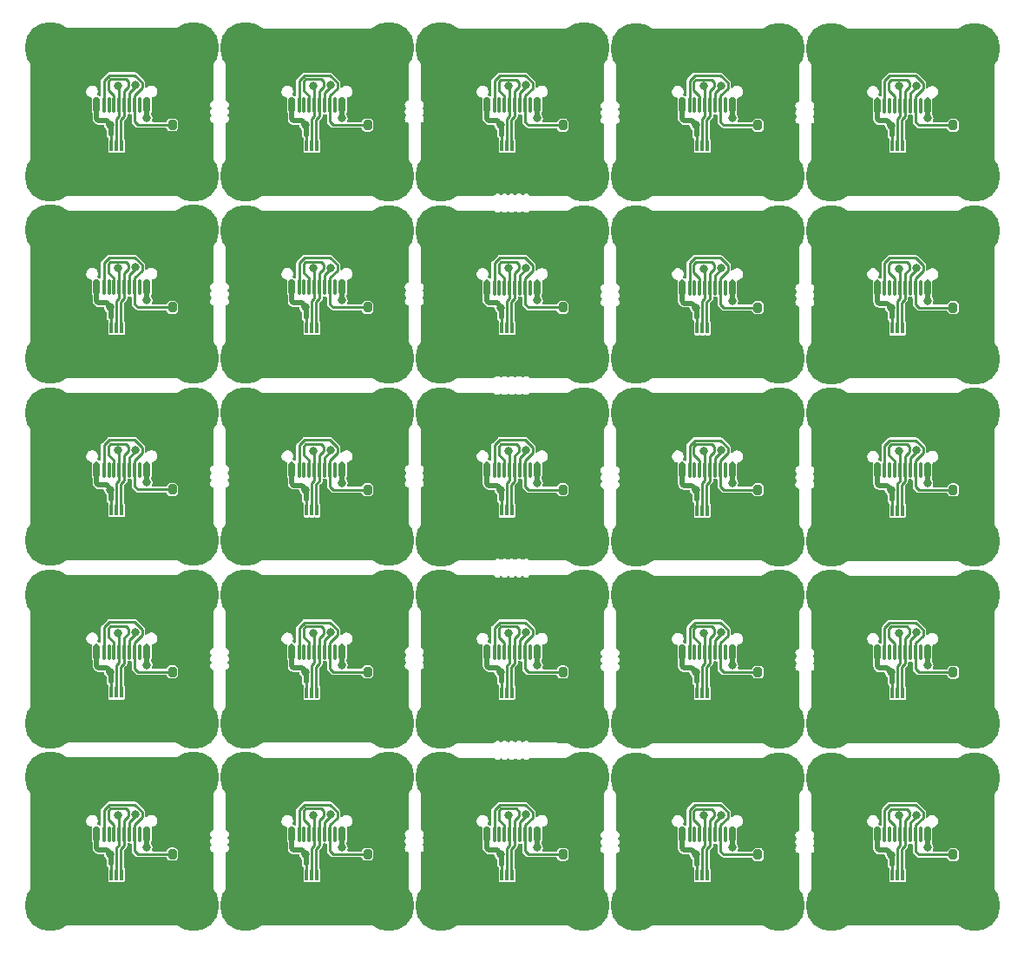
<source format=gtl>
G04 #@! TF.GenerationSoftware,KiCad,Pcbnew,8.99.0-2194-gb3b7cbcab2*
G04 #@! TF.CreationDate,2024-09-18T03:52:13+07:00*
G04 #@! TF.ProjectId,Unified-Daughterboard,556e6966-6965-4642-9d44-617567687465,C3*
G04 #@! TF.SameCoordinates,Original*
G04 #@! TF.FileFunction,Copper,L1,Top*
G04 #@! TF.FilePolarity,Positive*
%FSLAX46Y46*%
G04 Gerber Fmt 4.6, Leading zero omitted, Abs format (unit mm)*
G04 Created by KiCad (PCBNEW 8.99.0-2194-gb3b7cbcab2) date 2024-09-18 03:52:13*
%MOMM*%
%LPD*%
G01*
G04 APERTURE LIST*
G04 Aperture macros list*
%AMRoundRect*
0 Rectangle with rounded corners*
0 $1 Rounding radius*
0 $2 $3 $4 $5 $6 $7 $8 $9 X,Y pos of 4 corners*
0 Add a 4 corners polygon primitive as box body*
4,1,4,$2,$3,$4,$5,$6,$7,$8,$9,$2,$3,0*
0 Add four circle primitives for the rounded corners*
1,1,$1+$1,$2,$3*
1,1,$1+$1,$4,$5*
1,1,$1+$1,$6,$7*
1,1,$1+$1,$8,$9*
0 Add four rect primitives between the rounded corners*
20,1,$1+$1,$2,$3,$4,$5,0*
20,1,$1+$1,$4,$5,$6,$7,0*
20,1,$1+$1,$6,$7,$8,$9,0*
20,1,$1+$1,$8,$9,$2,$3,0*%
G04 Aperture macros list end*
G04 #@! TA.AperFunction,SMDPad,CuDef*
%ADD10RoundRect,0.150000X0.150000X0.575000X-0.150000X0.575000X-0.150000X-0.575000X0.150000X-0.575000X0*%
G04 #@! TD*
G04 #@! TA.AperFunction,SMDPad,CuDef*
%ADD11RoundRect,0.075000X0.075000X0.650000X-0.075000X0.650000X-0.075000X-0.650000X0.075000X-0.650000X0*%
G04 #@! TD*
G04 #@! TA.AperFunction,ComponentPad*
%ADD12O,1.100000X2.200000*%
G04 #@! TD*
G04 #@! TA.AperFunction,ComponentPad*
%ADD13O,1.300000X1.900000*%
G04 #@! TD*
G04 #@! TA.AperFunction,ComponentPad*
%ADD14C,2.900000*%
G04 #@! TD*
G04 #@! TA.AperFunction,ConnectorPad*
%ADD15C,5.000000*%
G04 #@! TD*
G04 #@! TA.AperFunction,SMDPad,CuDef*
%ADD16R,0.300000X1.100000*%
G04 #@! TD*
G04 #@! TA.AperFunction,SMDPad,CuDef*
%ADD17R,2.300000X3.100000*%
G04 #@! TD*
G04 #@! TA.AperFunction,SMDPad,CuDef*
%ADD18RoundRect,0.200000X-0.200000X-0.275000X0.200000X-0.275000X0.200000X0.275000X-0.200000X0.275000X0*%
G04 #@! TD*
G04 #@! TA.AperFunction,ViaPad*
%ADD19C,0.800000*%
G04 #@! TD*
G04 #@! TA.AperFunction,Conductor*
%ADD20C,0.508000*%
G04 #@! TD*
G04 #@! TA.AperFunction,Conductor*
%ADD21C,0.254000*%
G04 #@! TD*
G04 APERTURE END LIST*
D10*
X94996840Y-98122000D03*
X94196840Y-98122000D03*
D11*
X92996840Y-98122000D03*
X92000840Y-98122000D03*
X91496840Y-98122000D03*
X90496840Y-98122000D03*
D10*
X88496840Y-98122000D03*
X89296840Y-98122000D03*
D11*
X89996840Y-98122000D03*
X90996840Y-98122000D03*
X92496840Y-98122000D03*
X93496840Y-98122000D03*
D12*
X96046840Y-97347000D03*
D13*
X96046840Y-93147000D03*
D12*
X87446840Y-97347000D03*
D13*
X87446840Y-93147000D03*
D14*
X27607330Y-105017000D03*
D15*
X27607330Y-105017000D03*
D16*
X90746840Y-102072000D03*
X91246840Y-102072000D03*
X91746840Y-102072000D03*
D17*
X89076840Y-103772000D03*
D16*
X92246840Y-102072000D03*
X92746840Y-102072000D03*
D17*
X94416840Y-103772000D03*
D18*
X96681010Y-100062170D03*
X98331010Y-100062170D03*
D14*
X41607330Y-105017000D03*
D15*
X41607330Y-105017000D03*
D14*
X84748840Y-92547000D03*
D15*
X84748840Y-92547000D03*
D16*
X52652500Y-102052000D03*
X53152500Y-102052000D03*
X53652500Y-102052000D03*
D17*
X50982500Y-103752000D03*
D16*
X54152500Y-102052000D03*
X54652500Y-102052000D03*
D17*
X56322500Y-103752000D03*
D14*
X46654500Y-105027000D03*
D15*
X46654500Y-105027000D03*
D10*
X56902500Y-98102000D03*
X56102500Y-98102000D03*
D11*
X54902500Y-98102000D03*
X53906500Y-98102000D03*
X53402500Y-98102000D03*
X52402500Y-98102000D03*
D10*
X50402500Y-98102000D03*
X51202500Y-98102000D03*
D11*
X51902500Y-98102000D03*
X52902500Y-98102000D03*
X54402500Y-98102000D03*
X55402500Y-98102000D03*
D12*
X57952500Y-97327000D03*
D13*
X57952500Y-93127000D03*
D12*
X49352500Y-97327000D03*
D13*
X49352500Y-93127000D03*
D10*
X75949670Y-98112000D03*
X75149670Y-98112000D03*
D11*
X73949670Y-98112000D03*
X72953670Y-98112000D03*
X72449670Y-98112000D03*
X71449670Y-98112000D03*
D10*
X69449670Y-98112000D03*
X70249670Y-98112000D03*
D11*
X70949670Y-98112000D03*
X71949670Y-98112000D03*
X73449670Y-98112000D03*
X74449670Y-98112000D03*
D12*
X76999670Y-97337000D03*
D13*
X76999670Y-93137000D03*
D12*
X68399670Y-97337000D03*
D13*
X68399670Y-93137000D03*
D14*
X65701670Y-92537000D03*
D15*
X65701670Y-92537000D03*
D14*
X46654500Y-92527000D03*
D15*
X46654500Y-92527000D03*
D18*
X58586670Y-100042170D03*
X60236670Y-100042170D03*
D14*
X60654500Y-105027000D03*
D15*
X60654500Y-105027000D03*
D18*
X77633840Y-100052170D03*
X79283840Y-100052170D03*
D16*
X71699670Y-102062000D03*
X72199670Y-102062000D03*
X72699670Y-102062000D03*
D17*
X70029670Y-103762000D03*
D16*
X73199670Y-102062000D03*
X73699670Y-102062000D03*
D17*
X75369670Y-103762000D03*
D14*
X27607330Y-92517000D03*
D15*
X27607330Y-92517000D03*
D10*
X37855330Y-98092000D03*
X37055330Y-98092000D03*
D11*
X35855330Y-98092000D03*
X34859330Y-98092000D03*
X34355330Y-98092000D03*
X33355330Y-98092000D03*
D10*
X31355330Y-98092000D03*
X32155330Y-98092000D03*
D11*
X32855330Y-98092000D03*
X33855330Y-98092000D03*
X35355330Y-98092000D03*
X36355330Y-98092000D03*
D12*
X38905330Y-97317000D03*
D13*
X38905330Y-93117000D03*
D12*
X30305330Y-97317000D03*
D13*
X30305330Y-93117000D03*
D14*
X79701670Y-92537000D03*
D15*
X79701670Y-92537000D03*
D14*
X60654500Y-92527000D03*
D15*
X60654500Y-92527000D03*
D14*
X79701670Y-105037000D03*
D15*
X79701670Y-105037000D03*
D14*
X65701670Y-105037000D03*
D15*
X65701670Y-105037000D03*
D14*
X117796010Y-105057000D03*
D15*
X117796010Y-105057000D03*
D14*
X103796010Y-105057000D03*
D15*
X103796010Y-105057000D03*
D18*
X115728180Y-100072170D03*
X117378180Y-100072170D03*
D14*
X84748840Y-105047000D03*
D15*
X84748840Y-105047000D03*
D10*
X114044010Y-98132000D03*
X113244010Y-98132000D03*
D11*
X112044010Y-98132000D03*
X111048010Y-98132000D03*
X110544010Y-98132000D03*
X109544010Y-98132000D03*
D10*
X107544010Y-98132000D03*
X108344010Y-98132000D03*
D11*
X109044010Y-98132000D03*
X110044010Y-98132000D03*
X111544010Y-98132000D03*
X112544010Y-98132000D03*
D12*
X115094010Y-97357000D03*
D13*
X115094010Y-93157000D03*
D12*
X106494010Y-97357000D03*
D13*
X106494010Y-93157000D03*
D14*
X117796010Y-92557000D03*
D15*
X117796010Y-92557000D03*
D14*
X103796010Y-92557000D03*
D15*
X103796010Y-92557000D03*
D16*
X109794010Y-102082000D03*
X110294010Y-102082000D03*
X110794010Y-102082000D03*
D17*
X108124010Y-103782000D03*
D16*
X111294010Y-102082000D03*
X111794010Y-102082000D03*
D17*
X113464010Y-103782000D03*
D14*
X98748840Y-92547000D03*
D15*
X98748840Y-92547000D03*
D14*
X98748840Y-105047000D03*
D15*
X98748840Y-105047000D03*
D14*
X41607330Y-92517000D03*
D15*
X41607330Y-92517000D03*
D18*
X39539500Y-100032170D03*
X41189500Y-100032170D03*
D16*
X33605330Y-102042000D03*
X34105330Y-102042000D03*
X34605330Y-102042000D03*
D17*
X31935330Y-103742000D03*
D16*
X35105330Y-102042000D03*
X35605330Y-102042000D03*
D17*
X37275330Y-103742000D03*
D10*
X94996840Y-80322000D03*
X94196840Y-80322000D03*
D11*
X92996840Y-80322000D03*
X92000840Y-80322000D03*
X91496840Y-80322000D03*
X90496840Y-80322000D03*
D10*
X88496840Y-80322000D03*
X89296840Y-80322000D03*
D11*
X89996840Y-80322000D03*
X90996840Y-80322000D03*
X92496840Y-80322000D03*
X93496840Y-80322000D03*
D12*
X96046840Y-79547000D03*
D13*
X96046840Y-75347000D03*
D12*
X87446840Y-79547000D03*
D13*
X87446840Y-75347000D03*
D14*
X27607330Y-87217000D03*
D15*
X27607330Y-87217000D03*
D16*
X90746840Y-84272000D03*
X91246840Y-84272000D03*
X91746840Y-84272000D03*
D17*
X89076840Y-85972000D03*
D16*
X92246840Y-84272000D03*
X92746840Y-84272000D03*
D17*
X94416840Y-85972000D03*
D18*
X96681010Y-82262170D03*
X98331010Y-82262170D03*
D14*
X41607330Y-87217000D03*
D15*
X41607330Y-87217000D03*
D14*
X84748840Y-74747000D03*
D15*
X84748840Y-74747000D03*
D16*
X52652500Y-84252000D03*
X53152500Y-84252000D03*
X53652500Y-84252000D03*
D17*
X50982500Y-85952000D03*
D16*
X54152500Y-84252000D03*
X54652500Y-84252000D03*
D17*
X56322500Y-85952000D03*
D14*
X46654500Y-87227000D03*
D15*
X46654500Y-87227000D03*
D10*
X56902500Y-80302000D03*
X56102500Y-80302000D03*
D11*
X54902500Y-80302000D03*
X53906500Y-80302000D03*
X53402500Y-80302000D03*
X52402500Y-80302000D03*
D10*
X50402500Y-80302000D03*
X51202500Y-80302000D03*
D11*
X51902500Y-80302000D03*
X52902500Y-80302000D03*
X54402500Y-80302000D03*
X55402500Y-80302000D03*
D12*
X57952500Y-79527000D03*
D13*
X57952500Y-75327000D03*
D12*
X49352500Y-79527000D03*
D13*
X49352500Y-75327000D03*
D10*
X75949670Y-80312000D03*
X75149670Y-80312000D03*
D11*
X73949670Y-80312000D03*
X72953670Y-80312000D03*
X72449670Y-80312000D03*
X71449670Y-80312000D03*
D10*
X69449670Y-80312000D03*
X70249670Y-80312000D03*
D11*
X70949670Y-80312000D03*
X71949670Y-80312000D03*
X73449670Y-80312000D03*
X74449670Y-80312000D03*
D12*
X76999670Y-79537000D03*
D13*
X76999670Y-75337000D03*
D12*
X68399670Y-79537000D03*
D13*
X68399670Y-75337000D03*
D14*
X65701670Y-74737000D03*
D15*
X65701670Y-74737000D03*
D14*
X46654500Y-74727000D03*
D15*
X46654500Y-74727000D03*
D18*
X58586670Y-82242170D03*
X60236670Y-82242170D03*
D14*
X60654500Y-87227000D03*
D15*
X60654500Y-87227000D03*
D18*
X77633840Y-82252170D03*
X79283840Y-82252170D03*
D16*
X71699670Y-84262000D03*
X72199670Y-84262000D03*
X72699670Y-84262000D03*
D17*
X70029670Y-85962000D03*
D16*
X73199670Y-84262000D03*
X73699670Y-84262000D03*
D17*
X75369670Y-85962000D03*
D14*
X27607330Y-74717000D03*
D15*
X27607330Y-74717000D03*
D10*
X37855330Y-80292000D03*
X37055330Y-80292000D03*
D11*
X35855330Y-80292000D03*
X34859330Y-80292000D03*
X34355330Y-80292000D03*
X33355330Y-80292000D03*
D10*
X31355330Y-80292000D03*
X32155330Y-80292000D03*
D11*
X32855330Y-80292000D03*
X33855330Y-80292000D03*
X35355330Y-80292000D03*
X36355330Y-80292000D03*
D12*
X38905330Y-79517000D03*
D13*
X38905330Y-75317000D03*
D12*
X30305330Y-79517000D03*
D13*
X30305330Y-75317000D03*
D14*
X79701670Y-74737000D03*
D15*
X79701670Y-74737000D03*
D14*
X60654500Y-74727000D03*
D15*
X60654500Y-74727000D03*
D14*
X79701670Y-87237000D03*
D15*
X79701670Y-87237000D03*
D14*
X65701670Y-87237000D03*
D15*
X65701670Y-87237000D03*
D14*
X117796010Y-87257000D03*
D15*
X117796010Y-87257000D03*
D14*
X103796010Y-87257000D03*
D15*
X103796010Y-87257000D03*
D18*
X115728180Y-82272170D03*
X117378180Y-82272170D03*
D14*
X84748840Y-87247000D03*
D15*
X84748840Y-87247000D03*
D10*
X114044010Y-80332000D03*
X113244010Y-80332000D03*
D11*
X112044010Y-80332000D03*
X111048010Y-80332000D03*
X110544010Y-80332000D03*
X109544010Y-80332000D03*
D10*
X107544010Y-80332000D03*
X108344010Y-80332000D03*
D11*
X109044010Y-80332000D03*
X110044010Y-80332000D03*
X111544010Y-80332000D03*
X112544010Y-80332000D03*
D12*
X115094010Y-79557000D03*
D13*
X115094010Y-75357000D03*
D12*
X106494010Y-79557000D03*
D13*
X106494010Y-75357000D03*
D14*
X117796010Y-74757000D03*
D15*
X117796010Y-74757000D03*
D14*
X103796010Y-74757000D03*
D15*
X103796010Y-74757000D03*
D16*
X109794010Y-84282000D03*
X110294010Y-84282000D03*
X110794010Y-84282000D03*
D17*
X108124010Y-85982000D03*
D16*
X111294010Y-84282000D03*
X111794010Y-84282000D03*
D17*
X113464010Y-85982000D03*
D14*
X98748840Y-74747000D03*
D15*
X98748840Y-74747000D03*
D14*
X98748840Y-87247000D03*
D15*
X98748840Y-87247000D03*
D14*
X41607330Y-74717000D03*
D15*
X41607330Y-74717000D03*
D18*
X39539500Y-82232170D03*
X41189500Y-82232170D03*
D16*
X33605330Y-84242000D03*
X34105330Y-84242000D03*
X34605330Y-84242000D03*
D17*
X31935330Y-85942000D03*
D16*
X35105330Y-84242000D03*
X35605330Y-84242000D03*
D17*
X37275330Y-85942000D03*
D10*
X94996840Y-62522000D03*
X94196840Y-62522000D03*
D11*
X92996840Y-62522000D03*
X92000840Y-62522000D03*
X91496840Y-62522000D03*
X90496840Y-62522000D03*
D10*
X88496840Y-62522000D03*
X89296840Y-62522000D03*
D11*
X89996840Y-62522000D03*
X90996840Y-62522000D03*
X92496840Y-62522000D03*
X93496840Y-62522000D03*
D12*
X96046840Y-61747000D03*
D13*
X96046840Y-57547000D03*
D12*
X87446840Y-61747000D03*
D13*
X87446840Y-57547000D03*
D14*
X27607330Y-69417000D03*
D15*
X27607330Y-69417000D03*
D16*
X90746840Y-66472000D03*
X91246840Y-66472000D03*
X91746840Y-66472000D03*
D17*
X89076840Y-68172000D03*
D16*
X92246840Y-66472000D03*
X92746840Y-66472000D03*
D17*
X94416840Y-68172000D03*
D18*
X96681010Y-64462170D03*
X98331010Y-64462170D03*
D14*
X41607330Y-69417000D03*
D15*
X41607330Y-69417000D03*
D14*
X84748840Y-56947000D03*
D15*
X84748840Y-56947000D03*
D16*
X52652500Y-66452000D03*
X53152500Y-66452000D03*
X53652500Y-66452000D03*
D17*
X50982500Y-68152000D03*
D16*
X54152500Y-66452000D03*
X54652500Y-66452000D03*
D17*
X56322500Y-68152000D03*
D14*
X46654500Y-69427000D03*
D15*
X46654500Y-69427000D03*
D10*
X56902500Y-62502000D03*
X56102500Y-62502000D03*
D11*
X54902500Y-62502000D03*
X53906500Y-62502000D03*
X53402500Y-62502000D03*
X52402500Y-62502000D03*
D10*
X50402500Y-62502000D03*
X51202500Y-62502000D03*
D11*
X51902500Y-62502000D03*
X52902500Y-62502000D03*
X54402500Y-62502000D03*
X55402500Y-62502000D03*
D12*
X57952500Y-61727000D03*
D13*
X57952500Y-57527000D03*
D12*
X49352500Y-61727000D03*
D13*
X49352500Y-57527000D03*
D10*
X75949670Y-62512000D03*
X75149670Y-62512000D03*
D11*
X73949670Y-62512000D03*
X72953670Y-62512000D03*
X72449670Y-62512000D03*
X71449670Y-62512000D03*
D10*
X69449670Y-62512000D03*
X70249670Y-62512000D03*
D11*
X70949670Y-62512000D03*
X71949670Y-62512000D03*
X73449670Y-62512000D03*
X74449670Y-62512000D03*
D12*
X76999670Y-61737000D03*
D13*
X76999670Y-57537000D03*
D12*
X68399670Y-61737000D03*
D13*
X68399670Y-57537000D03*
D14*
X65701670Y-56937000D03*
D15*
X65701670Y-56937000D03*
D14*
X46654500Y-56927000D03*
D15*
X46654500Y-56927000D03*
D18*
X58586670Y-64442170D03*
X60236670Y-64442170D03*
D14*
X60654500Y-69427000D03*
D15*
X60654500Y-69427000D03*
D18*
X77633840Y-64452170D03*
X79283840Y-64452170D03*
D16*
X71699670Y-66462000D03*
X72199670Y-66462000D03*
X72699670Y-66462000D03*
D17*
X70029670Y-68162000D03*
D16*
X73199670Y-66462000D03*
X73699670Y-66462000D03*
D17*
X75369670Y-68162000D03*
D14*
X27607330Y-56917000D03*
D15*
X27607330Y-56917000D03*
D10*
X37855330Y-62492000D03*
X37055330Y-62492000D03*
D11*
X35855330Y-62492000D03*
X34859330Y-62492000D03*
X34355330Y-62492000D03*
X33355330Y-62492000D03*
D10*
X31355330Y-62492000D03*
X32155330Y-62492000D03*
D11*
X32855330Y-62492000D03*
X33855330Y-62492000D03*
X35355330Y-62492000D03*
X36355330Y-62492000D03*
D12*
X38905330Y-61717000D03*
D13*
X38905330Y-57517000D03*
D12*
X30305330Y-61717000D03*
D13*
X30305330Y-57517000D03*
D14*
X79701670Y-56937000D03*
D15*
X79701670Y-56937000D03*
D14*
X60654500Y-56927000D03*
D15*
X60654500Y-56927000D03*
D14*
X79701670Y-69437000D03*
D15*
X79701670Y-69437000D03*
D14*
X65701670Y-69437000D03*
D15*
X65701670Y-69437000D03*
D14*
X117796010Y-69457000D03*
D15*
X117796010Y-69457000D03*
D14*
X103796010Y-69457000D03*
D15*
X103796010Y-69457000D03*
D18*
X115728180Y-64472170D03*
X117378180Y-64472170D03*
D14*
X84748840Y-69447000D03*
D15*
X84748840Y-69447000D03*
D10*
X114044010Y-62532000D03*
X113244010Y-62532000D03*
D11*
X112044010Y-62532000D03*
X111048010Y-62532000D03*
X110544010Y-62532000D03*
X109544010Y-62532000D03*
D10*
X107544010Y-62532000D03*
X108344010Y-62532000D03*
D11*
X109044010Y-62532000D03*
X110044010Y-62532000D03*
X111544010Y-62532000D03*
X112544010Y-62532000D03*
D12*
X115094010Y-61757000D03*
D13*
X115094010Y-57557000D03*
D12*
X106494010Y-61757000D03*
D13*
X106494010Y-57557000D03*
D14*
X117796010Y-56957000D03*
D15*
X117796010Y-56957000D03*
D14*
X103796010Y-56957000D03*
D15*
X103796010Y-56957000D03*
D16*
X109794010Y-66482000D03*
X110294010Y-66482000D03*
X110794010Y-66482000D03*
D17*
X108124010Y-68182000D03*
D16*
X111294010Y-66482000D03*
X111794010Y-66482000D03*
D17*
X113464010Y-68182000D03*
D14*
X98748840Y-56947000D03*
D15*
X98748840Y-56947000D03*
D14*
X98748840Y-69447000D03*
D15*
X98748840Y-69447000D03*
D14*
X41607330Y-56917000D03*
D15*
X41607330Y-56917000D03*
D18*
X39539500Y-64432170D03*
X41189500Y-64432170D03*
D16*
X33605330Y-66442000D03*
X34105330Y-66442000D03*
X34605330Y-66442000D03*
D17*
X31935330Y-68142000D03*
D16*
X35105330Y-66442000D03*
X35605330Y-66442000D03*
D17*
X37275330Y-68142000D03*
D10*
X94996840Y-44722000D03*
X94196840Y-44722000D03*
D11*
X92996840Y-44722000D03*
X92000840Y-44722000D03*
X91496840Y-44722000D03*
X90496840Y-44722000D03*
D10*
X88496840Y-44722000D03*
X89296840Y-44722000D03*
D11*
X89996840Y-44722000D03*
X90996840Y-44722000D03*
X92496840Y-44722000D03*
X93496840Y-44722000D03*
D12*
X96046840Y-43947000D03*
D13*
X96046840Y-39747000D03*
D12*
X87446840Y-43947000D03*
D13*
X87446840Y-39747000D03*
D14*
X27607330Y-51617000D03*
D15*
X27607330Y-51617000D03*
D16*
X90746840Y-48672000D03*
X91246840Y-48672000D03*
X91746840Y-48672000D03*
D17*
X89076840Y-50372000D03*
D16*
X92246840Y-48672000D03*
X92746840Y-48672000D03*
D17*
X94416840Y-50372000D03*
D18*
X96681010Y-46662170D03*
X98331010Y-46662170D03*
D14*
X41607330Y-51617000D03*
D15*
X41607330Y-51617000D03*
D14*
X84748840Y-39147000D03*
D15*
X84748840Y-39147000D03*
D16*
X52652500Y-48652000D03*
X53152500Y-48652000D03*
X53652500Y-48652000D03*
D17*
X50982500Y-50352000D03*
D16*
X54152500Y-48652000D03*
X54652500Y-48652000D03*
D17*
X56322500Y-50352000D03*
D14*
X46654500Y-51627000D03*
D15*
X46654500Y-51627000D03*
D10*
X56902500Y-44702000D03*
X56102500Y-44702000D03*
D11*
X54902500Y-44702000D03*
X53906500Y-44702000D03*
X53402500Y-44702000D03*
X52402500Y-44702000D03*
D10*
X50402500Y-44702000D03*
X51202500Y-44702000D03*
D11*
X51902500Y-44702000D03*
X52902500Y-44702000D03*
X54402500Y-44702000D03*
X55402500Y-44702000D03*
D12*
X57952500Y-43927000D03*
D13*
X57952500Y-39727000D03*
D12*
X49352500Y-43927000D03*
D13*
X49352500Y-39727000D03*
D10*
X75949670Y-44712000D03*
X75149670Y-44712000D03*
D11*
X73949670Y-44712000D03*
X72953670Y-44712000D03*
X72449670Y-44712000D03*
X71449670Y-44712000D03*
D10*
X69449670Y-44712000D03*
X70249670Y-44712000D03*
D11*
X70949670Y-44712000D03*
X71949670Y-44712000D03*
X73449670Y-44712000D03*
X74449670Y-44712000D03*
D12*
X76999670Y-43937000D03*
D13*
X76999670Y-39737000D03*
D12*
X68399670Y-43937000D03*
D13*
X68399670Y-39737000D03*
D14*
X65701670Y-39137000D03*
D15*
X65701670Y-39137000D03*
D14*
X46654500Y-39127000D03*
D15*
X46654500Y-39127000D03*
D18*
X58586670Y-46642170D03*
X60236670Y-46642170D03*
D14*
X60654500Y-51627000D03*
D15*
X60654500Y-51627000D03*
D18*
X77633840Y-46652170D03*
X79283840Y-46652170D03*
D16*
X71699670Y-48662000D03*
X72199670Y-48662000D03*
X72699670Y-48662000D03*
D17*
X70029670Y-50362000D03*
D16*
X73199670Y-48662000D03*
X73699670Y-48662000D03*
D17*
X75369670Y-50362000D03*
D14*
X27607330Y-39117000D03*
D15*
X27607330Y-39117000D03*
D10*
X37855330Y-44692000D03*
X37055330Y-44692000D03*
D11*
X35855330Y-44692000D03*
X34859330Y-44692000D03*
X34355330Y-44692000D03*
X33355330Y-44692000D03*
D10*
X31355330Y-44692000D03*
X32155330Y-44692000D03*
D11*
X32855330Y-44692000D03*
X33855330Y-44692000D03*
X35355330Y-44692000D03*
X36355330Y-44692000D03*
D12*
X38905330Y-43917000D03*
D13*
X38905330Y-39717000D03*
D12*
X30305330Y-43917000D03*
D13*
X30305330Y-39717000D03*
D14*
X79701670Y-39137000D03*
D15*
X79701670Y-39137000D03*
D14*
X60654500Y-39127000D03*
D15*
X60654500Y-39127000D03*
D14*
X79701670Y-51637000D03*
D15*
X79701670Y-51637000D03*
D14*
X65701670Y-51637000D03*
D15*
X65701670Y-51637000D03*
D14*
X117796010Y-51657000D03*
D15*
X117796010Y-51657000D03*
D14*
X103796010Y-51657000D03*
D15*
X103796010Y-51657000D03*
D18*
X115728180Y-46672170D03*
X117378180Y-46672170D03*
D14*
X84748840Y-51647000D03*
D15*
X84748840Y-51647000D03*
D10*
X114044010Y-44732000D03*
X113244010Y-44732000D03*
D11*
X112044010Y-44732000D03*
X111048010Y-44732000D03*
X110544010Y-44732000D03*
X109544010Y-44732000D03*
D10*
X107544010Y-44732000D03*
X108344010Y-44732000D03*
D11*
X109044010Y-44732000D03*
X110044010Y-44732000D03*
X111544010Y-44732000D03*
X112544010Y-44732000D03*
D12*
X115094010Y-43957000D03*
D13*
X115094010Y-39757000D03*
D12*
X106494010Y-43957000D03*
D13*
X106494010Y-39757000D03*
D14*
X117796010Y-39157000D03*
D15*
X117796010Y-39157000D03*
D14*
X103796010Y-39157000D03*
D15*
X103796010Y-39157000D03*
D16*
X109794010Y-48682000D03*
X110294010Y-48682000D03*
X110794010Y-48682000D03*
D17*
X108124010Y-50382000D03*
D16*
X111294010Y-48682000D03*
X111794010Y-48682000D03*
D17*
X113464010Y-50382000D03*
D14*
X98748840Y-39147000D03*
D15*
X98748840Y-39147000D03*
D14*
X98748840Y-51647000D03*
D15*
X98748840Y-51647000D03*
D14*
X41607330Y-39117000D03*
D15*
X41607330Y-39117000D03*
D18*
X39539500Y-46632170D03*
X41189500Y-46632170D03*
D16*
X33605330Y-48642000D03*
X34105330Y-48642000D03*
X34605330Y-48642000D03*
D17*
X31935330Y-50342000D03*
D16*
X35105330Y-48642000D03*
X35605330Y-48642000D03*
D17*
X37275330Y-50342000D03*
D14*
X117796010Y-21357000D03*
D15*
X117796010Y-21357000D03*
D14*
X103796010Y-21357000D03*
D15*
X103796010Y-21357000D03*
D14*
X103796010Y-33857000D03*
D15*
X103796010Y-33857000D03*
D10*
X114044010Y-26932000D03*
X113244010Y-26932000D03*
D11*
X112044010Y-26932000D03*
X111048010Y-26932000D03*
X110544010Y-26932000D03*
X109544010Y-26932000D03*
D10*
X107544010Y-26932000D03*
X108344010Y-26932000D03*
D11*
X109044010Y-26932000D03*
X110044010Y-26932000D03*
X111544010Y-26932000D03*
X112544010Y-26932000D03*
D12*
X115094010Y-26157000D03*
D13*
X115094010Y-21957000D03*
D12*
X106494010Y-26157000D03*
D13*
X106494010Y-21957000D03*
D16*
X109794010Y-30882000D03*
X110294010Y-30882000D03*
X110794010Y-30882000D03*
D17*
X108124010Y-32582000D03*
D16*
X111294010Y-30882000D03*
X111794010Y-30882000D03*
D17*
X113464010Y-32582000D03*
D18*
X115728180Y-28872170D03*
X117378180Y-28872170D03*
D14*
X117796010Y-33857000D03*
D15*
X117796010Y-33857000D03*
X27607330Y-21317000D03*
D14*
X27607330Y-21317000D03*
D18*
X79283840Y-28852170D03*
X77633840Y-28852170D03*
D17*
X75369670Y-32562000D03*
D16*
X73699670Y-30862000D03*
X73199670Y-30862000D03*
D17*
X70029670Y-32562000D03*
D16*
X72699670Y-30862000D03*
X72199670Y-30862000D03*
X71699670Y-30862000D03*
D15*
X79701670Y-33837000D03*
D14*
X79701670Y-33837000D03*
D15*
X65701670Y-21337000D03*
D14*
X65701670Y-21337000D03*
D15*
X65701670Y-33837000D03*
D14*
X65701670Y-33837000D03*
D13*
X68399670Y-21937000D03*
D12*
X68399670Y-26137000D03*
D13*
X76999670Y-21937000D03*
D12*
X76999670Y-26137000D03*
D11*
X74449670Y-26912000D03*
X73449670Y-26912000D03*
X71949670Y-26912000D03*
X70949670Y-26912000D03*
D10*
X70249670Y-26912000D03*
X69449670Y-26912000D03*
D11*
X71449670Y-26912000D03*
X72449670Y-26912000D03*
X72953670Y-26912000D03*
X73949670Y-26912000D03*
D10*
X75149670Y-26912000D03*
X75949670Y-26912000D03*
D15*
X79701670Y-21337000D03*
D14*
X79701670Y-21337000D03*
D13*
X49352500Y-21927000D03*
D12*
X49352500Y-26127000D03*
D13*
X57952500Y-21927000D03*
D12*
X57952500Y-26127000D03*
D11*
X55402500Y-26902000D03*
X54402500Y-26902000D03*
X52902500Y-26902000D03*
X51902500Y-26902000D03*
D10*
X51202500Y-26902000D03*
X50402500Y-26902000D03*
D11*
X52402500Y-26902000D03*
X53402500Y-26902000D03*
X53906500Y-26902000D03*
X54902500Y-26902000D03*
D10*
X56102500Y-26902000D03*
X56902500Y-26902000D03*
D15*
X46654500Y-33827000D03*
D14*
X46654500Y-33827000D03*
D15*
X60654500Y-33827000D03*
D14*
X60654500Y-33827000D03*
D18*
X60236670Y-28842170D03*
X58586670Y-28842170D03*
D15*
X46654500Y-21327000D03*
D14*
X46654500Y-21327000D03*
D15*
X60654500Y-21327000D03*
D14*
X60654500Y-21327000D03*
D17*
X56322500Y-32552000D03*
D16*
X54652500Y-30852000D03*
X54152500Y-30852000D03*
D17*
X50982500Y-32552000D03*
D16*
X53652500Y-30852000D03*
X53152500Y-30852000D03*
X52652500Y-30852000D03*
D10*
X32155330Y-26892000D03*
X31355330Y-26892000D03*
X37055330Y-26892000D03*
D12*
X38905330Y-26117000D03*
D11*
X34355330Y-26892000D03*
X33855330Y-26892000D03*
X33355330Y-26892000D03*
X32855330Y-26892000D03*
X34859330Y-26892000D03*
X35355330Y-26892000D03*
X35855330Y-26892000D03*
X36355330Y-26892000D03*
D10*
X37855330Y-26892000D03*
D13*
X38905330Y-21917000D03*
X30305330Y-21917000D03*
D12*
X30305330Y-26117000D03*
D15*
X27607330Y-33817000D03*
D14*
X27607330Y-33817000D03*
D15*
X84748840Y-21347000D03*
D14*
X84748840Y-21347000D03*
D15*
X41607330Y-33817000D03*
D14*
X41607330Y-33817000D03*
D17*
X94416840Y-32572000D03*
D16*
X92746840Y-30872000D03*
X92246840Y-30872000D03*
D17*
X89076840Y-32572000D03*
D16*
X91746840Y-30872000D03*
X91246840Y-30872000D03*
X90746840Y-30872000D03*
D18*
X98331010Y-28862170D03*
X96681010Y-28862170D03*
D13*
X87446840Y-21947000D03*
D12*
X87446840Y-26147000D03*
D13*
X96046840Y-21947000D03*
D12*
X96046840Y-26147000D03*
D11*
X93496840Y-26922000D03*
X92496840Y-26922000D03*
X90996840Y-26922000D03*
X89996840Y-26922000D03*
D10*
X89296840Y-26922000D03*
X88496840Y-26922000D03*
D11*
X90496840Y-26922000D03*
X91496840Y-26922000D03*
X92000840Y-26922000D03*
X92996840Y-26922000D03*
D10*
X94196840Y-26922000D03*
X94996840Y-26922000D03*
D15*
X98748840Y-21347000D03*
D14*
X98748840Y-21347000D03*
D15*
X41607330Y-21317000D03*
D14*
X41607330Y-21317000D03*
D15*
X98748840Y-33847000D03*
D14*
X98748840Y-33847000D03*
D15*
X84748840Y-33847000D03*
D14*
X84748840Y-33847000D03*
D18*
X41189500Y-28832170D03*
X39539500Y-28832170D03*
D16*
X33605330Y-30842000D03*
X34105330Y-30842000D03*
X34605330Y-30842000D03*
X35105330Y-30842000D03*
X35605330Y-30842000D03*
D17*
X31935330Y-32542000D03*
X37275330Y-32542000D03*
D19*
X74022840Y-96181111D03*
X71545670Y-100062170D03*
X33451330Y-100042170D03*
X75138840Y-99372170D03*
X35928500Y-96161111D03*
X72328840Y-96246170D03*
X90592840Y-100072170D03*
X93070010Y-96191111D03*
X34234500Y-96226170D03*
X54975670Y-96171111D03*
X56091670Y-99362170D03*
X37044500Y-99352170D03*
X113233180Y-99392170D03*
X110423180Y-96266170D03*
X53281670Y-96236170D03*
X52498500Y-100052170D03*
X112117180Y-96201111D03*
X91376010Y-96256170D03*
X94186010Y-99382170D03*
X109640010Y-100082170D03*
X74022840Y-78381111D03*
X71545670Y-82262170D03*
X33451330Y-82242170D03*
X75138840Y-81572170D03*
X35928500Y-78361111D03*
X72328840Y-78446170D03*
X90592840Y-82272170D03*
X93070010Y-78391111D03*
X34234500Y-78426170D03*
X54975670Y-78371111D03*
X56091670Y-81562170D03*
X37044500Y-81552170D03*
X113233180Y-81592170D03*
X110423180Y-78466170D03*
X53281670Y-78436170D03*
X52498500Y-82252170D03*
X112117180Y-78401111D03*
X91376010Y-78456170D03*
X94186010Y-81582170D03*
X109640010Y-82282170D03*
X74022840Y-60581111D03*
X71545670Y-64462170D03*
X33451330Y-64442170D03*
X75138840Y-63772170D03*
X35928500Y-60561111D03*
X72328840Y-60646170D03*
X90592840Y-64472170D03*
X93070010Y-60591111D03*
X34234500Y-60626170D03*
X54975670Y-60571111D03*
X56091670Y-63762170D03*
X37044500Y-63752170D03*
X113233180Y-63792170D03*
X110423180Y-60666170D03*
X53281670Y-60636170D03*
X52498500Y-64452170D03*
X112117180Y-60601111D03*
X91376010Y-60656170D03*
X94186010Y-63782170D03*
X109640010Y-64482170D03*
X74022840Y-42781111D03*
X71545670Y-46662170D03*
X33451330Y-46642170D03*
X75138840Y-45972170D03*
X35928500Y-42761111D03*
X72328840Y-42846170D03*
X90592840Y-46672170D03*
X93070010Y-42791111D03*
X34234500Y-42826170D03*
X54975670Y-42771111D03*
X56091670Y-45962170D03*
X37044500Y-45952170D03*
X113233180Y-45992170D03*
X110423180Y-42866170D03*
X53281670Y-42836170D03*
X52498500Y-46652170D03*
X112117180Y-42801111D03*
X91376010Y-42856170D03*
X94186010Y-45982170D03*
X109640010Y-46682170D03*
X109640010Y-28882170D03*
X112117180Y-25001111D03*
X110423180Y-25066170D03*
X113233180Y-28192170D03*
X52498500Y-28852170D03*
X56091670Y-28162170D03*
X53281670Y-25036170D03*
X54975670Y-24971111D03*
X37044500Y-28152170D03*
X34234500Y-25026170D03*
X35928500Y-24961111D03*
X33451330Y-28842170D03*
X74022840Y-24981111D03*
X75138840Y-28172170D03*
X72328840Y-25046170D03*
X71545670Y-28862170D03*
X93070010Y-24991111D03*
X90592840Y-28872170D03*
X94186010Y-28182170D03*
X91376010Y-25056170D03*
D20*
X75149670Y-97562000D02*
X75149670Y-99361340D01*
X76774670Y-97562000D02*
X76999670Y-97337000D01*
D21*
X74676840Y-95910215D02*
X74676840Y-96452007D01*
X73949670Y-97179177D02*
X73949670Y-97562000D01*
D20*
X71628840Y-100062170D02*
X71628840Y-101022170D01*
X75149670Y-99361340D02*
X75138840Y-99372170D01*
X68399670Y-97337000D02*
X68399670Y-93137000D01*
X76999670Y-97337000D02*
X76999670Y-93137000D01*
D21*
X73971347Y-95204722D02*
X74676840Y-95910215D01*
D20*
X68399670Y-93137000D02*
X76999670Y-93137000D01*
D21*
X70949670Y-97562000D02*
X70949670Y-95712524D01*
D20*
X75949670Y-97562000D02*
X76774670Y-97562000D01*
D21*
X71608840Y-95592170D02*
X73108840Y-95592170D01*
X72628840Y-99530985D02*
X72628840Y-101991170D01*
X109044010Y-97582000D02*
X109044010Y-95732524D01*
X72449670Y-99171340D02*
X72449670Y-97562000D01*
X73449670Y-96911340D02*
X73449670Y-97562000D01*
X112044010Y-97199177D02*
X112044010Y-97582000D01*
X72953670Y-96727340D02*
X72953670Y-97562000D01*
D20*
X113244010Y-97582000D02*
X113244010Y-99381340D01*
X71198840Y-99632170D02*
X71498840Y-99932170D01*
D21*
X72199670Y-99421340D02*
X72449670Y-99171340D01*
X112044010Y-97582000D02*
X112044010Y-99763000D01*
D20*
X70249670Y-99453000D02*
X70428840Y-99632170D01*
X114044010Y-97582000D02*
X114869010Y-97582000D01*
X106494010Y-97357000D02*
X106494010Y-93157000D01*
X113244010Y-99381340D02*
X113233180Y-99392170D01*
D21*
X71368840Y-95832170D02*
X71608840Y-95592170D01*
X74258840Y-100052170D02*
X77633840Y-100052170D01*
X73108840Y-95592170D02*
X73368840Y-95852170D01*
D20*
X106494010Y-93157000D02*
X115094010Y-93157000D01*
D21*
X111048010Y-99226155D02*
X110723180Y-99550985D01*
X109703180Y-95612170D02*
X111203180Y-95612170D01*
X73949670Y-99743000D02*
X74258840Y-100052170D01*
X110723180Y-99550985D02*
X110723180Y-102011170D01*
X73368840Y-95852170D02*
X73368840Y-96312170D01*
X72953670Y-99206155D02*
X72628840Y-99530985D01*
X109794010Y-101113000D02*
X109723180Y-101042170D01*
X72449670Y-97562000D02*
X72449670Y-96367000D01*
X72199670Y-102062000D02*
X72199670Y-99421340D01*
X71699670Y-102062000D02*
X71699670Y-101093000D01*
X71368840Y-96632170D02*
X71368840Y-95832170D01*
X74022840Y-96181111D02*
X74022840Y-96338170D01*
X72953670Y-97562000D02*
X72953670Y-99206155D01*
X71949670Y-97562000D02*
X71949670Y-97213000D01*
X73949670Y-97562000D02*
X73949670Y-99743000D01*
X111048010Y-96747340D02*
X111048010Y-97582000D01*
D20*
X108344010Y-99473000D02*
X108523180Y-99652170D01*
D21*
X110544010Y-97582000D02*
X110544010Y-96387000D01*
X109044010Y-95732524D02*
X109551812Y-95224722D01*
D20*
X115094010Y-97357000D02*
X115094010Y-93157000D01*
D21*
X112117180Y-96201111D02*
X112117180Y-96358170D01*
D20*
X114869010Y-97582000D02*
X115094010Y-97357000D01*
D21*
X112065687Y-95224722D02*
X112771180Y-95930215D01*
X112771180Y-95930215D02*
X112771180Y-96472007D01*
X111048010Y-97582000D02*
X111048010Y-99226155D01*
X111544010Y-96931340D02*
X111544010Y-97582000D01*
X72628840Y-101991170D02*
X72699670Y-102062000D01*
X73368840Y-96312170D02*
X72953670Y-96727340D01*
X111463180Y-96332170D02*
X111048010Y-96747340D01*
D20*
X71498840Y-99932170D02*
X71628840Y-100062170D01*
X70428840Y-99632170D02*
X71198840Y-99632170D01*
X70249670Y-97562000D02*
X70249670Y-99453000D01*
D21*
X71949670Y-97213000D02*
X71368840Y-96632170D01*
X71457472Y-95204722D02*
X73971347Y-95204722D01*
X74022840Y-96338170D02*
X73449670Y-96911340D01*
X70949670Y-95712524D02*
X71457472Y-95204722D01*
X74676840Y-96452007D02*
X73949670Y-97179177D01*
X72449670Y-96367000D02*
X72328840Y-96246170D01*
X71699670Y-101093000D02*
X71628840Y-101022170D01*
X111203180Y-95612170D02*
X111463180Y-95872170D01*
X110544010Y-96387000D02*
X110423180Y-96266170D01*
X109463180Y-95852170D02*
X109703180Y-95612170D01*
D20*
X109723180Y-100082170D02*
X109723180Y-101042170D01*
D21*
X112117180Y-96358170D02*
X111544010Y-96931340D01*
D20*
X108523180Y-99652170D02*
X109293180Y-99652170D01*
D21*
X36582500Y-95890215D02*
X36582500Y-96432007D01*
D20*
X30305330Y-97317000D02*
X30305330Y-93117000D01*
D21*
X32855330Y-97542000D02*
X32855330Y-95692524D01*
X110723180Y-102011170D02*
X110794010Y-102082000D01*
D20*
X109593180Y-99952170D02*
X109723180Y-100082170D01*
X108344010Y-97582000D02*
X108344010Y-99473000D01*
D21*
X36582500Y-96432007D02*
X35855330Y-97159177D01*
D20*
X38680330Y-97542000D02*
X38905330Y-97317000D01*
X30305330Y-93117000D02*
X38905330Y-93117000D01*
D21*
X112044010Y-99763000D02*
X112353180Y-100072170D01*
X33363132Y-95184722D02*
X35877007Y-95184722D01*
D20*
X37055330Y-99341340D02*
X37044500Y-99352170D01*
D21*
X35855330Y-97159177D02*
X35855330Y-97542000D01*
X32855330Y-95692524D02*
X33363132Y-95184722D01*
D20*
X37855330Y-97542000D02*
X38680330Y-97542000D01*
X37055330Y-97542000D02*
X37055330Y-99341340D01*
X38905330Y-97317000D02*
X38905330Y-93117000D01*
X109293180Y-99652170D02*
X109593180Y-99952170D01*
D21*
X109794010Y-102082000D02*
X109794010Y-101113000D01*
X110544010Y-99191340D02*
X110544010Y-97582000D01*
X35877007Y-95184722D02*
X36582500Y-95890215D01*
X110044010Y-97233000D02*
X109463180Y-96652170D01*
X110294010Y-102082000D02*
X110294010Y-99441340D01*
X109463180Y-96652170D02*
X109463180Y-95852170D01*
X109551812Y-95224722D02*
X112065687Y-95224722D01*
X112771180Y-96472007D02*
X112044010Y-97199177D01*
X110294010Y-99441340D02*
X110544010Y-99191340D01*
X112353180Y-100072170D02*
X115728180Y-100072170D01*
X110044010Y-97582000D02*
X110044010Y-97233000D01*
X111463180Y-95872170D02*
X111463180Y-96332170D01*
D20*
X94196840Y-99371340D02*
X94186010Y-99382170D01*
D21*
X93018517Y-95214722D02*
X93724010Y-95920215D01*
X89996840Y-95722524D02*
X90504642Y-95214722D01*
D20*
X94196840Y-97572000D02*
X94196840Y-99371340D01*
D21*
X93724010Y-95920215D02*
X93724010Y-96462007D01*
D20*
X87446840Y-97347000D02*
X87446840Y-93147000D01*
X94996840Y-97572000D02*
X95821840Y-97572000D01*
D21*
X92996840Y-97189177D02*
X92996840Y-97572000D01*
D20*
X95821840Y-97572000D02*
X96046840Y-97347000D01*
X87446840Y-93147000D02*
X96046840Y-93147000D01*
X96046840Y-97347000D02*
X96046840Y-93147000D01*
D21*
X89996840Y-97572000D02*
X89996840Y-95722524D01*
X90996840Y-97572000D02*
X90996840Y-97223000D01*
X92496840Y-96921340D02*
X92496840Y-97572000D01*
X90746840Y-102072000D02*
X90746840Y-101103000D01*
X33274500Y-95812170D02*
X33514500Y-95572170D01*
X35274500Y-95832170D02*
X35274500Y-96292170D01*
X34859330Y-96707340D02*
X34859330Y-97542000D01*
X35928500Y-96318170D02*
X35355330Y-96891340D01*
X33514500Y-95572170D02*
X35014500Y-95572170D01*
X35274500Y-96292170D02*
X34859330Y-96707340D01*
X33274500Y-96612170D02*
X33274500Y-95812170D01*
X35855330Y-99723000D02*
X36164500Y-100032170D01*
X36164500Y-100032170D02*
X39539500Y-100032170D01*
X35855330Y-97542000D02*
X35855330Y-99723000D01*
X33605330Y-102042000D02*
X33605330Y-101073000D01*
X33855330Y-97193000D02*
X33274500Y-96612170D01*
X34355330Y-97542000D02*
X34355330Y-96347000D01*
X35355330Y-96891340D02*
X35355330Y-97542000D01*
X33605330Y-101073000D02*
X33534500Y-101002170D01*
D20*
X32155330Y-99433000D02*
X32334500Y-99612170D01*
D21*
X33855330Y-97542000D02*
X33855330Y-97193000D01*
X35928500Y-96161111D02*
X35928500Y-96318170D01*
X34355330Y-96347000D02*
X34234500Y-96226170D01*
X35014500Y-95572170D02*
X35274500Y-95832170D01*
X54321670Y-95842170D02*
X54321670Y-96302170D01*
X53152500Y-99411340D02*
X53402500Y-99161340D01*
X53581670Y-101981170D02*
X53652500Y-102052000D01*
D20*
X51202500Y-97552000D02*
X51202500Y-99443000D01*
D21*
X53581670Y-99520985D02*
X53581670Y-101981170D01*
X53906500Y-97552000D02*
X53906500Y-99196155D01*
X53906500Y-99196155D02*
X53581670Y-99520985D01*
X52652500Y-102052000D02*
X52652500Y-101083000D01*
D20*
X52151670Y-99622170D02*
X52451670Y-99922170D01*
D21*
X54975670Y-96328170D02*
X54402500Y-96901340D01*
X52652500Y-101083000D02*
X52581670Y-101012170D01*
X54902500Y-99733000D02*
X55211670Y-100042170D01*
X52321670Y-96622170D02*
X52321670Y-95822170D01*
X54061670Y-95582170D02*
X54321670Y-95842170D01*
X55211670Y-100042170D02*
X58586670Y-100042170D01*
D20*
X51381670Y-99622170D02*
X52151670Y-99622170D01*
X56102500Y-99351340D02*
X56091670Y-99362170D01*
D21*
X52902500Y-97203000D02*
X52321670Y-96622170D01*
X53402500Y-97552000D02*
X53402500Y-96357000D01*
X54975670Y-96171111D02*
X54975670Y-96328170D01*
X53152500Y-102052000D02*
X53152500Y-99411340D01*
X52321670Y-95822170D02*
X52561670Y-95582170D01*
X52561670Y-95582170D02*
X54061670Y-95582170D01*
X53906500Y-96717340D02*
X53906500Y-97552000D01*
X53402500Y-99161340D02*
X53402500Y-97552000D01*
D20*
X52451670Y-99922170D02*
X52581670Y-100052170D01*
D21*
X54321670Y-96302170D02*
X53906500Y-96717340D01*
X53402500Y-96357000D02*
X53281670Y-96236170D01*
D20*
X52581670Y-100052170D02*
X52581670Y-101012170D01*
D21*
X54902500Y-97169177D02*
X54902500Y-97552000D01*
X54924177Y-95194722D02*
X55629670Y-95900215D01*
D20*
X49352500Y-97327000D02*
X49352500Y-93127000D01*
D21*
X55629670Y-95900215D02*
X55629670Y-96442007D01*
D20*
X51202500Y-99443000D02*
X51381670Y-99622170D01*
D21*
X51902500Y-95702524D02*
X52410302Y-95194722D01*
D20*
X57952500Y-97327000D02*
X57952500Y-93127000D01*
D21*
X51902500Y-97552000D02*
X51902500Y-95702524D01*
D20*
X57727500Y-97552000D02*
X57952500Y-97327000D01*
D21*
X54902500Y-97552000D02*
X54902500Y-99733000D01*
D20*
X49352500Y-93127000D02*
X57952500Y-93127000D01*
D21*
X52410302Y-95194722D02*
X54924177Y-95194722D01*
D20*
X56102500Y-97552000D02*
X56102500Y-99351340D01*
X56902500Y-97552000D02*
X57727500Y-97552000D01*
D21*
X54402500Y-96901340D02*
X54402500Y-97552000D01*
X55629670Y-96442007D02*
X54902500Y-97169177D01*
X52902500Y-97552000D02*
X52902500Y-97203000D01*
X93306010Y-100062170D02*
X96681010Y-100062170D01*
X91246840Y-102072000D02*
X91246840Y-99431340D01*
X93070010Y-96191111D02*
X93070010Y-96348170D01*
X92416010Y-95862170D02*
X92416010Y-96322170D01*
X91496840Y-96377000D02*
X91376010Y-96256170D01*
X92000840Y-97572000D02*
X92000840Y-99216155D01*
X91676010Y-102001170D02*
X91746840Y-102072000D01*
D20*
X89296840Y-97572000D02*
X89296840Y-99463000D01*
D21*
X90416010Y-96642170D02*
X90416010Y-95842170D01*
X92156010Y-95602170D02*
X92416010Y-95862170D01*
X92996840Y-97572000D02*
X92996840Y-99753000D01*
X93070010Y-96348170D02*
X92496840Y-96921340D01*
D20*
X89476010Y-99642170D02*
X90246010Y-99642170D01*
X89296840Y-99463000D02*
X89476010Y-99642170D01*
D21*
X90416010Y-95842170D02*
X90656010Y-95602170D01*
X90656010Y-95602170D02*
X92156010Y-95602170D01*
X90746840Y-101103000D02*
X90676010Y-101032170D01*
X93724010Y-96462007D02*
X92996840Y-97189177D01*
X91496840Y-97572000D02*
X91496840Y-96377000D01*
D20*
X90546010Y-99942170D02*
X90676010Y-100072170D01*
D21*
X92996840Y-99753000D02*
X93306010Y-100062170D01*
X91246840Y-99431340D02*
X91496840Y-99181340D01*
D20*
X90676010Y-100072170D02*
X90676010Y-101032170D01*
X90246010Y-99642170D02*
X90546010Y-99942170D01*
D21*
X92000840Y-99216155D02*
X91676010Y-99540985D01*
X90996840Y-97223000D02*
X90416010Y-96642170D01*
X92000840Y-96737340D02*
X92000840Y-97572000D01*
X91496840Y-99181340D02*
X91496840Y-97572000D01*
X90504642Y-95214722D02*
X93018517Y-95214722D01*
X92416010Y-96322170D02*
X92000840Y-96737340D01*
X91676010Y-99540985D02*
X91676010Y-102001170D01*
X34105330Y-102042000D02*
X34105330Y-99401340D01*
X34859330Y-97542000D02*
X34859330Y-99186155D01*
X34859330Y-99186155D02*
X34534500Y-99510985D01*
X34355330Y-99151340D02*
X34355330Y-97542000D01*
D20*
X33534500Y-100042170D02*
X33534500Y-101002170D01*
X33404500Y-99912170D02*
X33534500Y-100042170D01*
X32334500Y-99612170D02*
X33104500Y-99612170D01*
X32155330Y-97542000D02*
X32155330Y-99433000D01*
D21*
X34105330Y-99401340D02*
X34355330Y-99151340D01*
D20*
X33104500Y-99612170D02*
X33404500Y-99912170D01*
D21*
X34534500Y-101971170D02*
X34605330Y-102042000D01*
X34534500Y-99510985D02*
X34534500Y-101971170D01*
D20*
X75149670Y-79762000D02*
X75149670Y-81561340D01*
X76774670Y-79762000D02*
X76999670Y-79537000D01*
D21*
X74676840Y-78110215D02*
X74676840Y-78652007D01*
X73949670Y-79379177D02*
X73949670Y-79762000D01*
D20*
X71628840Y-82262170D02*
X71628840Y-83222170D01*
X75149670Y-81561340D02*
X75138840Y-81572170D01*
X68399670Y-79537000D02*
X68399670Y-75337000D01*
X76999670Y-79537000D02*
X76999670Y-75337000D01*
D21*
X73971347Y-77404722D02*
X74676840Y-78110215D01*
D20*
X68399670Y-75337000D02*
X76999670Y-75337000D01*
D21*
X70949670Y-79762000D02*
X70949670Y-77912524D01*
D20*
X75949670Y-79762000D02*
X76774670Y-79762000D01*
D21*
X71608840Y-77792170D02*
X73108840Y-77792170D01*
X72628840Y-81730985D02*
X72628840Y-84191170D01*
X109044010Y-79782000D02*
X109044010Y-77932524D01*
X72449670Y-81371340D02*
X72449670Y-79762000D01*
X73449670Y-79111340D02*
X73449670Y-79762000D01*
X112044010Y-79399177D02*
X112044010Y-79782000D01*
X72953670Y-78927340D02*
X72953670Y-79762000D01*
D20*
X113244010Y-79782000D02*
X113244010Y-81581340D01*
X71198840Y-81832170D02*
X71498840Y-82132170D01*
D21*
X72199670Y-81621340D02*
X72449670Y-81371340D01*
X112044010Y-79782000D02*
X112044010Y-81963000D01*
D20*
X70249670Y-81653000D02*
X70428840Y-81832170D01*
X114044010Y-79782000D02*
X114869010Y-79782000D01*
X106494010Y-79557000D02*
X106494010Y-75357000D01*
X113244010Y-81581340D02*
X113233180Y-81592170D01*
D21*
X71368840Y-78032170D02*
X71608840Y-77792170D01*
X74258840Y-82252170D02*
X77633840Y-82252170D01*
X73108840Y-77792170D02*
X73368840Y-78052170D01*
D20*
X106494010Y-75357000D02*
X115094010Y-75357000D01*
D21*
X111048010Y-81426155D02*
X110723180Y-81750985D01*
X109703180Y-77812170D02*
X111203180Y-77812170D01*
X73949670Y-81943000D02*
X74258840Y-82252170D01*
X110723180Y-81750985D02*
X110723180Y-84211170D01*
X73368840Y-78052170D02*
X73368840Y-78512170D01*
X72953670Y-81406155D02*
X72628840Y-81730985D01*
X109794010Y-83313000D02*
X109723180Y-83242170D01*
X72449670Y-79762000D02*
X72449670Y-78567000D01*
X72199670Y-84262000D02*
X72199670Y-81621340D01*
X71699670Y-84262000D02*
X71699670Y-83293000D01*
X71368840Y-78832170D02*
X71368840Y-78032170D01*
X74022840Y-78381111D02*
X74022840Y-78538170D01*
X72953670Y-79762000D02*
X72953670Y-81406155D01*
X71949670Y-79762000D02*
X71949670Y-79413000D01*
X73949670Y-79762000D02*
X73949670Y-81943000D01*
X111048010Y-78947340D02*
X111048010Y-79782000D01*
D20*
X108344010Y-81673000D02*
X108523180Y-81852170D01*
D21*
X110544010Y-79782000D02*
X110544010Y-78587000D01*
X109044010Y-77932524D02*
X109551812Y-77424722D01*
D20*
X115094010Y-79557000D02*
X115094010Y-75357000D01*
D21*
X112117180Y-78401111D02*
X112117180Y-78558170D01*
D20*
X114869010Y-79782000D02*
X115094010Y-79557000D01*
D21*
X112065687Y-77424722D02*
X112771180Y-78130215D01*
X112771180Y-78130215D02*
X112771180Y-78672007D01*
X111048010Y-79782000D02*
X111048010Y-81426155D01*
X111544010Y-79131340D02*
X111544010Y-79782000D01*
X72628840Y-84191170D02*
X72699670Y-84262000D01*
X73368840Y-78512170D02*
X72953670Y-78927340D01*
X111463180Y-78532170D02*
X111048010Y-78947340D01*
D20*
X71498840Y-82132170D02*
X71628840Y-82262170D01*
X70428840Y-81832170D02*
X71198840Y-81832170D01*
X70249670Y-79762000D02*
X70249670Y-81653000D01*
D21*
X71949670Y-79413000D02*
X71368840Y-78832170D01*
X71457472Y-77404722D02*
X73971347Y-77404722D01*
X74022840Y-78538170D02*
X73449670Y-79111340D01*
X70949670Y-77912524D02*
X71457472Y-77404722D01*
X74676840Y-78652007D02*
X73949670Y-79379177D01*
X72449670Y-78567000D02*
X72328840Y-78446170D01*
X71699670Y-83293000D02*
X71628840Y-83222170D01*
X111203180Y-77812170D02*
X111463180Y-78072170D01*
X110544010Y-78587000D02*
X110423180Y-78466170D01*
X109463180Y-78052170D02*
X109703180Y-77812170D01*
D20*
X109723180Y-82282170D02*
X109723180Y-83242170D01*
D21*
X112117180Y-78558170D02*
X111544010Y-79131340D01*
D20*
X108523180Y-81852170D02*
X109293180Y-81852170D01*
D21*
X36582500Y-78090215D02*
X36582500Y-78632007D01*
D20*
X30305330Y-79517000D02*
X30305330Y-75317000D01*
D21*
X32855330Y-79742000D02*
X32855330Y-77892524D01*
X110723180Y-84211170D02*
X110794010Y-84282000D01*
D20*
X109593180Y-82152170D02*
X109723180Y-82282170D01*
X108344010Y-79782000D02*
X108344010Y-81673000D01*
D21*
X36582500Y-78632007D02*
X35855330Y-79359177D01*
D20*
X38680330Y-79742000D02*
X38905330Y-79517000D01*
X30305330Y-75317000D02*
X38905330Y-75317000D01*
D21*
X112044010Y-81963000D02*
X112353180Y-82272170D01*
X33363132Y-77384722D02*
X35877007Y-77384722D01*
D20*
X37055330Y-81541340D02*
X37044500Y-81552170D01*
D21*
X35855330Y-79359177D02*
X35855330Y-79742000D01*
X32855330Y-77892524D02*
X33363132Y-77384722D01*
D20*
X37855330Y-79742000D02*
X38680330Y-79742000D01*
X37055330Y-79742000D02*
X37055330Y-81541340D01*
X38905330Y-79517000D02*
X38905330Y-75317000D01*
X109293180Y-81852170D02*
X109593180Y-82152170D01*
D21*
X109794010Y-84282000D02*
X109794010Y-83313000D01*
X110544010Y-81391340D02*
X110544010Y-79782000D01*
X35877007Y-77384722D02*
X36582500Y-78090215D01*
X110044010Y-79433000D02*
X109463180Y-78852170D01*
X110294010Y-84282000D02*
X110294010Y-81641340D01*
X109463180Y-78852170D02*
X109463180Y-78052170D01*
X109551812Y-77424722D02*
X112065687Y-77424722D01*
X112771180Y-78672007D02*
X112044010Y-79399177D01*
X110294010Y-81641340D02*
X110544010Y-81391340D01*
X112353180Y-82272170D02*
X115728180Y-82272170D01*
X110044010Y-79782000D02*
X110044010Y-79433000D01*
X111463180Y-78072170D02*
X111463180Y-78532170D01*
D20*
X94196840Y-81571340D02*
X94186010Y-81582170D01*
D21*
X93018517Y-77414722D02*
X93724010Y-78120215D01*
X89996840Y-77922524D02*
X90504642Y-77414722D01*
D20*
X94196840Y-79772000D02*
X94196840Y-81571340D01*
D21*
X93724010Y-78120215D02*
X93724010Y-78662007D01*
D20*
X87446840Y-79547000D02*
X87446840Y-75347000D01*
X94996840Y-79772000D02*
X95821840Y-79772000D01*
D21*
X92996840Y-79389177D02*
X92996840Y-79772000D01*
D20*
X95821840Y-79772000D02*
X96046840Y-79547000D01*
X87446840Y-75347000D02*
X96046840Y-75347000D01*
X96046840Y-79547000D02*
X96046840Y-75347000D01*
D21*
X89996840Y-79772000D02*
X89996840Y-77922524D01*
X90996840Y-79772000D02*
X90996840Y-79423000D01*
X92496840Y-79121340D02*
X92496840Y-79772000D01*
X90746840Y-84272000D02*
X90746840Y-83303000D01*
X33274500Y-78012170D02*
X33514500Y-77772170D01*
X35274500Y-78032170D02*
X35274500Y-78492170D01*
X34859330Y-78907340D02*
X34859330Y-79742000D01*
X35928500Y-78518170D02*
X35355330Y-79091340D01*
X33514500Y-77772170D02*
X35014500Y-77772170D01*
X35274500Y-78492170D02*
X34859330Y-78907340D01*
X33274500Y-78812170D02*
X33274500Y-78012170D01*
X35855330Y-81923000D02*
X36164500Y-82232170D01*
X36164500Y-82232170D02*
X39539500Y-82232170D01*
X35855330Y-79742000D02*
X35855330Y-81923000D01*
X33605330Y-84242000D02*
X33605330Y-83273000D01*
X33855330Y-79393000D02*
X33274500Y-78812170D01*
X34355330Y-79742000D02*
X34355330Y-78547000D01*
X35355330Y-79091340D02*
X35355330Y-79742000D01*
X33605330Y-83273000D02*
X33534500Y-83202170D01*
D20*
X32155330Y-81633000D02*
X32334500Y-81812170D01*
D21*
X33855330Y-79742000D02*
X33855330Y-79393000D01*
X35928500Y-78361111D02*
X35928500Y-78518170D01*
X34355330Y-78547000D02*
X34234500Y-78426170D01*
X35014500Y-77772170D02*
X35274500Y-78032170D01*
X54321670Y-78042170D02*
X54321670Y-78502170D01*
X53152500Y-81611340D02*
X53402500Y-81361340D01*
X53581670Y-84181170D02*
X53652500Y-84252000D01*
D20*
X51202500Y-79752000D02*
X51202500Y-81643000D01*
D21*
X53581670Y-81720985D02*
X53581670Y-84181170D01*
X53906500Y-79752000D02*
X53906500Y-81396155D01*
X53906500Y-81396155D02*
X53581670Y-81720985D01*
X52652500Y-84252000D02*
X52652500Y-83283000D01*
D20*
X52151670Y-81822170D02*
X52451670Y-82122170D01*
D21*
X54975670Y-78528170D02*
X54402500Y-79101340D01*
X52652500Y-83283000D02*
X52581670Y-83212170D01*
X54902500Y-81933000D02*
X55211670Y-82242170D01*
X52321670Y-78822170D02*
X52321670Y-78022170D01*
X54061670Y-77782170D02*
X54321670Y-78042170D01*
X55211670Y-82242170D02*
X58586670Y-82242170D01*
D20*
X51381670Y-81822170D02*
X52151670Y-81822170D01*
X56102500Y-81551340D02*
X56091670Y-81562170D01*
D21*
X52902500Y-79403000D02*
X52321670Y-78822170D01*
X53402500Y-79752000D02*
X53402500Y-78557000D01*
X54975670Y-78371111D02*
X54975670Y-78528170D01*
X53152500Y-84252000D02*
X53152500Y-81611340D01*
X52321670Y-78022170D02*
X52561670Y-77782170D01*
X52561670Y-77782170D02*
X54061670Y-77782170D01*
X53906500Y-78917340D02*
X53906500Y-79752000D01*
X53402500Y-81361340D02*
X53402500Y-79752000D01*
D20*
X52451670Y-82122170D02*
X52581670Y-82252170D01*
D21*
X54321670Y-78502170D02*
X53906500Y-78917340D01*
X53402500Y-78557000D02*
X53281670Y-78436170D01*
D20*
X52581670Y-82252170D02*
X52581670Y-83212170D01*
D21*
X54902500Y-79369177D02*
X54902500Y-79752000D01*
X54924177Y-77394722D02*
X55629670Y-78100215D01*
D20*
X49352500Y-79527000D02*
X49352500Y-75327000D01*
D21*
X55629670Y-78100215D02*
X55629670Y-78642007D01*
D20*
X51202500Y-81643000D02*
X51381670Y-81822170D01*
D21*
X51902500Y-77902524D02*
X52410302Y-77394722D01*
D20*
X57952500Y-79527000D02*
X57952500Y-75327000D01*
D21*
X51902500Y-79752000D02*
X51902500Y-77902524D01*
D20*
X57727500Y-79752000D02*
X57952500Y-79527000D01*
D21*
X54902500Y-79752000D02*
X54902500Y-81933000D01*
D20*
X49352500Y-75327000D02*
X57952500Y-75327000D01*
D21*
X52410302Y-77394722D02*
X54924177Y-77394722D01*
D20*
X56102500Y-79752000D02*
X56102500Y-81551340D01*
X56902500Y-79752000D02*
X57727500Y-79752000D01*
D21*
X54402500Y-79101340D02*
X54402500Y-79752000D01*
X55629670Y-78642007D02*
X54902500Y-79369177D01*
X52902500Y-79752000D02*
X52902500Y-79403000D01*
X93306010Y-82262170D02*
X96681010Y-82262170D01*
X91246840Y-84272000D02*
X91246840Y-81631340D01*
X93070010Y-78391111D02*
X93070010Y-78548170D01*
X92416010Y-78062170D02*
X92416010Y-78522170D01*
X91496840Y-78577000D02*
X91376010Y-78456170D01*
X92000840Y-79772000D02*
X92000840Y-81416155D01*
X91676010Y-84201170D02*
X91746840Y-84272000D01*
D20*
X89296840Y-79772000D02*
X89296840Y-81663000D01*
D21*
X90416010Y-78842170D02*
X90416010Y-78042170D01*
X92156010Y-77802170D02*
X92416010Y-78062170D01*
X92996840Y-79772000D02*
X92996840Y-81953000D01*
X93070010Y-78548170D02*
X92496840Y-79121340D01*
D20*
X89476010Y-81842170D02*
X90246010Y-81842170D01*
X89296840Y-81663000D02*
X89476010Y-81842170D01*
D21*
X90416010Y-78042170D02*
X90656010Y-77802170D01*
X90656010Y-77802170D02*
X92156010Y-77802170D01*
X90746840Y-83303000D02*
X90676010Y-83232170D01*
X93724010Y-78662007D02*
X92996840Y-79389177D01*
X91496840Y-79772000D02*
X91496840Y-78577000D01*
D20*
X90546010Y-82142170D02*
X90676010Y-82272170D01*
D21*
X92996840Y-81953000D02*
X93306010Y-82262170D01*
X91246840Y-81631340D02*
X91496840Y-81381340D01*
D20*
X90676010Y-82272170D02*
X90676010Y-83232170D01*
X90246010Y-81842170D02*
X90546010Y-82142170D01*
D21*
X92000840Y-81416155D02*
X91676010Y-81740985D01*
X90996840Y-79423000D02*
X90416010Y-78842170D01*
X92000840Y-78937340D02*
X92000840Y-79772000D01*
X91496840Y-81381340D02*
X91496840Y-79772000D01*
X90504642Y-77414722D02*
X93018517Y-77414722D01*
X92416010Y-78522170D02*
X92000840Y-78937340D01*
X91676010Y-81740985D02*
X91676010Y-84201170D01*
X34105330Y-84242000D02*
X34105330Y-81601340D01*
X34859330Y-79742000D02*
X34859330Y-81386155D01*
X34859330Y-81386155D02*
X34534500Y-81710985D01*
X34355330Y-81351340D02*
X34355330Y-79742000D01*
D20*
X33534500Y-82242170D02*
X33534500Y-83202170D01*
X33404500Y-82112170D02*
X33534500Y-82242170D01*
X32334500Y-81812170D02*
X33104500Y-81812170D01*
X32155330Y-79742000D02*
X32155330Y-81633000D01*
D21*
X34105330Y-81601340D02*
X34355330Y-81351340D01*
D20*
X33104500Y-81812170D02*
X33404500Y-82112170D01*
D21*
X34534500Y-84171170D02*
X34605330Y-84242000D01*
X34534500Y-81710985D02*
X34534500Y-84171170D01*
D20*
X75149670Y-61962000D02*
X75149670Y-63761340D01*
X76774670Y-61962000D02*
X76999670Y-61737000D01*
D21*
X74676840Y-60310215D02*
X74676840Y-60852007D01*
X73949670Y-61579177D02*
X73949670Y-61962000D01*
D20*
X71628840Y-64462170D02*
X71628840Y-65422170D01*
X75149670Y-63761340D02*
X75138840Y-63772170D01*
X68399670Y-61737000D02*
X68399670Y-57537000D01*
X76999670Y-61737000D02*
X76999670Y-57537000D01*
D21*
X73971347Y-59604722D02*
X74676840Y-60310215D01*
D20*
X68399670Y-57537000D02*
X76999670Y-57537000D01*
D21*
X70949670Y-61962000D02*
X70949670Y-60112524D01*
D20*
X75949670Y-61962000D02*
X76774670Y-61962000D01*
D21*
X71608840Y-59992170D02*
X73108840Y-59992170D01*
X72628840Y-63930985D02*
X72628840Y-66391170D01*
X109044010Y-61982000D02*
X109044010Y-60132524D01*
X72449670Y-63571340D02*
X72449670Y-61962000D01*
X73449670Y-61311340D02*
X73449670Y-61962000D01*
X112044010Y-61599177D02*
X112044010Y-61982000D01*
X72953670Y-61127340D02*
X72953670Y-61962000D01*
D20*
X113244010Y-61982000D02*
X113244010Y-63781340D01*
X71198840Y-64032170D02*
X71498840Y-64332170D01*
D21*
X72199670Y-63821340D02*
X72449670Y-63571340D01*
X112044010Y-61982000D02*
X112044010Y-64163000D01*
D20*
X70249670Y-63853000D02*
X70428840Y-64032170D01*
X114044010Y-61982000D02*
X114869010Y-61982000D01*
X106494010Y-61757000D02*
X106494010Y-57557000D01*
X113244010Y-63781340D02*
X113233180Y-63792170D01*
D21*
X71368840Y-60232170D02*
X71608840Y-59992170D01*
X74258840Y-64452170D02*
X77633840Y-64452170D01*
X73108840Y-59992170D02*
X73368840Y-60252170D01*
D20*
X106494010Y-57557000D02*
X115094010Y-57557000D01*
D21*
X111048010Y-63626155D02*
X110723180Y-63950985D01*
X109703180Y-60012170D02*
X111203180Y-60012170D01*
X73949670Y-64143000D02*
X74258840Y-64452170D01*
X110723180Y-63950985D02*
X110723180Y-66411170D01*
X73368840Y-60252170D02*
X73368840Y-60712170D01*
X72953670Y-63606155D02*
X72628840Y-63930985D01*
X109794010Y-65513000D02*
X109723180Y-65442170D01*
X72449670Y-61962000D02*
X72449670Y-60767000D01*
X72199670Y-66462000D02*
X72199670Y-63821340D01*
X71699670Y-66462000D02*
X71699670Y-65493000D01*
X71368840Y-61032170D02*
X71368840Y-60232170D01*
X74022840Y-60581111D02*
X74022840Y-60738170D01*
X72953670Y-61962000D02*
X72953670Y-63606155D01*
X71949670Y-61962000D02*
X71949670Y-61613000D01*
X73949670Y-61962000D02*
X73949670Y-64143000D01*
X111048010Y-61147340D02*
X111048010Y-61982000D01*
D20*
X108344010Y-63873000D02*
X108523180Y-64052170D01*
D21*
X110544010Y-61982000D02*
X110544010Y-60787000D01*
X109044010Y-60132524D02*
X109551812Y-59624722D01*
D20*
X115094010Y-61757000D02*
X115094010Y-57557000D01*
D21*
X112117180Y-60601111D02*
X112117180Y-60758170D01*
D20*
X114869010Y-61982000D02*
X115094010Y-61757000D01*
D21*
X112065687Y-59624722D02*
X112771180Y-60330215D01*
X112771180Y-60330215D02*
X112771180Y-60872007D01*
X111048010Y-61982000D02*
X111048010Y-63626155D01*
X111544010Y-61331340D02*
X111544010Y-61982000D01*
X72628840Y-66391170D02*
X72699670Y-66462000D01*
X73368840Y-60712170D02*
X72953670Y-61127340D01*
X111463180Y-60732170D02*
X111048010Y-61147340D01*
D20*
X71498840Y-64332170D02*
X71628840Y-64462170D01*
X70428840Y-64032170D02*
X71198840Y-64032170D01*
X70249670Y-61962000D02*
X70249670Y-63853000D01*
D21*
X71949670Y-61613000D02*
X71368840Y-61032170D01*
X71457472Y-59604722D02*
X73971347Y-59604722D01*
X74022840Y-60738170D02*
X73449670Y-61311340D01*
X70949670Y-60112524D02*
X71457472Y-59604722D01*
X74676840Y-60852007D02*
X73949670Y-61579177D01*
X72449670Y-60767000D02*
X72328840Y-60646170D01*
X71699670Y-65493000D02*
X71628840Y-65422170D01*
X111203180Y-60012170D02*
X111463180Y-60272170D01*
X110544010Y-60787000D02*
X110423180Y-60666170D01*
X109463180Y-60252170D02*
X109703180Y-60012170D01*
D20*
X109723180Y-64482170D02*
X109723180Y-65442170D01*
D21*
X112117180Y-60758170D02*
X111544010Y-61331340D01*
D20*
X108523180Y-64052170D02*
X109293180Y-64052170D01*
D21*
X36582500Y-60290215D02*
X36582500Y-60832007D01*
D20*
X30305330Y-61717000D02*
X30305330Y-57517000D01*
D21*
X32855330Y-61942000D02*
X32855330Y-60092524D01*
X110723180Y-66411170D02*
X110794010Y-66482000D01*
D20*
X109593180Y-64352170D02*
X109723180Y-64482170D01*
X108344010Y-61982000D02*
X108344010Y-63873000D01*
D21*
X36582500Y-60832007D02*
X35855330Y-61559177D01*
D20*
X38680330Y-61942000D02*
X38905330Y-61717000D01*
X30305330Y-57517000D02*
X38905330Y-57517000D01*
D21*
X112044010Y-64163000D02*
X112353180Y-64472170D01*
X33363132Y-59584722D02*
X35877007Y-59584722D01*
D20*
X37055330Y-63741340D02*
X37044500Y-63752170D01*
D21*
X35855330Y-61559177D02*
X35855330Y-61942000D01*
X32855330Y-60092524D02*
X33363132Y-59584722D01*
D20*
X37855330Y-61942000D02*
X38680330Y-61942000D01*
X37055330Y-61942000D02*
X37055330Y-63741340D01*
X38905330Y-61717000D02*
X38905330Y-57517000D01*
X109293180Y-64052170D02*
X109593180Y-64352170D01*
D21*
X109794010Y-66482000D02*
X109794010Y-65513000D01*
X110544010Y-63591340D02*
X110544010Y-61982000D01*
X35877007Y-59584722D02*
X36582500Y-60290215D01*
X110044010Y-61633000D02*
X109463180Y-61052170D01*
X110294010Y-66482000D02*
X110294010Y-63841340D01*
X109463180Y-61052170D02*
X109463180Y-60252170D01*
X109551812Y-59624722D02*
X112065687Y-59624722D01*
X112771180Y-60872007D02*
X112044010Y-61599177D01*
X110294010Y-63841340D02*
X110544010Y-63591340D01*
X112353180Y-64472170D02*
X115728180Y-64472170D01*
X110044010Y-61982000D02*
X110044010Y-61633000D01*
X111463180Y-60272170D02*
X111463180Y-60732170D01*
D20*
X94196840Y-63771340D02*
X94186010Y-63782170D01*
D21*
X93018517Y-59614722D02*
X93724010Y-60320215D01*
X89996840Y-60122524D02*
X90504642Y-59614722D01*
D20*
X94196840Y-61972000D02*
X94196840Y-63771340D01*
D21*
X93724010Y-60320215D02*
X93724010Y-60862007D01*
D20*
X87446840Y-61747000D02*
X87446840Y-57547000D01*
X94996840Y-61972000D02*
X95821840Y-61972000D01*
D21*
X92996840Y-61589177D02*
X92996840Y-61972000D01*
D20*
X95821840Y-61972000D02*
X96046840Y-61747000D01*
X87446840Y-57547000D02*
X96046840Y-57547000D01*
X96046840Y-61747000D02*
X96046840Y-57547000D01*
D21*
X89996840Y-61972000D02*
X89996840Y-60122524D01*
X90996840Y-61972000D02*
X90996840Y-61623000D01*
X92496840Y-61321340D02*
X92496840Y-61972000D01*
X90746840Y-66472000D02*
X90746840Y-65503000D01*
X33274500Y-60212170D02*
X33514500Y-59972170D01*
X35274500Y-60232170D02*
X35274500Y-60692170D01*
X34859330Y-61107340D02*
X34859330Y-61942000D01*
X35928500Y-60718170D02*
X35355330Y-61291340D01*
X33514500Y-59972170D02*
X35014500Y-59972170D01*
X35274500Y-60692170D02*
X34859330Y-61107340D01*
X33274500Y-61012170D02*
X33274500Y-60212170D01*
X35855330Y-64123000D02*
X36164500Y-64432170D01*
X36164500Y-64432170D02*
X39539500Y-64432170D01*
X35855330Y-61942000D02*
X35855330Y-64123000D01*
X33605330Y-66442000D02*
X33605330Y-65473000D01*
X33855330Y-61593000D02*
X33274500Y-61012170D01*
X34355330Y-61942000D02*
X34355330Y-60747000D01*
X35355330Y-61291340D02*
X35355330Y-61942000D01*
X33605330Y-65473000D02*
X33534500Y-65402170D01*
D20*
X32155330Y-63833000D02*
X32334500Y-64012170D01*
D21*
X33855330Y-61942000D02*
X33855330Y-61593000D01*
X35928500Y-60561111D02*
X35928500Y-60718170D01*
X34355330Y-60747000D02*
X34234500Y-60626170D01*
X35014500Y-59972170D02*
X35274500Y-60232170D01*
X54321670Y-60242170D02*
X54321670Y-60702170D01*
X53152500Y-63811340D02*
X53402500Y-63561340D01*
X53581670Y-66381170D02*
X53652500Y-66452000D01*
D20*
X51202500Y-61952000D02*
X51202500Y-63843000D01*
D21*
X53581670Y-63920985D02*
X53581670Y-66381170D01*
X53906500Y-61952000D02*
X53906500Y-63596155D01*
X53906500Y-63596155D02*
X53581670Y-63920985D01*
X52652500Y-66452000D02*
X52652500Y-65483000D01*
D20*
X52151670Y-64022170D02*
X52451670Y-64322170D01*
D21*
X54975670Y-60728170D02*
X54402500Y-61301340D01*
X52652500Y-65483000D02*
X52581670Y-65412170D01*
X54902500Y-64133000D02*
X55211670Y-64442170D01*
X52321670Y-61022170D02*
X52321670Y-60222170D01*
X54061670Y-59982170D02*
X54321670Y-60242170D01*
X55211670Y-64442170D02*
X58586670Y-64442170D01*
D20*
X51381670Y-64022170D02*
X52151670Y-64022170D01*
X56102500Y-63751340D02*
X56091670Y-63762170D01*
D21*
X52902500Y-61603000D02*
X52321670Y-61022170D01*
X53402500Y-61952000D02*
X53402500Y-60757000D01*
X54975670Y-60571111D02*
X54975670Y-60728170D01*
X53152500Y-66452000D02*
X53152500Y-63811340D01*
X52321670Y-60222170D02*
X52561670Y-59982170D01*
X52561670Y-59982170D02*
X54061670Y-59982170D01*
X53906500Y-61117340D02*
X53906500Y-61952000D01*
X53402500Y-63561340D02*
X53402500Y-61952000D01*
D20*
X52451670Y-64322170D02*
X52581670Y-64452170D01*
D21*
X54321670Y-60702170D02*
X53906500Y-61117340D01*
X53402500Y-60757000D02*
X53281670Y-60636170D01*
D20*
X52581670Y-64452170D02*
X52581670Y-65412170D01*
D21*
X54902500Y-61569177D02*
X54902500Y-61952000D01*
X54924177Y-59594722D02*
X55629670Y-60300215D01*
D20*
X49352500Y-61727000D02*
X49352500Y-57527000D01*
D21*
X55629670Y-60300215D02*
X55629670Y-60842007D01*
D20*
X51202500Y-63843000D02*
X51381670Y-64022170D01*
D21*
X51902500Y-60102524D02*
X52410302Y-59594722D01*
D20*
X57952500Y-61727000D02*
X57952500Y-57527000D01*
D21*
X51902500Y-61952000D02*
X51902500Y-60102524D01*
D20*
X57727500Y-61952000D02*
X57952500Y-61727000D01*
D21*
X54902500Y-61952000D02*
X54902500Y-64133000D01*
D20*
X49352500Y-57527000D02*
X57952500Y-57527000D01*
D21*
X52410302Y-59594722D02*
X54924177Y-59594722D01*
D20*
X56102500Y-61952000D02*
X56102500Y-63751340D01*
X56902500Y-61952000D02*
X57727500Y-61952000D01*
D21*
X54402500Y-61301340D02*
X54402500Y-61952000D01*
X55629670Y-60842007D02*
X54902500Y-61569177D01*
X52902500Y-61952000D02*
X52902500Y-61603000D01*
X93306010Y-64462170D02*
X96681010Y-64462170D01*
X91246840Y-66472000D02*
X91246840Y-63831340D01*
X93070010Y-60591111D02*
X93070010Y-60748170D01*
X92416010Y-60262170D02*
X92416010Y-60722170D01*
X91496840Y-60777000D02*
X91376010Y-60656170D01*
X92000840Y-61972000D02*
X92000840Y-63616155D01*
X91676010Y-66401170D02*
X91746840Y-66472000D01*
D20*
X89296840Y-61972000D02*
X89296840Y-63863000D01*
D21*
X90416010Y-61042170D02*
X90416010Y-60242170D01*
X92156010Y-60002170D02*
X92416010Y-60262170D01*
X92996840Y-61972000D02*
X92996840Y-64153000D01*
X93070010Y-60748170D02*
X92496840Y-61321340D01*
D20*
X89476010Y-64042170D02*
X90246010Y-64042170D01*
X89296840Y-63863000D02*
X89476010Y-64042170D01*
D21*
X90416010Y-60242170D02*
X90656010Y-60002170D01*
X90656010Y-60002170D02*
X92156010Y-60002170D01*
X90746840Y-65503000D02*
X90676010Y-65432170D01*
X93724010Y-60862007D02*
X92996840Y-61589177D01*
X91496840Y-61972000D02*
X91496840Y-60777000D01*
D20*
X90546010Y-64342170D02*
X90676010Y-64472170D01*
D21*
X92996840Y-64153000D02*
X93306010Y-64462170D01*
X91246840Y-63831340D02*
X91496840Y-63581340D01*
D20*
X90676010Y-64472170D02*
X90676010Y-65432170D01*
X90246010Y-64042170D02*
X90546010Y-64342170D01*
D21*
X92000840Y-63616155D02*
X91676010Y-63940985D01*
X90996840Y-61623000D02*
X90416010Y-61042170D01*
X92000840Y-61137340D02*
X92000840Y-61972000D01*
X91496840Y-63581340D02*
X91496840Y-61972000D01*
X90504642Y-59614722D02*
X93018517Y-59614722D01*
X92416010Y-60722170D02*
X92000840Y-61137340D01*
X91676010Y-63940985D02*
X91676010Y-66401170D01*
X34105330Y-66442000D02*
X34105330Y-63801340D01*
X34859330Y-61942000D02*
X34859330Y-63586155D01*
X34859330Y-63586155D02*
X34534500Y-63910985D01*
X34355330Y-63551340D02*
X34355330Y-61942000D01*
D20*
X33534500Y-64442170D02*
X33534500Y-65402170D01*
X33404500Y-64312170D02*
X33534500Y-64442170D01*
X32334500Y-64012170D02*
X33104500Y-64012170D01*
X32155330Y-61942000D02*
X32155330Y-63833000D01*
D21*
X34105330Y-63801340D02*
X34355330Y-63551340D01*
D20*
X33104500Y-64012170D02*
X33404500Y-64312170D01*
D21*
X34534500Y-66371170D02*
X34605330Y-66442000D01*
X34534500Y-63910985D02*
X34534500Y-66371170D01*
D20*
X75149670Y-44162000D02*
X75149670Y-45961340D01*
X76774670Y-44162000D02*
X76999670Y-43937000D01*
D21*
X74676840Y-42510215D02*
X74676840Y-43052007D01*
X73949670Y-43779177D02*
X73949670Y-44162000D01*
D20*
X71628840Y-46662170D02*
X71628840Y-47622170D01*
X75149670Y-45961340D02*
X75138840Y-45972170D01*
X68399670Y-43937000D02*
X68399670Y-39737000D01*
X76999670Y-43937000D02*
X76999670Y-39737000D01*
D21*
X73971347Y-41804722D02*
X74676840Y-42510215D01*
D20*
X68399670Y-39737000D02*
X76999670Y-39737000D01*
D21*
X70949670Y-44162000D02*
X70949670Y-42312524D01*
D20*
X75949670Y-44162000D02*
X76774670Y-44162000D01*
D21*
X71608840Y-42192170D02*
X73108840Y-42192170D01*
X72628840Y-46130985D02*
X72628840Y-48591170D01*
X109044010Y-44182000D02*
X109044010Y-42332524D01*
X72449670Y-45771340D02*
X72449670Y-44162000D01*
X73449670Y-43511340D02*
X73449670Y-44162000D01*
X112044010Y-43799177D02*
X112044010Y-44182000D01*
X72953670Y-43327340D02*
X72953670Y-44162000D01*
D20*
X113244010Y-44182000D02*
X113244010Y-45981340D01*
X71198840Y-46232170D02*
X71498840Y-46532170D01*
D21*
X72199670Y-46021340D02*
X72449670Y-45771340D01*
X112044010Y-44182000D02*
X112044010Y-46363000D01*
D20*
X70249670Y-46053000D02*
X70428840Y-46232170D01*
X114044010Y-44182000D02*
X114869010Y-44182000D01*
X106494010Y-43957000D02*
X106494010Y-39757000D01*
X113244010Y-45981340D02*
X113233180Y-45992170D01*
D21*
X71368840Y-42432170D02*
X71608840Y-42192170D01*
X74258840Y-46652170D02*
X77633840Y-46652170D01*
X73108840Y-42192170D02*
X73368840Y-42452170D01*
D20*
X106494010Y-39757000D02*
X115094010Y-39757000D01*
D21*
X111048010Y-45826155D02*
X110723180Y-46150985D01*
X109703180Y-42212170D02*
X111203180Y-42212170D01*
X73949670Y-46343000D02*
X74258840Y-46652170D01*
X110723180Y-46150985D02*
X110723180Y-48611170D01*
X73368840Y-42452170D02*
X73368840Y-42912170D01*
X72953670Y-45806155D02*
X72628840Y-46130985D01*
X109794010Y-47713000D02*
X109723180Y-47642170D01*
X72449670Y-44162000D02*
X72449670Y-42967000D01*
X72199670Y-48662000D02*
X72199670Y-46021340D01*
X71699670Y-48662000D02*
X71699670Y-47693000D01*
X71368840Y-43232170D02*
X71368840Y-42432170D01*
X74022840Y-42781111D02*
X74022840Y-42938170D01*
X72953670Y-44162000D02*
X72953670Y-45806155D01*
X71949670Y-44162000D02*
X71949670Y-43813000D01*
X73949670Y-44162000D02*
X73949670Y-46343000D01*
X111048010Y-43347340D02*
X111048010Y-44182000D01*
D20*
X108344010Y-46073000D02*
X108523180Y-46252170D01*
D21*
X110544010Y-44182000D02*
X110544010Y-42987000D01*
X109044010Y-42332524D02*
X109551812Y-41824722D01*
D20*
X115094010Y-43957000D02*
X115094010Y-39757000D01*
D21*
X112117180Y-42801111D02*
X112117180Y-42958170D01*
D20*
X114869010Y-44182000D02*
X115094010Y-43957000D01*
D21*
X112065687Y-41824722D02*
X112771180Y-42530215D01*
X112771180Y-42530215D02*
X112771180Y-43072007D01*
X111048010Y-44182000D02*
X111048010Y-45826155D01*
X111544010Y-43531340D02*
X111544010Y-44182000D01*
X72628840Y-48591170D02*
X72699670Y-48662000D01*
X73368840Y-42912170D02*
X72953670Y-43327340D01*
X111463180Y-42932170D02*
X111048010Y-43347340D01*
D20*
X71498840Y-46532170D02*
X71628840Y-46662170D01*
X70428840Y-46232170D02*
X71198840Y-46232170D01*
X70249670Y-44162000D02*
X70249670Y-46053000D01*
D21*
X71949670Y-43813000D02*
X71368840Y-43232170D01*
X71457472Y-41804722D02*
X73971347Y-41804722D01*
X74022840Y-42938170D02*
X73449670Y-43511340D01*
X70949670Y-42312524D02*
X71457472Y-41804722D01*
X74676840Y-43052007D02*
X73949670Y-43779177D01*
X72449670Y-42967000D02*
X72328840Y-42846170D01*
X71699670Y-47693000D02*
X71628840Y-47622170D01*
X111203180Y-42212170D02*
X111463180Y-42472170D01*
X110544010Y-42987000D02*
X110423180Y-42866170D01*
X109463180Y-42452170D02*
X109703180Y-42212170D01*
D20*
X109723180Y-46682170D02*
X109723180Y-47642170D01*
D21*
X112117180Y-42958170D02*
X111544010Y-43531340D01*
D20*
X108523180Y-46252170D02*
X109293180Y-46252170D01*
D21*
X36582500Y-42490215D02*
X36582500Y-43032007D01*
D20*
X30305330Y-43917000D02*
X30305330Y-39717000D01*
D21*
X32855330Y-44142000D02*
X32855330Y-42292524D01*
X110723180Y-48611170D02*
X110794010Y-48682000D01*
D20*
X109593180Y-46552170D02*
X109723180Y-46682170D01*
X108344010Y-44182000D02*
X108344010Y-46073000D01*
D21*
X36582500Y-43032007D02*
X35855330Y-43759177D01*
D20*
X38680330Y-44142000D02*
X38905330Y-43917000D01*
X30305330Y-39717000D02*
X38905330Y-39717000D01*
D21*
X112044010Y-46363000D02*
X112353180Y-46672170D01*
X33363132Y-41784722D02*
X35877007Y-41784722D01*
D20*
X37055330Y-45941340D02*
X37044500Y-45952170D01*
D21*
X35855330Y-43759177D02*
X35855330Y-44142000D01*
X32855330Y-42292524D02*
X33363132Y-41784722D01*
D20*
X37855330Y-44142000D02*
X38680330Y-44142000D01*
X37055330Y-44142000D02*
X37055330Y-45941340D01*
X38905330Y-43917000D02*
X38905330Y-39717000D01*
X109293180Y-46252170D02*
X109593180Y-46552170D01*
D21*
X109794010Y-48682000D02*
X109794010Y-47713000D01*
X110544010Y-45791340D02*
X110544010Y-44182000D01*
X35877007Y-41784722D02*
X36582500Y-42490215D01*
X110044010Y-43833000D02*
X109463180Y-43252170D01*
X110294010Y-48682000D02*
X110294010Y-46041340D01*
X109463180Y-43252170D02*
X109463180Y-42452170D01*
X109551812Y-41824722D02*
X112065687Y-41824722D01*
X112771180Y-43072007D02*
X112044010Y-43799177D01*
X110294010Y-46041340D02*
X110544010Y-45791340D01*
X112353180Y-46672170D02*
X115728180Y-46672170D01*
X110044010Y-44182000D02*
X110044010Y-43833000D01*
X111463180Y-42472170D02*
X111463180Y-42932170D01*
D20*
X94196840Y-45971340D02*
X94186010Y-45982170D01*
D21*
X93018517Y-41814722D02*
X93724010Y-42520215D01*
X89996840Y-42322524D02*
X90504642Y-41814722D01*
D20*
X94196840Y-44172000D02*
X94196840Y-45971340D01*
D21*
X93724010Y-42520215D02*
X93724010Y-43062007D01*
D20*
X87446840Y-43947000D02*
X87446840Y-39747000D01*
X94996840Y-44172000D02*
X95821840Y-44172000D01*
D21*
X92996840Y-43789177D02*
X92996840Y-44172000D01*
D20*
X95821840Y-44172000D02*
X96046840Y-43947000D01*
X87446840Y-39747000D02*
X96046840Y-39747000D01*
X96046840Y-43947000D02*
X96046840Y-39747000D01*
D21*
X89996840Y-44172000D02*
X89996840Y-42322524D01*
X90996840Y-44172000D02*
X90996840Y-43823000D01*
X92496840Y-43521340D02*
X92496840Y-44172000D01*
X90746840Y-48672000D02*
X90746840Y-47703000D01*
X33274500Y-42412170D02*
X33514500Y-42172170D01*
X35274500Y-42432170D02*
X35274500Y-42892170D01*
X34859330Y-43307340D02*
X34859330Y-44142000D01*
X35928500Y-42918170D02*
X35355330Y-43491340D01*
X33514500Y-42172170D02*
X35014500Y-42172170D01*
X35274500Y-42892170D02*
X34859330Y-43307340D01*
X33274500Y-43212170D02*
X33274500Y-42412170D01*
X35855330Y-46323000D02*
X36164500Y-46632170D01*
X36164500Y-46632170D02*
X39539500Y-46632170D01*
X35855330Y-44142000D02*
X35855330Y-46323000D01*
X33605330Y-48642000D02*
X33605330Y-47673000D01*
X33855330Y-43793000D02*
X33274500Y-43212170D01*
X34355330Y-44142000D02*
X34355330Y-42947000D01*
X35355330Y-43491340D02*
X35355330Y-44142000D01*
X33605330Y-47673000D02*
X33534500Y-47602170D01*
D20*
X32155330Y-46033000D02*
X32334500Y-46212170D01*
D21*
X33855330Y-44142000D02*
X33855330Y-43793000D01*
X35928500Y-42761111D02*
X35928500Y-42918170D01*
X34355330Y-42947000D02*
X34234500Y-42826170D01*
X35014500Y-42172170D02*
X35274500Y-42432170D01*
X54321670Y-42442170D02*
X54321670Y-42902170D01*
X53152500Y-46011340D02*
X53402500Y-45761340D01*
X53581670Y-48581170D02*
X53652500Y-48652000D01*
D20*
X51202500Y-44152000D02*
X51202500Y-46043000D01*
D21*
X53581670Y-46120985D02*
X53581670Y-48581170D01*
X53906500Y-44152000D02*
X53906500Y-45796155D01*
X53906500Y-45796155D02*
X53581670Y-46120985D01*
X52652500Y-48652000D02*
X52652500Y-47683000D01*
D20*
X52151670Y-46222170D02*
X52451670Y-46522170D01*
D21*
X54975670Y-42928170D02*
X54402500Y-43501340D01*
X52652500Y-47683000D02*
X52581670Y-47612170D01*
X54902500Y-46333000D02*
X55211670Y-46642170D01*
X52321670Y-43222170D02*
X52321670Y-42422170D01*
X54061670Y-42182170D02*
X54321670Y-42442170D01*
X55211670Y-46642170D02*
X58586670Y-46642170D01*
D20*
X51381670Y-46222170D02*
X52151670Y-46222170D01*
X56102500Y-45951340D02*
X56091670Y-45962170D01*
D21*
X52902500Y-43803000D02*
X52321670Y-43222170D01*
X53402500Y-44152000D02*
X53402500Y-42957000D01*
X54975670Y-42771111D02*
X54975670Y-42928170D01*
X53152500Y-48652000D02*
X53152500Y-46011340D01*
X52321670Y-42422170D02*
X52561670Y-42182170D01*
X52561670Y-42182170D02*
X54061670Y-42182170D01*
X53906500Y-43317340D02*
X53906500Y-44152000D01*
X53402500Y-45761340D02*
X53402500Y-44152000D01*
D20*
X52451670Y-46522170D02*
X52581670Y-46652170D01*
D21*
X54321670Y-42902170D02*
X53906500Y-43317340D01*
X53402500Y-42957000D02*
X53281670Y-42836170D01*
D20*
X52581670Y-46652170D02*
X52581670Y-47612170D01*
D21*
X54902500Y-43769177D02*
X54902500Y-44152000D01*
X54924177Y-41794722D02*
X55629670Y-42500215D01*
D20*
X49352500Y-43927000D02*
X49352500Y-39727000D01*
D21*
X55629670Y-42500215D02*
X55629670Y-43042007D01*
D20*
X51202500Y-46043000D02*
X51381670Y-46222170D01*
D21*
X51902500Y-42302524D02*
X52410302Y-41794722D01*
D20*
X57952500Y-43927000D02*
X57952500Y-39727000D01*
D21*
X51902500Y-44152000D02*
X51902500Y-42302524D01*
D20*
X57727500Y-44152000D02*
X57952500Y-43927000D01*
D21*
X54902500Y-44152000D02*
X54902500Y-46333000D01*
D20*
X49352500Y-39727000D02*
X57952500Y-39727000D01*
D21*
X52410302Y-41794722D02*
X54924177Y-41794722D01*
D20*
X56102500Y-44152000D02*
X56102500Y-45951340D01*
X56902500Y-44152000D02*
X57727500Y-44152000D01*
D21*
X54402500Y-43501340D02*
X54402500Y-44152000D01*
X55629670Y-43042007D02*
X54902500Y-43769177D01*
X52902500Y-44152000D02*
X52902500Y-43803000D01*
X93306010Y-46662170D02*
X96681010Y-46662170D01*
X91246840Y-48672000D02*
X91246840Y-46031340D01*
X93070010Y-42791111D02*
X93070010Y-42948170D01*
X92416010Y-42462170D02*
X92416010Y-42922170D01*
X91496840Y-42977000D02*
X91376010Y-42856170D01*
X92000840Y-44172000D02*
X92000840Y-45816155D01*
X91676010Y-48601170D02*
X91746840Y-48672000D01*
D20*
X89296840Y-44172000D02*
X89296840Y-46063000D01*
D21*
X90416010Y-43242170D02*
X90416010Y-42442170D01*
X92156010Y-42202170D02*
X92416010Y-42462170D01*
X92996840Y-44172000D02*
X92996840Y-46353000D01*
X93070010Y-42948170D02*
X92496840Y-43521340D01*
D20*
X89476010Y-46242170D02*
X90246010Y-46242170D01*
X89296840Y-46063000D02*
X89476010Y-46242170D01*
D21*
X90416010Y-42442170D02*
X90656010Y-42202170D01*
X90656010Y-42202170D02*
X92156010Y-42202170D01*
X90746840Y-47703000D02*
X90676010Y-47632170D01*
X93724010Y-43062007D02*
X92996840Y-43789177D01*
X91496840Y-44172000D02*
X91496840Y-42977000D01*
D20*
X90546010Y-46542170D02*
X90676010Y-46672170D01*
D21*
X92996840Y-46353000D02*
X93306010Y-46662170D01*
X91246840Y-46031340D02*
X91496840Y-45781340D01*
D20*
X90676010Y-46672170D02*
X90676010Y-47632170D01*
X90246010Y-46242170D02*
X90546010Y-46542170D01*
D21*
X92000840Y-45816155D02*
X91676010Y-46140985D01*
X90996840Y-43823000D02*
X90416010Y-43242170D01*
X92000840Y-43337340D02*
X92000840Y-44172000D01*
X91496840Y-45781340D02*
X91496840Y-44172000D01*
X90504642Y-41814722D02*
X93018517Y-41814722D01*
X92416010Y-42922170D02*
X92000840Y-43337340D01*
X91676010Y-46140985D02*
X91676010Y-48601170D01*
X34105330Y-48642000D02*
X34105330Y-46001340D01*
X34859330Y-44142000D02*
X34859330Y-45786155D01*
X34859330Y-45786155D02*
X34534500Y-46110985D01*
X34355330Y-45751340D02*
X34355330Y-44142000D01*
D20*
X33534500Y-46642170D02*
X33534500Y-47602170D01*
X33404500Y-46512170D02*
X33534500Y-46642170D01*
X32334500Y-46212170D02*
X33104500Y-46212170D01*
X32155330Y-44142000D02*
X32155330Y-46033000D01*
D21*
X34105330Y-46001340D02*
X34355330Y-45751340D01*
D20*
X33104500Y-46212170D02*
X33404500Y-46512170D01*
D21*
X34534500Y-48571170D02*
X34605330Y-48642000D01*
X34534500Y-46110985D02*
X34534500Y-48571170D01*
D20*
X113244010Y-26382000D02*
X113244010Y-28181340D01*
X114869010Y-26382000D02*
X115094010Y-26157000D01*
X114044010Y-26382000D02*
X114869010Y-26382000D01*
X113244010Y-28181340D02*
X113233180Y-28192170D01*
D21*
X109044010Y-26382000D02*
X109044010Y-24532524D01*
D20*
X106494010Y-21957000D02*
X115094010Y-21957000D01*
D21*
X112044010Y-25999177D02*
X112044010Y-26382000D01*
D20*
X106494010Y-26157000D02*
X106494010Y-21957000D01*
D21*
X112771180Y-24730215D02*
X112771180Y-25272007D01*
X109044010Y-24532524D02*
X109551812Y-24024722D01*
D20*
X115094010Y-26157000D02*
X115094010Y-21957000D01*
D21*
X112065687Y-24024722D02*
X112771180Y-24730215D01*
X109551812Y-24024722D02*
X112065687Y-24024722D01*
X112771180Y-25272007D02*
X112044010Y-25999177D01*
X110294010Y-28241340D02*
X110544010Y-27991340D01*
D20*
X109723180Y-28882170D02*
X109723180Y-29842170D01*
X109593180Y-28752170D02*
X109723180Y-28882170D01*
D21*
X112117180Y-25158170D02*
X111544010Y-25731340D01*
D20*
X109293180Y-28452170D02*
X109593180Y-28752170D01*
X108523180Y-28452170D02*
X109293180Y-28452170D01*
X108344010Y-26382000D02*
X108344010Y-28273000D01*
X108344010Y-28273000D02*
X108523180Y-28452170D01*
D21*
X110044010Y-26033000D02*
X109463180Y-25452170D01*
X112353180Y-28872170D02*
X115728180Y-28872170D01*
X112044010Y-28563000D02*
X112353180Y-28872170D01*
X111463180Y-24672170D02*
X111463180Y-25132170D01*
X109794010Y-30882000D02*
X109794010Y-29913000D01*
X110544010Y-26382000D02*
X110544010Y-25187000D01*
X109463180Y-24652170D02*
X109703180Y-24412170D01*
X111048010Y-25547340D02*
X111048010Y-26382000D01*
X109703180Y-24412170D02*
X111203180Y-24412170D01*
X111544010Y-25731340D02*
X111544010Y-26382000D01*
X109794010Y-29913000D02*
X109723180Y-29842170D01*
X111048010Y-26382000D02*
X111048010Y-28026155D01*
X110723180Y-30811170D02*
X110794010Y-30882000D01*
X110723180Y-28350985D02*
X110723180Y-30811170D01*
X112044010Y-26382000D02*
X112044010Y-28563000D01*
X111048010Y-28026155D02*
X110723180Y-28350985D01*
X110294010Y-30882000D02*
X110294010Y-28241340D01*
X110544010Y-27991340D02*
X110544010Y-26382000D01*
X110044010Y-26382000D02*
X110044010Y-26033000D01*
X110544010Y-25187000D02*
X110423180Y-25066170D01*
X111203180Y-24412170D02*
X111463180Y-24672170D01*
X109463180Y-25452170D02*
X109463180Y-24652170D01*
X111463180Y-25132170D02*
X111048010Y-25547340D01*
X112117180Y-25001111D02*
X112117180Y-25158170D01*
X54975670Y-24971111D02*
X54975670Y-25128170D01*
X53402500Y-25157000D02*
X53281670Y-25036170D01*
X54321670Y-25102170D02*
X53906500Y-25517340D01*
X53402500Y-27961340D02*
X53402500Y-26352000D01*
X54061670Y-24382170D02*
X54321670Y-24642170D01*
X53906500Y-25517340D02*
X53906500Y-26352000D01*
X54321670Y-24642170D02*
X54321670Y-25102170D01*
X52561670Y-24382170D02*
X54061670Y-24382170D01*
X52321670Y-25422170D02*
X52321670Y-24622170D01*
X52321670Y-24622170D02*
X52561670Y-24382170D01*
X53152500Y-28211340D02*
X53402500Y-27961340D01*
X53906500Y-27996155D02*
X53581670Y-28320985D01*
X53402500Y-26352000D02*
X53402500Y-25157000D01*
X53581670Y-30781170D02*
X53652500Y-30852000D01*
X53152500Y-30852000D02*
X53152500Y-28211340D01*
D20*
X52581670Y-28852170D02*
X52581670Y-29812170D01*
X56102500Y-28151340D02*
X56091670Y-28162170D01*
D21*
X52902500Y-26003000D02*
X52321670Y-25422170D01*
D20*
X51381670Y-28422170D02*
X52151670Y-28422170D01*
X52451670Y-28722170D02*
X52581670Y-28852170D01*
D21*
X55211670Y-28842170D02*
X58586670Y-28842170D01*
X54902500Y-28533000D02*
X55211670Y-28842170D01*
X52652500Y-29883000D02*
X52581670Y-29812170D01*
X54975670Y-25128170D02*
X54402500Y-25701340D01*
D20*
X51202500Y-26352000D02*
X51202500Y-28243000D01*
X52151670Y-28422170D02*
X52451670Y-28722170D01*
D21*
X52652500Y-30852000D02*
X52652500Y-29883000D01*
X53906500Y-26352000D02*
X53906500Y-27996155D01*
X53581670Y-28320985D02*
X53581670Y-30781170D01*
X52902500Y-26352000D02*
X52902500Y-26003000D01*
X54402500Y-25701340D02*
X54402500Y-26352000D01*
X54902500Y-26352000D02*
X54902500Y-28533000D01*
D20*
X51202500Y-28243000D02*
X51381670Y-28422170D01*
X56902500Y-26352000D02*
X57727500Y-26352000D01*
D21*
X51902500Y-24502524D02*
X52410302Y-23994722D01*
X52410302Y-23994722D02*
X54924177Y-23994722D01*
X55629670Y-24700215D02*
X55629670Y-25242007D01*
X51902500Y-26352000D02*
X51902500Y-24502524D01*
X54902500Y-25969177D02*
X54902500Y-26352000D01*
X55629670Y-25242007D02*
X54902500Y-25969177D01*
X54924177Y-23994722D02*
X55629670Y-24700215D01*
D20*
X56102500Y-26352000D02*
X56102500Y-28151340D01*
X49352500Y-21927000D02*
X57952500Y-21927000D01*
X57952500Y-26127000D02*
X57952500Y-21927000D01*
X57727500Y-26352000D02*
X57952500Y-26127000D01*
X49352500Y-26127000D02*
X49352500Y-21927000D01*
D21*
X91496840Y-26372000D02*
X91496840Y-25177000D01*
X90416010Y-24642170D02*
X90656010Y-24402170D01*
X91676010Y-28340985D02*
X91676010Y-30801170D01*
X92996840Y-28553000D02*
X93306010Y-28862170D01*
D20*
X90246010Y-28442170D02*
X90546010Y-28742170D01*
X90546010Y-28742170D02*
X90676010Y-28872170D01*
D21*
X92416010Y-25122170D02*
X92000840Y-25537340D01*
D20*
X90676010Y-28872170D02*
X90676010Y-29832170D01*
D21*
X91246840Y-28231340D02*
X91496840Y-27981340D01*
X93724010Y-25262007D02*
X92996840Y-25989177D01*
X90504642Y-24014722D02*
X93018517Y-24014722D01*
X91496840Y-27981340D02*
X91496840Y-26372000D01*
X90746840Y-29903000D02*
X90676010Y-29832170D01*
X90656010Y-24402170D02*
X92156010Y-24402170D01*
X92000840Y-25537340D02*
X92000840Y-26372000D01*
X90996840Y-26023000D02*
X90416010Y-25442170D01*
X92000840Y-28016155D02*
X91676010Y-28340985D01*
X91496840Y-25177000D02*
X91376010Y-25056170D01*
X92996840Y-26372000D02*
X92996840Y-28553000D01*
X91676010Y-30801170D02*
X91746840Y-30872000D01*
X92000840Y-26372000D02*
X92000840Y-28016155D01*
X92416010Y-24662170D02*
X92416010Y-25122170D01*
X93070010Y-24991111D02*
X93070010Y-25148170D01*
X90416010Y-25442170D02*
X90416010Y-24642170D01*
X92156010Y-24402170D02*
X92416010Y-24662170D01*
X91246840Y-30872000D02*
X91246840Y-28231340D01*
X93306010Y-28862170D02*
X96681010Y-28862170D01*
D20*
X89296840Y-28263000D02*
X89476010Y-28442170D01*
X89476010Y-28442170D02*
X90246010Y-28442170D01*
D21*
X93070010Y-25148170D02*
X92496840Y-25721340D01*
D20*
X89296840Y-26372000D02*
X89296840Y-28263000D01*
D21*
X92496840Y-25721340D02*
X92496840Y-26372000D01*
X90996840Y-26372000D02*
X90996840Y-26023000D01*
X90746840Y-30872000D02*
X90746840Y-29903000D01*
X89996840Y-26372000D02*
X89996840Y-24522524D01*
X92996840Y-25989177D02*
X92996840Y-26372000D01*
D20*
X96046840Y-26147000D02*
X96046840Y-21947000D01*
D21*
X93018517Y-24014722D02*
X93724010Y-24720215D01*
D20*
X87446840Y-26147000D02*
X87446840Y-21947000D01*
D21*
X93724010Y-24720215D02*
X93724010Y-25262007D01*
D20*
X94996840Y-26372000D02*
X95821840Y-26372000D01*
D21*
X89996840Y-24522524D02*
X90504642Y-24014722D01*
D20*
X87446840Y-21947000D02*
X96046840Y-21947000D01*
X94196840Y-26372000D02*
X94196840Y-28171340D01*
X94196840Y-28171340D02*
X94186010Y-28182170D01*
X95821840Y-26372000D02*
X96046840Y-26147000D01*
D21*
X33855330Y-26342000D02*
X33855330Y-25993000D01*
X35014500Y-24372170D02*
X35274500Y-24632170D01*
X34355330Y-25147000D02*
X34234500Y-25026170D01*
X35928500Y-24961111D02*
X35928500Y-25118170D01*
X35274500Y-25092170D02*
X34859330Y-25507340D01*
X33274500Y-25412170D02*
X33274500Y-24612170D01*
X33514500Y-24372170D02*
X35014500Y-24372170D01*
X35928500Y-25118170D02*
X35355330Y-25691340D01*
X34859330Y-25507340D02*
X34859330Y-26342000D01*
X35274500Y-24632170D02*
X35274500Y-25092170D01*
X33274500Y-24612170D02*
X33514500Y-24372170D01*
X35355330Y-25691340D02*
X35355330Y-26342000D01*
X34355330Y-26342000D02*
X34355330Y-25147000D01*
X33855330Y-25993000D02*
X33274500Y-25412170D01*
X35855330Y-26342000D02*
X35855330Y-28523000D01*
X36164500Y-28832170D02*
X39539500Y-28832170D01*
X35855330Y-28523000D02*
X36164500Y-28832170D01*
X33605330Y-29873000D02*
X33534500Y-29802170D01*
D20*
X32155330Y-28233000D02*
X32334500Y-28412170D01*
D21*
X33605330Y-30842000D02*
X33605330Y-29873000D01*
D20*
X32155330Y-26342000D02*
X32155330Y-28233000D01*
X32334500Y-28412170D02*
X33104500Y-28412170D01*
X33104500Y-28412170D02*
X33404500Y-28712170D01*
X33404500Y-28712170D02*
X33534500Y-28842170D01*
X33534500Y-28842170D02*
X33534500Y-29802170D01*
D21*
X34105330Y-28201340D02*
X34355330Y-27951340D01*
X34355330Y-27951340D02*
X34355330Y-26342000D01*
X34105330Y-30842000D02*
X34105330Y-28201340D01*
X34859330Y-27986155D02*
X34534500Y-28310985D01*
X34859330Y-26342000D02*
X34859330Y-27986155D01*
X34534500Y-28310985D02*
X34534500Y-30771170D01*
X34534500Y-30771170D02*
X34605330Y-30842000D01*
D20*
X37055330Y-28141340D02*
X37044500Y-28152170D01*
X37055330Y-26342000D02*
X37055330Y-28141340D01*
X38905330Y-26117000D02*
X38905330Y-21917000D01*
X38680330Y-26342000D02*
X38905330Y-26117000D01*
X37855330Y-26342000D02*
X38680330Y-26342000D01*
X30305330Y-21917000D02*
X38905330Y-21917000D01*
X30305330Y-26117000D02*
X30305330Y-21917000D01*
D21*
X32855330Y-24492524D02*
X33363132Y-23984722D01*
X32855330Y-26342000D02*
X32855330Y-24492524D01*
X36582500Y-25232007D02*
X35855330Y-25959177D01*
X35855330Y-25959177D02*
X35855330Y-26342000D01*
X33363132Y-23984722D02*
X35877007Y-23984722D01*
X35877007Y-23984722D02*
X36582500Y-24690215D01*
X36582500Y-24690215D02*
X36582500Y-25232007D01*
X71368840Y-25432170D02*
X71368840Y-24632170D01*
X73368840Y-25112170D02*
X72953670Y-25527340D01*
X71608840Y-24392170D02*
X73108840Y-24392170D01*
X73949670Y-26362000D02*
X73949670Y-28543000D01*
X74022840Y-24981111D02*
X74022840Y-25138170D01*
X71949670Y-26362000D02*
X71949670Y-26013000D01*
X72953670Y-26362000D02*
X72953670Y-28006155D01*
X72953670Y-25527340D02*
X72953670Y-26362000D01*
X72449670Y-26362000D02*
X72449670Y-25167000D01*
X73449670Y-25711340D02*
X73449670Y-26362000D01*
X71699670Y-30862000D02*
X71699670Y-29893000D01*
X72199670Y-30862000D02*
X72199670Y-28221340D01*
X72628840Y-28330985D02*
X72628840Y-30791170D01*
X72449670Y-27971340D02*
X72449670Y-26362000D01*
X72628840Y-30791170D02*
X72699670Y-30862000D01*
X71699670Y-29893000D02*
X71628840Y-29822170D01*
X72449670Y-25167000D02*
X72328840Y-25046170D01*
X72953670Y-28006155D02*
X72628840Y-28330985D01*
X73368840Y-24652170D02*
X73368840Y-25112170D01*
X73949670Y-28543000D02*
X74258840Y-28852170D01*
X74258840Y-28852170D02*
X77633840Y-28852170D01*
X73108840Y-24392170D02*
X73368840Y-24652170D01*
X71368840Y-24632170D02*
X71608840Y-24392170D01*
D20*
X70249670Y-28253000D02*
X70428840Y-28432170D01*
D21*
X72199670Y-28221340D02*
X72449670Y-27971340D01*
D20*
X71198840Y-28432170D02*
X71498840Y-28732170D01*
D21*
X74676840Y-25252007D02*
X73949670Y-25979177D01*
X70949670Y-24512524D02*
X71457472Y-24004722D01*
X74022840Y-25138170D02*
X73449670Y-25711340D01*
X71457472Y-24004722D02*
X73971347Y-24004722D01*
X71949670Y-26013000D02*
X71368840Y-25432170D01*
D20*
X70249670Y-26362000D02*
X70249670Y-28253000D01*
X70428840Y-28432170D02*
X71198840Y-28432170D01*
X71498840Y-28732170D02*
X71628840Y-28862170D01*
X71628840Y-28862170D02*
X71628840Y-29822170D01*
D21*
X73971347Y-24004722D02*
X74676840Y-24710215D01*
D20*
X76999670Y-26137000D02*
X76999670Y-21937000D01*
D21*
X74676840Y-24710215D02*
X74676840Y-25252007D01*
D20*
X76774670Y-26362000D02*
X76999670Y-26137000D01*
X68399670Y-26137000D02*
X68399670Y-21937000D01*
D21*
X73949670Y-25979177D02*
X73949670Y-26362000D01*
X70949670Y-26362000D02*
X70949670Y-24512524D01*
D20*
X75149670Y-28161340D02*
X75138840Y-28172170D01*
X75949670Y-26362000D02*
X76774670Y-26362000D01*
X68399670Y-21937000D02*
X76999670Y-21937000D01*
X75149670Y-26362000D02*
X75149670Y-28161340D01*
G04 #@! TA.AperFunction,Conductor*
G36*
X117746826Y-90632501D02*
G01*
X117771481Y-90632500D01*
X117771482Y-90632501D01*
X117791956Y-90632500D01*
X117800057Y-90632764D01*
X118039117Y-90648423D01*
X118055173Y-90650536D01*
X118286152Y-90696474D01*
X118301809Y-90700669D01*
X118524806Y-90776360D01*
X118539782Y-90782563D01*
X118730695Y-90876706D01*
X118750986Y-90886712D01*
X118765032Y-90894821D01*
X118960752Y-91025594D01*
X118960835Y-91025649D01*
X118973704Y-91035524D01*
X119150748Y-91190787D01*
X119162218Y-91202257D01*
X119224160Y-91272889D01*
X119310585Y-91371440D01*
X119317484Y-91379306D01*
X119327358Y-91392175D01*
X119458182Y-91587974D01*
X119466292Y-91602022D01*
X119570438Y-91813221D01*
X119576645Y-91828207D01*
X119652332Y-92051194D01*
X119656530Y-92066863D01*
X119702460Y-92297820D01*
X119704577Y-92313901D01*
X119720244Y-92553095D01*
X119720509Y-92561197D01*
X119720510Y-92606190D01*
X119720509Y-92606191D01*
X119720510Y-92606193D01*
X119720510Y-105052933D01*
X119720245Y-105061043D01*
X119704577Y-105300094D01*
X119702459Y-105316176D01*
X119656519Y-105547128D01*
X119652321Y-105562794D01*
X119576629Y-105785777D01*
X119570422Y-105800763D01*
X119466268Y-106011966D01*
X119458159Y-106026010D01*
X119458158Y-106026012D01*
X119327336Y-106221802D01*
X119317462Y-106234671D01*
X119162195Y-106411720D01*
X119150726Y-106423189D01*
X118973682Y-106578454D01*
X118960814Y-106588328D01*
X118765018Y-106719156D01*
X118750974Y-106727264D01*
X118750971Y-106727266D01*
X118539773Y-106831418D01*
X118524788Y-106837625D01*
X118301802Y-106913320D01*
X118286134Y-106917518D01*
X118055178Y-106963458D01*
X118039098Y-106965575D01*
X117800221Y-106981234D01*
X117792110Y-106981500D01*
X103800076Y-106981500D01*
X103791967Y-106981235D01*
X103552915Y-106965568D01*
X103536833Y-106963450D01*
X103305887Y-106917512D01*
X103290220Y-106913315D01*
X103067224Y-106837620D01*
X103052238Y-106831412D01*
X102841047Y-106727264D01*
X102827001Y-106719155D01*
X102631199Y-106588326D01*
X102618330Y-106578451D01*
X102441286Y-106423188D01*
X102429817Y-106411719D01*
X102274552Y-106234675D01*
X102264678Y-106221807D01*
X102262514Y-106218569D01*
X102133851Y-106026010D01*
X102125741Y-106011963D01*
X102021589Y-105800764D01*
X102015382Y-105785779D01*
X101939684Y-105562781D01*
X101935490Y-105547128D01*
X101889548Y-105316164D01*
X101887433Y-105300104D01*
X101871775Y-105061194D01*
X101871510Y-105053085D01*
X101871510Y-100042170D01*
X101871650Y-100027534D01*
X101871510Y-100027186D01*
X101871510Y-100026812D01*
X101871510Y-100014599D01*
X101871686Y-100014599D01*
X101874456Y-100005164D01*
X101878433Y-99960718D01*
X101921296Y-99905541D01*
X101937519Y-99895638D01*
X102025965Y-99850573D01*
X102110073Y-99766465D01*
X102164074Y-99660482D01*
X102164105Y-99660287D01*
X102182681Y-99543003D01*
X102182681Y-99542996D01*
X102164075Y-99425522D01*
X102164075Y-99425521D01*
X102164074Y-99425519D01*
X102164074Y-99425518D01*
X102110073Y-99319535D01*
X102110071Y-99319533D01*
X102110068Y-99319529D01*
X102071220Y-99280681D01*
X102037735Y-99219358D01*
X102042719Y-99149666D01*
X102071220Y-99105319D01*
X102110068Y-99066470D01*
X102110073Y-99066465D01*
X102164074Y-98960482D01*
X102164677Y-98956676D01*
X102182681Y-98843003D01*
X102182681Y-98842996D01*
X102164075Y-98725522D01*
X102164075Y-98725521D01*
X102164074Y-98725519D01*
X102164074Y-98725518D01*
X102110073Y-98619535D01*
X102110071Y-98619533D01*
X102110068Y-98619529D01*
X102071220Y-98580681D01*
X102037735Y-98519358D01*
X102042719Y-98449666D01*
X102071220Y-98405319D01*
X102110068Y-98366470D01*
X102110073Y-98366465D01*
X102164074Y-98260482D01*
X102173377Y-98201745D01*
X102182681Y-98143003D01*
X102182681Y-98142996D01*
X102164075Y-98025522D01*
X102164075Y-98025521D01*
X102164074Y-98025519D01*
X102164074Y-98025518D01*
X102110073Y-97919535D01*
X102110070Y-97919532D01*
X102110068Y-97919529D01*
X102025970Y-97835431D01*
X102025966Y-97835428D01*
X102025965Y-97835427D01*
X101919982Y-97781426D01*
X101919979Y-97781425D01*
X101915653Y-97779221D01*
X101912663Y-97776397D01*
X101908679Y-97775381D01*
X101887478Y-97752611D01*
X101864857Y-97731247D01*
X101863868Y-97727254D01*
X101861067Y-97724246D01*
X101855541Y-97693631D01*
X101848062Y-97663426D01*
X101849179Y-97658375D01*
X101848658Y-97655487D01*
X101857385Y-97621288D01*
X101860014Y-97614938D01*
X101860016Y-97614937D01*
X101865470Y-97601768D01*
X101865756Y-97601086D01*
X101871363Y-97587908D01*
X101871363Y-97587904D01*
X101871368Y-97587893D01*
X101871507Y-97587193D01*
X101871510Y-97587188D01*
X101871510Y-97573082D01*
X101871516Y-97571895D01*
X101871744Y-97548043D01*
X101871510Y-97545536D01*
X101871510Y-96730234D01*
X107328510Y-96730234D01*
X107328510Y-96881765D01*
X107367729Y-97028136D01*
X107400133Y-97084260D01*
X107443495Y-97159365D01*
X107550645Y-97266515D01*
X107681875Y-97342281D01*
X107800452Y-97374053D01*
X107860113Y-97410418D01*
X107890642Y-97473265D01*
X107891534Y-97508104D01*
X107891111Y-97511749D01*
X107891110Y-97511774D01*
X107891110Y-98752226D01*
X107894048Y-98777550D01*
X107926445Y-98850922D01*
X107926544Y-98851145D01*
X107937110Y-98901232D01*
X107937110Y-99526567D01*
X107937109Y-99526567D01*
X107950274Y-99575699D01*
X107964840Y-99630058D01*
X108018409Y-99722843D01*
X108197579Y-99902012D01*
X108273338Y-99977771D01*
X108366123Y-100031340D01*
X108469611Y-100059070D01*
X108970553Y-100059070D01*
X109037592Y-100078755D01*
X109083347Y-100131559D01*
X109093492Y-100166885D01*
X109101340Y-100226504D01*
X109101342Y-100226509D01*
X109157050Y-100361001D01*
X109157050Y-100361002D01*
X109157052Y-100361005D01*
X109157053Y-100361006D01*
X109245677Y-100476503D01*
X109267765Y-100493451D01*
X109308968Y-100549877D01*
X109316280Y-100591828D01*
X109316280Y-101095736D01*
X109316279Y-101095736D01*
X109316280Y-101095739D01*
X109344010Y-101199227D01*
X109397167Y-101291299D01*
X109397578Y-101292010D01*
X109397580Y-101292013D01*
X109466043Y-101360476D01*
X109499528Y-101421799D01*
X109499980Y-101472346D01*
X109491110Y-101516942D01*
X109491110Y-102647054D01*
X109499982Y-102691658D01*
X109499983Y-102691661D01*
X109531663Y-102739072D01*
X109533776Y-102742234D01*
X109584352Y-102776028D01*
X109584353Y-102776028D01*
X109584355Y-102776029D01*
X109606652Y-102780464D01*
X109628953Y-102784900D01*
X109959066Y-102784899D01*
X110003668Y-102776028D01*
X110003668Y-102776027D01*
X110015647Y-102773645D01*
X110016285Y-102776853D01*
X110066013Y-102771502D01*
X110075289Y-102774225D01*
X110084351Y-102776027D01*
X110084352Y-102776028D01*
X110128953Y-102784900D01*
X110459066Y-102784899D01*
X110503668Y-102776028D01*
X110503668Y-102776027D01*
X110515647Y-102773645D01*
X110516285Y-102776853D01*
X110566013Y-102771502D01*
X110575289Y-102774225D01*
X110584351Y-102776027D01*
X110584352Y-102776028D01*
X110628953Y-102784900D01*
X110959066Y-102784899D01*
X111003668Y-102776028D01*
X111054244Y-102742234D01*
X111088038Y-102691658D01*
X111096910Y-102647057D01*
X111096909Y-101516944D01*
X111088038Y-101472342D01*
X111088036Y-101472340D01*
X111088036Y-101472338D01*
X111054243Y-101421764D01*
X111045609Y-101413130D01*
X111047329Y-101411409D01*
X111013381Y-101370781D01*
X111003080Y-101321299D01*
X111003080Y-99718285D01*
X111022765Y-99651246D01*
X111039399Y-99630604D01*
X111155268Y-99514735D01*
X111271986Y-99398017D01*
X111308835Y-99334192D01*
X111327910Y-99263005D01*
X111327910Y-99189305D01*
X111327910Y-99133899D01*
X111330460Y-99125213D01*
X111329172Y-99116252D01*
X111340150Y-99092211D01*
X111347595Y-99066860D01*
X111354435Y-99060932D01*
X111358197Y-99052696D01*
X111380431Y-99038406D01*
X111400399Y-99021105D01*
X111410913Y-99018817D01*
X111416975Y-99014922D01*
X111451903Y-99009899D01*
X111640110Y-99009899D01*
X111707149Y-99029584D01*
X111752904Y-99082388D01*
X111764110Y-99133899D01*
X111764110Y-99726150D01*
X111764110Y-99799850D01*
X111783185Y-99871037D01*
X111820034Y-99934862D01*
X112181317Y-100296146D01*
X112245142Y-100332995D01*
X112260186Y-100337025D01*
X112316330Y-100352070D01*
X115063871Y-100352070D01*
X115130910Y-100371755D01*
X115176665Y-100424559D01*
X115181335Y-100440396D01*
X115182431Y-100440058D01*
X115185272Y-100449255D01*
X115237002Y-100555070D01*
X115320279Y-100638347D01*
X115320280Y-100638347D01*
X115320282Y-100638349D01*
X115426092Y-100690076D01*
X115494686Y-100700070D01*
X115494691Y-100700070D01*
X115961669Y-100700070D01*
X115961674Y-100700070D01*
X116030268Y-100690076D01*
X116136078Y-100638349D01*
X116219359Y-100555068D01*
X116271086Y-100449258D01*
X116281080Y-100380664D01*
X116281080Y-99763676D01*
X116271086Y-99695082D01*
X116219359Y-99589272D01*
X116219357Y-99589270D01*
X116219357Y-99589269D01*
X116136080Y-99505992D01*
X116115622Y-99495991D01*
X116030268Y-99454264D01*
X115961674Y-99444270D01*
X115494686Y-99444270D01*
X115437524Y-99452598D01*
X115426091Y-99454264D01*
X115320279Y-99505992D01*
X115237002Y-99589269D01*
X115185272Y-99695084D01*
X115182431Y-99704282D01*
X115178779Y-99703153D01*
X115157390Y-99749696D01*
X115098521Y-99787330D01*
X115063871Y-99792270D01*
X113851487Y-99792270D01*
X113784448Y-99772585D01*
X113738693Y-99719781D01*
X113728749Y-99650623D01*
X113736926Y-99620817D01*
X113739980Y-99613445D01*
X113771849Y-99536506D01*
X113784517Y-99440282D01*
X113790851Y-99392171D01*
X113790851Y-99392168D01*
X113776949Y-99286570D01*
X113771849Y-99247834D01*
X113738218Y-99166642D01*
X113716137Y-99113334D01*
X113676534Y-99061722D01*
X113668291Y-99040402D01*
X113655933Y-99021171D01*
X113653016Y-99000889D01*
X113651340Y-98996552D01*
X113650910Y-98986236D01*
X113650910Y-98901232D01*
X113661476Y-98851145D01*
X113693972Y-98777550D01*
X113696910Y-98752226D01*
X113696910Y-97511774D01*
X113696909Y-97511757D01*
X113696487Y-97508121D01*
X113708312Y-97439260D01*
X113755490Y-97387723D01*
X113787563Y-97374054D01*
X113906145Y-97342281D01*
X114037375Y-97266515D01*
X114144525Y-97159365D01*
X114220291Y-97028135D01*
X114259510Y-96881766D01*
X114259510Y-96730234D01*
X114220291Y-96583865D01*
X114214517Y-96573865D01*
X114200764Y-96550044D01*
X114144525Y-96452635D01*
X114037375Y-96345485D01*
X113966446Y-96304534D01*
X113906146Y-96269719D01*
X113794182Y-96239719D01*
X113759776Y-96230500D01*
X113608244Y-96230500D01*
X113461873Y-96269719D01*
X113330645Y-96345485D01*
X113330642Y-96345487D01*
X113262761Y-96413369D01*
X113201438Y-96446854D01*
X113131746Y-96441870D01*
X113075813Y-96399998D01*
X113051396Y-96334534D01*
X113051080Y-96325688D01*
X113051080Y-95893366D01*
X113050733Y-95892070D01*
X113032005Y-95822178D01*
X112995156Y-95758353D01*
X112943042Y-95706239D01*
X112237549Y-95000746D01*
X112173724Y-94963897D01*
X112173725Y-94963897D01*
X112136404Y-94953897D01*
X112102537Y-94944822D01*
X109514962Y-94944822D01*
X109481095Y-94953897D01*
X109443773Y-94963897D01*
X109443773Y-94963898D01*
X109431911Y-94970745D01*
X109431912Y-94970746D01*
X109379949Y-95000745D01*
X109379947Y-95000747D01*
X108872148Y-95508548D01*
X108820035Y-95560660D01*
X108820033Y-95560663D01*
X108783185Y-95624486D01*
X108775694Y-95652442D01*
X108768228Y-95680308D01*
X108764110Y-95695675D01*
X108764110Y-97139923D01*
X108744425Y-97206962D01*
X108691621Y-97252717D01*
X108622463Y-97262661D01*
X108578111Y-97247311D01*
X108566837Y-97240802D01*
X108501067Y-97202830D01*
X108501065Y-97202829D01*
X108494029Y-97198767D01*
X108494692Y-97197617D01*
X108446856Y-97159071D01*
X108424789Y-97092777D01*
X108438838Y-97036336D01*
X108437179Y-97035649D01*
X108440286Y-97028142D01*
X108440291Y-97028135D01*
X108479510Y-96881766D01*
X108479510Y-96730234D01*
X108440291Y-96583865D01*
X108434517Y-96573865D01*
X108420764Y-96550044D01*
X108364525Y-96452635D01*
X108257375Y-96345485D01*
X108186446Y-96304534D01*
X108126146Y-96269719D01*
X108014182Y-96239719D01*
X107979776Y-96230500D01*
X107828244Y-96230500D01*
X107681873Y-96269719D01*
X107550645Y-96345485D01*
X107550642Y-96345487D01*
X107443497Y-96452632D01*
X107443495Y-96452635D01*
X107367729Y-96583863D01*
X107328510Y-96730234D01*
X101871510Y-96730234D01*
X101871510Y-92561062D01*
X101871775Y-92552952D01*
X101872494Y-92541982D01*
X101887443Y-92313894D01*
X101889558Y-92297837D01*
X101935503Y-92066860D01*
X101939692Y-92051225D01*
X102015397Y-91828207D01*
X102021594Y-91813247D01*
X102125752Y-91602035D01*
X102133855Y-91588000D01*
X102264694Y-91392188D01*
X102274551Y-91379341D01*
X102429829Y-91202281D01*
X102441287Y-91190823D01*
X102618344Y-91035549D01*
X102631196Y-91025687D01*
X102827011Y-90894849D01*
X102841046Y-90886747D01*
X103052261Y-90782587D01*
X103067208Y-90776395D01*
X103290240Y-90700687D01*
X103305872Y-90696499D01*
X103536847Y-90650557D01*
X103552902Y-90648442D01*
X103792124Y-90632764D01*
X103800223Y-90632500D01*
X103820541Y-90632500D01*
X117746816Y-90632500D01*
X117746826Y-90632501D01*
G37*
G04 #@! TD.AperFunction*
G04 #@! TA.AperFunction,Conductor*
G36*
X98752888Y-90622766D02*
G01*
X98776078Y-90624287D01*
X98991926Y-90638448D01*
X99007983Y-90640563D01*
X99238944Y-90686517D01*
X99254606Y-90690715D01*
X99283999Y-90700694D01*
X99477599Y-90766421D01*
X99492566Y-90772622D01*
X99699809Y-90874832D01*
X99703761Y-90876781D01*
X99717806Y-90884891D01*
X99913596Y-91015721D01*
X99926458Y-91025590D01*
X100103505Y-91180861D01*
X100114964Y-91192320D01*
X100270230Y-91369368D01*
X100280103Y-91382235D01*
X100410930Y-91578029D01*
X100419036Y-91592069D01*
X100523192Y-91803269D01*
X100529396Y-91818246D01*
X100605091Y-92041218D01*
X100609290Y-92056884D01*
X100655240Y-92287848D01*
X100657357Y-92303927D01*
X100673074Y-92543556D01*
X100673340Y-92551672D01*
X100673340Y-97561815D01*
X100673200Y-97576466D01*
X100673340Y-97576813D01*
X100673340Y-97577188D01*
X100677479Y-97587182D01*
X100678732Y-97590207D01*
X100679176Y-97591294D01*
X100687333Y-97611529D01*
X100694141Y-97681066D01*
X100662273Y-97743245D01*
X100601848Y-97778324D01*
X100591727Y-97780363D01*
X100585021Y-97781425D01*
X100585019Y-97781425D01*
X100585018Y-97781426D01*
X100513332Y-97817952D01*
X100479033Y-97835428D01*
X100479029Y-97835431D01*
X100394931Y-97919529D01*
X100394928Y-97919533D01*
X100340924Y-98025521D01*
X100340924Y-98025522D01*
X100322319Y-98142996D01*
X100322319Y-98143003D01*
X100340924Y-98260477D01*
X100340924Y-98260478D01*
X100340925Y-98260481D01*
X100340926Y-98260482D01*
X100386747Y-98350411D01*
X100394928Y-98366466D01*
X100394931Y-98366470D01*
X100433780Y-98405319D01*
X100467265Y-98466642D01*
X100462281Y-98536334D01*
X100433780Y-98580681D01*
X100394931Y-98619529D01*
X100394928Y-98619533D01*
X100340924Y-98725521D01*
X100340924Y-98725522D01*
X100322319Y-98842996D01*
X100322319Y-98843003D01*
X100340924Y-98960477D01*
X100340924Y-98960478D01*
X100340925Y-98960481D01*
X100340926Y-98960482D01*
X100392759Y-99062211D01*
X100394928Y-99066466D01*
X100394931Y-99066470D01*
X100433780Y-99105319D01*
X100467265Y-99166642D01*
X100462281Y-99236334D01*
X100433780Y-99280681D01*
X100394931Y-99319529D01*
X100394928Y-99319533D01*
X100340924Y-99425521D01*
X100340924Y-99425522D01*
X100322319Y-99542996D01*
X100322319Y-99543003D01*
X100340924Y-99660477D01*
X100340924Y-99660478D01*
X100340925Y-99660481D01*
X100340926Y-99660482D01*
X100393508Y-99763681D01*
X100394928Y-99766466D01*
X100394931Y-99766470D01*
X100479029Y-99850568D01*
X100479033Y-99850571D01*
X100479035Y-99850573D01*
X100585018Y-99904574D01*
X100585024Y-99904574D01*
X100587655Y-99905430D01*
X100590449Y-99907340D01*
X100593714Y-99909004D01*
X100593499Y-99909425D01*
X100608057Y-99919380D01*
X100630543Y-99929649D01*
X100636396Y-99938756D01*
X100645331Y-99944866D01*
X100654952Y-99967630D01*
X100668317Y-99988427D01*
X100670676Y-100004835D01*
X100672531Y-100009224D01*
X100673340Y-100023362D01*
X100673340Y-100030917D01*
X100673334Y-100032103D01*
X100673105Y-100055991D01*
X100673340Y-100058490D01*
X100673340Y-105042933D01*
X100673075Y-105051043D01*
X100657407Y-105290090D01*
X100655289Y-105306172D01*
X100609349Y-105537119D01*
X100605151Y-105552787D01*
X100529458Y-105775765D01*
X100523251Y-105790750D01*
X100419096Y-106001952D01*
X100410988Y-106015995D01*
X100280157Y-106211791D01*
X100270288Y-106224653D01*
X100115024Y-106401692D01*
X100103554Y-106413161D01*
X99926505Y-106568424D01*
X99913643Y-106578294D01*
X99750542Y-106687271D01*
X99717843Y-106709119D01*
X99703795Y-106717228D01*
X99492602Y-106821371D01*
X99477617Y-106827578D01*
X99254632Y-106903266D01*
X99238964Y-106907464D01*
X99008010Y-106953397D01*
X98991929Y-106955514D01*
X98920069Y-106960222D01*
X98751964Y-106971235D01*
X98743871Y-106971500D01*
X84752902Y-106971500D01*
X84744794Y-106971235D01*
X84505752Y-106955571D01*
X84489670Y-106953454D01*
X84258716Y-106907517D01*
X84243049Y-106903319D01*
X84020061Y-106827627D01*
X84005074Y-106821419D01*
X83984741Y-106811392D01*
X83793881Y-106717269D01*
X83779839Y-106709162D01*
X83584039Y-106578329D01*
X83571171Y-106568455D01*
X83394135Y-106413196D01*
X83382666Y-106401726D01*
X83227404Y-106224678D01*
X83217529Y-106211809D01*
X83211351Y-106202563D01*
X83152526Y-106114519D01*
X83086710Y-106016013D01*
X83078600Y-106001965D01*
X82974457Y-105790768D01*
X82968250Y-105775783D01*
X82967464Y-105773468D01*
X82892558Y-105552777D01*
X82888369Y-105537135D01*
X82842438Y-105306175D01*
X82842438Y-105306172D01*
X82840321Y-105290093D01*
X82831999Y-105163035D01*
X82824604Y-105050125D01*
X82824340Y-105042032D01*
X82824340Y-105037000D01*
X82824341Y-105022472D01*
X82824340Y-105022471D01*
X82824341Y-105008047D01*
X82824340Y-105008029D01*
X82824340Y-100032742D01*
X82824346Y-100031559D01*
X82824414Y-100024434D01*
X82844737Y-99957585D01*
X82897975Y-99912336D01*
X82910988Y-99908488D01*
X82910697Y-99907591D01*
X82919978Y-99904575D01*
X82919979Y-99904574D01*
X82919982Y-99904574D01*
X83025965Y-99850573D01*
X83110073Y-99766465D01*
X83164074Y-99660482D01*
X83164105Y-99660287D01*
X83182681Y-99543003D01*
X83182681Y-99542996D01*
X83164075Y-99425522D01*
X83164075Y-99425521D01*
X83164074Y-99425519D01*
X83164074Y-99425518D01*
X83110073Y-99319535D01*
X83110071Y-99319533D01*
X83110068Y-99319529D01*
X83071220Y-99280681D01*
X83037735Y-99219358D01*
X83042719Y-99149666D01*
X83071220Y-99105319D01*
X83110068Y-99066470D01*
X83110073Y-99066465D01*
X83164074Y-98960482D01*
X83164677Y-98956676D01*
X83182681Y-98843003D01*
X83182681Y-98842996D01*
X83164075Y-98725522D01*
X83164075Y-98725521D01*
X83164074Y-98725519D01*
X83164074Y-98725518D01*
X83110073Y-98619535D01*
X83110071Y-98619533D01*
X83110068Y-98619529D01*
X83071220Y-98580681D01*
X83037735Y-98519358D01*
X83042719Y-98449666D01*
X83071220Y-98405319D01*
X83110068Y-98366470D01*
X83110073Y-98366465D01*
X83164074Y-98260482D01*
X83173377Y-98201745D01*
X83182681Y-98143003D01*
X83182681Y-98142996D01*
X83164075Y-98025522D01*
X83164075Y-98025521D01*
X83164074Y-98025519D01*
X83164074Y-98025518D01*
X83110073Y-97919535D01*
X83110070Y-97919532D01*
X83110068Y-97919529D01*
X83025970Y-97835431D01*
X83025966Y-97835428D01*
X83025965Y-97835427D01*
X82919982Y-97781426D01*
X82919980Y-97781425D01*
X82919979Y-97781425D01*
X82906191Y-97779241D01*
X82885021Y-97769204D01*
X82862324Y-97763412D01*
X82854041Y-97754516D01*
X82843057Y-97749309D01*
X82830675Y-97729421D01*
X82814711Y-97712277D01*
X82812552Y-97700314D01*
X82806128Y-97689996D01*
X82806463Y-97666572D01*
X82802303Y-97643518D01*
X82807060Y-97624876D01*
X82807128Y-97620134D01*
X82811030Y-97609320D01*
X82812844Y-97604938D01*
X82812846Y-97604937D01*
X82818300Y-97591768D01*
X82818586Y-97591086D01*
X82824193Y-97577908D01*
X82824193Y-97577904D01*
X82824198Y-97577893D01*
X82824337Y-97577193D01*
X82824340Y-97577188D01*
X82824340Y-97563082D01*
X82824346Y-97561895D01*
X82824574Y-97538043D01*
X82824340Y-97535536D01*
X82824340Y-96720234D01*
X88281340Y-96720234D01*
X88281340Y-96871766D01*
X88285888Y-96888738D01*
X88320559Y-97018136D01*
X88352963Y-97074260D01*
X88396325Y-97149365D01*
X88503475Y-97256515D01*
X88634705Y-97332281D01*
X88753282Y-97364053D01*
X88812943Y-97400418D01*
X88843472Y-97463265D01*
X88844364Y-97498104D01*
X88843941Y-97501749D01*
X88843940Y-97501774D01*
X88843940Y-98742226D01*
X88846878Y-98767550D01*
X88879275Y-98840922D01*
X88879374Y-98841145D01*
X88889940Y-98891232D01*
X88889940Y-99516567D01*
X88889939Y-99516567D01*
X88912311Y-99600058D01*
X88917670Y-99620058D01*
X88971239Y-99712843D01*
X89226168Y-99967771D01*
X89318953Y-100021340D01*
X89422441Y-100049070D01*
X89529580Y-100049070D01*
X89923383Y-100049070D01*
X89990422Y-100068755D01*
X90036177Y-100121559D01*
X90046322Y-100156885D01*
X90054170Y-100216504D01*
X90054172Y-100216509D01*
X90109880Y-100351001D01*
X90109880Y-100351002D01*
X90109882Y-100351005D01*
X90109883Y-100351006D01*
X90198507Y-100466503D01*
X90220595Y-100483451D01*
X90261798Y-100539877D01*
X90269110Y-100581828D01*
X90269110Y-101085736D01*
X90269109Y-101085736D01*
X90288801Y-101159227D01*
X90296840Y-101189227D01*
X90349997Y-101281299D01*
X90350408Y-101282010D01*
X90350410Y-101282013D01*
X90418873Y-101350476D01*
X90452358Y-101411799D01*
X90452810Y-101462346D01*
X90443940Y-101506942D01*
X90443940Y-102637054D01*
X90452812Y-102681658D01*
X90452813Y-102681661D01*
X90479924Y-102722234D01*
X90486606Y-102732234D01*
X90537182Y-102766028D01*
X90537183Y-102766028D01*
X90537185Y-102766029D01*
X90559482Y-102770464D01*
X90581783Y-102774900D01*
X90911896Y-102774899D01*
X90956498Y-102766028D01*
X90956498Y-102766027D01*
X90968477Y-102763645D01*
X90969115Y-102766853D01*
X91018843Y-102761502D01*
X91028119Y-102764225D01*
X91037181Y-102766027D01*
X91037182Y-102766028D01*
X91081783Y-102774900D01*
X91411896Y-102774899D01*
X91456498Y-102766028D01*
X91456498Y-102766027D01*
X91468477Y-102763645D01*
X91469115Y-102766853D01*
X91518843Y-102761502D01*
X91528119Y-102764225D01*
X91537181Y-102766027D01*
X91537182Y-102766028D01*
X91581783Y-102774900D01*
X91911896Y-102774899D01*
X91956498Y-102766028D01*
X92007074Y-102732234D01*
X92040868Y-102681658D01*
X92049740Y-102637057D01*
X92049739Y-101506944D01*
X92040868Y-101462342D01*
X92040866Y-101462340D01*
X92040866Y-101462338D01*
X92007073Y-101411764D01*
X91998439Y-101403130D01*
X92000159Y-101401409D01*
X91966211Y-101360781D01*
X91955910Y-101311299D01*
X91955910Y-99708285D01*
X91975595Y-99641246D01*
X91992229Y-99620604D01*
X92108098Y-99504735D01*
X92224816Y-99388017D01*
X92261665Y-99324192D01*
X92280740Y-99253005D01*
X92280740Y-99179305D01*
X92280740Y-99123899D01*
X92283290Y-99115213D01*
X92282002Y-99106252D01*
X92292980Y-99082211D01*
X92300425Y-99056860D01*
X92307265Y-99050932D01*
X92311027Y-99042696D01*
X92333261Y-99028406D01*
X92353229Y-99011105D01*
X92363743Y-99008817D01*
X92369805Y-99004922D01*
X92404733Y-98999899D01*
X92592940Y-98999899D01*
X92659979Y-99019584D01*
X92705734Y-99072388D01*
X92716940Y-99123899D01*
X92716940Y-99716150D01*
X92716940Y-99789850D01*
X92736015Y-99861037D01*
X92772864Y-99924862D01*
X93134147Y-100286146D01*
X93197972Y-100322995D01*
X93213016Y-100327025D01*
X93269160Y-100342070D01*
X96016701Y-100342070D01*
X96083740Y-100361755D01*
X96129495Y-100414559D01*
X96134165Y-100430396D01*
X96135261Y-100430058D01*
X96138102Y-100439255D01*
X96189832Y-100545070D01*
X96273109Y-100628347D01*
X96273110Y-100628347D01*
X96273112Y-100628349D01*
X96378922Y-100680076D01*
X96447516Y-100690070D01*
X96447521Y-100690070D01*
X96914499Y-100690070D01*
X96914504Y-100690070D01*
X96983098Y-100680076D01*
X97088908Y-100628349D01*
X97172189Y-100545068D01*
X97223916Y-100439258D01*
X97233910Y-100370664D01*
X97233910Y-99753676D01*
X97223916Y-99685082D01*
X97172189Y-99579272D01*
X97172187Y-99579270D01*
X97172187Y-99579269D01*
X97088910Y-99495992D01*
X97068452Y-99485991D01*
X96983098Y-99444264D01*
X96914504Y-99434270D01*
X96447516Y-99434270D01*
X96390354Y-99442598D01*
X96378921Y-99444264D01*
X96273109Y-99495992D01*
X96189832Y-99579269D01*
X96138102Y-99685084D01*
X96135261Y-99694282D01*
X96131609Y-99693153D01*
X96110220Y-99739696D01*
X96051351Y-99777330D01*
X96016701Y-99782270D01*
X94804317Y-99782270D01*
X94737278Y-99762585D01*
X94691523Y-99709781D01*
X94681579Y-99640623D01*
X94689756Y-99610817D01*
X94691312Y-99607061D01*
X94724679Y-99526506D01*
X94737974Y-99425518D01*
X94743681Y-99382171D01*
X94743681Y-99382168D01*
X94727993Y-99263005D01*
X94724679Y-99237834D01*
X94692043Y-99159046D01*
X94668967Y-99103334D01*
X94629364Y-99051722D01*
X94621121Y-99030402D01*
X94608763Y-99011171D01*
X94605846Y-98990889D01*
X94604170Y-98986552D01*
X94603740Y-98976236D01*
X94603740Y-98891232D01*
X94614306Y-98841145D01*
X94646802Y-98767550D01*
X94649740Y-98742226D01*
X94649740Y-97501774D01*
X94649739Y-97501757D01*
X94649317Y-97498121D01*
X94661142Y-97429260D01*
X94708320Y-97377723D01*
X94740393Y-97364054D01*
X94858975Y-97332281D01*
X94990205Y-97256515D01*
X95097355Y-97149365D01*
X95173121Y-97018135D01*
X95212340Y-96871766D01*
X95212340Y-96720234D01*
X95173121Y-96573865D01*
X95167347Y-96563865D01*
X95151393Y-96536232D01*
X95097355Y-96442635D01*
X94990205Y-96335485D01*
X94919276Y-96294534D01*
X94858976Y-96259719D01*
X94771088Y-96236170D01*
X94712606Y-96220500D01*
X94561074Y-96220500D01*
X94414703Y-96259719D01*
X94283475Y-96335485D01*
X94283472Y-96335487D01*
X94215591Y-96403369D01*
X94154268Y-96436854D01*
X94084576Y-96431870D01*
X94028643Y-96389998D01*
X94004226Y-96324534D01*
X94003910Y-96315688D01*
X94003910Y-95883366D01*
X94003563Y-95882070D01*
X93984835Y-95812178D01*
X93947986Y-95748353D01*
X93895872Y-95696239D01*
X93190379Y-94990746D01*
X93126554Y-94953897D01*
X93126555Y-94953897D01*
X93102825Y-94947538D01*
X93055367Y-94934822D01*
X90467792Y-94934822D01*
X90420334Y-94947538D01*
X90396604Y-94953897D01*
X90379283Y-94963898D01*
X90379281Y-94963898D01*
X90332781Y-94990744D01*
X90332774Y-94990749D01*
X89824978Y-95498548D01*
X89772865Y-95550660D01*
X89772863Y-95550663D01*
X89736015Y-95614486D01*
X89728524Y-95642442D01*
X89721058Y-95670308D01*
X89716940Y-95685675D01*
X89716940Y-97129923D01*
X89697255Y-97196962D01*
X89644451Y-97242717D01*
X89575293Y-97252661D01*
X89530941Y-97237311D01*
X89512728Y-97226796D01*
X89453897Y-97192830D01*
X89453895Y-97192829D01*
X89446859Y-97188767D01*
X89447522Y-97187617D01*
X89399686Y-97149071D01*
X89377619Y-97082777D01*
X89391668Y-97026336D01*
X89390009Y-97025649D01*
X89393116Y-97018142D01*
X89393121Y-97018135D01*
X89432340Y-96871766D01*
X89432340Y-96720234D01*
X89393121Y-96573865D01*
X89387347Y-96563865D01*
X89371393Y-96536232D01*
X89317355Y-96442635D01*
X89210205Y-96335485D01*
X89139276Y-96294534D01*
X89078976Y-96259719D01*
X88991088Y-96236170D01*
X88932606Y-96220500D01*
X88781074Y-96220500D01*
X88634703Y-96259719D01*
X88503475Y-96335485D01*
X88503472Y-96335487D01*
X88396327Y-96442632D01*
X88396325Y-96442635D01*
X88320559Y-96573863D01*
X88293810Y-96673694D01*
X88281340Y-96720234D01*
X82824340Y-96720234D01*
X82824340Y-92551062D01*
X82824605Y-92542953D01*
X82826010Y-92521521D01*
X82840273Y-92303888D01*
X82842387Y-92287836D01*
X82888329Y-92056869D01*
X82892525Y-92041207D01*
X82893309Y-92038898D01*
X82968225Y-91818198D01*
X82974421Y-91803238D01*
X83078586Y-91592009D01*
X83086683Y-91577986D01*
X83217513Y-91382178D01*
X83227386Y-91369313D01*
X83373886Y-91202257D01*
X83382650Y-91192262D01*
X83394107Y-91180803D01*
X83571178Y-91025510D01*
X83584020Y-91015656D01*
X83779849Y-90884802D01*
X83793858Y-90876714D01*
X84005085Y-90772544D01*
X84020052Y-90766344D01*
X84243044Y-90690642D01*
X84258703Y-90686446D01*
X84489676Y-90640496D01*
X84505752Y-90638380D01*
X84743870Y-90622765D01*
X84751984Y-90622500D01*
X98744771Y-90622500D01*
X98752888Y-90622766D01*
G37*
G04 #@! TD.AperFunction*
G04 #@! TA.AperFunction,Conductor*
G36*
X74481934Y-90606149D02*
G01*
X74483410Y-90606020D01*
X74484730Y-90606282D01*
X74484810Y-90606297D01*
X74485727Y-90606479D01*
X74485735Y-90606483D01*
X74485744Y-90606483D01*
X74485815Y-90606497D01*
X74485822Y-90606500D01*
X74485829Y-90606500D01*
X74500472Y-90606500D01*
X79660620Y-90612451D01*
X79677103Y-90612473D01*
X79677140Y-90612500D01*
X79697767Y-90612500D01*
X79697786Y-90612505D01*
X79705714Y-90612764D01*
X79944767Y-90628429D01*
X79960835Y-90630545D01*
X80191815Y-90676486D01*
X80207461Y-90680679D01*
X80430376Y-90756345D01*
X80430459Y-90756374D01*
X80445444Y-90762581D01*
X80656640Y-90866728D01*
X80670687Y-90874838D01*
X80866490Y-91005666D01*
X80879357Y-91015539D01*
X80890886Y-91025649D01*
X81056406Y-91170804D01*
X81067875Y-91182273D01*
X81223141Y-91359317D01*
X81233015Y-91372185D01*
X81363849Y-91567990D01*
X81371953Y-91582025D01*
X81399086Y-91637046D01*
X81476108Y-91793230D01*
X81482315Y-91808215D01*
X81540881Y-91980741D01*
X81551226Y-92011217D01*
X81558011Y-92031203D01*
X81562209Y-92046871D01*
X81608149Y-92277829D01*
X81610266Y-92293909D01*
X81623026Y-92488587D01*
X81625279Y-92522956D01*
X81625904Y-92532482D01*
X81626170Y-92540593D01*
X81626170Y-97551815D01*
X81626030Y-97566466D01*
X81626170Y-97566813D01*
X81626170Y-97567188D01*
X81630013Y-97576466D01*
X81631562Y-97580207D01*
X81631984Y-97581239D01*
X81636077Y-97591392D01*
X81637259Y-97594324D01*
X81637816Y-97595175D01*
X81637816Y-97595176D01*
X81637818Y-97595179D01*
X81640336Y-97599026D01*
X81660581Y-97665899D01*
X81641457Y-97733100D01*
X81592880Y-97777420D01*
X81585018Y-97781426D01*
X81479035Y-97835427D01*
X81479034Y-97835428D01*
X81479029Y-97835431D01*
X81394931Y-97919529D01*
X81394928Y-97919533D01*
X81340924Y-98025521D01*
X81340924Y-98025522D01*
X81322319Y-98142996D01*
X81322319Y-98143003D01*
X81340924Y-98260477D01*
X81340924Y-98260478D01*
X81340925Y-98260481D01*
X81340926Y-98260482D01*
X81386747Y-98350411D01*
X81394928Y-98366466D01*
X81394931Y-98366470D01*
X81433780Y-98405319D01*
X81467265Y-98466642D01*
X81462281Y-98536334D01*
X81433780Y-98580681D01*
X81394931Y-98619529D01*
X81394928Y-98619533D01*
X81340924Y-98725521D01*
X81340924Y-98725522D01*
X81322319Y-98842996D01*
X81322319Y-98843003D01*
X81340924Y-98960477D01*
X81340924Y-98960478D01*
X81340925Y-98960481D01*
X81340926Y-98960482D01*
X81392759Y-99062211D01*
X81394928Y-99066466D01*
X81394931Y-99066470D01*
X81433780Y-99105319D01*
X81467265Y-99166642D01*
X81462281Y-99236334D01*
X81433780Y-99280681D01*
X81394931Y-99319529D01*
X81394928Y-99319533D01*
X81340924Y-99425521D01*
X81340924Y-99425522D01*
X81322319Y-99542996D01*
X81322319Y-99543003D01*
X81340924Y-99660477D01*
X81340924Y-99660478D01*
X81340925Y-99660481D01*
X81340926Y-99660482D01*
X81393508Y-99763681D01*
X81394928Y-99766466D01*
X81394931Y-99766470D01*
X81479029Y-99850568D01*
X81479033Y-99850571D01*
X81479035Y-99850573D01*
X81558466Y-99891045D01*
X81569527Y-99901492D01*
X81583373Y-99907815D01*
X81594414Y-99924996D01*
X81609260Y-99939017D01*
X81613501Y-99954696D01*
X81621147Y-99966593D01*
X81626170Y-100001528D01*
X81626170Y-100020917D01*
X81626164Y-100022103D01*
X81625935Y-100045991D01*
X81626170Y-100048490D01*
X81626170Y-105032933D01*
X81625905Y-105041043D01*
X81610237Y-105280091D01*
X81608119Y-105296173D01*
X81562179Y-105527122D01*
X81557981Y-105542789D01*
X81482288Y-105765772D01*
X81476081Y-105780757D01*
X81371930Y-105991952D01*
X81363820Y-106005999D01*
X81232992Y-106201795D01*
X81223121Y-106214659D01*
X81145486Y-106303184D01*
X81067855Y-106391705D01*
X81056385Y-106403174D01*
X80879341Y-106558435D01*
X80866473Y-106568309D01*
X80670676Y-106699134D01*
X80656628Y-106707244D01*
X80445430Y-106811392D01*
X80430445Y-106817599D01*
X80207462Y-106893289D01*
X80191794Y-106897487D01*
X79960839Y-106943423D01*
X79944759Y-106945540D01*
X79705363Y-106961228D01*
X79697111Y-106961493D01*
X74527926Y-106955530D01*
X74527926Y-106955529D01*
X74515868Y-106955515D01*
X74515806Y-106955490D01*
X74501342Y-106955499D01*
X74500747Y-106955499D01*
X74500746Y-106955498D01*
X74474440Y-106955469D01*
X74473933Y-106955518D01*
X65705762Y-106961496D01*
X65697565Y-106961230D01*
X65458588Y-106945563D01*
X65442507Y-106943446D01*
X65211552Y-106897503D01*
X65195885Y-106893305D01*
X64972903Y-106817610D01*
X64957918Y-106811403D01*
X64746723Y-106707251D01*
X64732676Y-106699141D01*
X64536878Y-106568310D01*
X64524011Y-106558436D01*
X64375748Y-106428411D01*
X64346968Y-106403171D01*
X64335509Y-106391712D01*
X64180242Y-106214661D01*
X64170370Y-106201795D01*
X64039541Y-106005994D01*
X64031440Y-105991965D01*
X63927283Y-105780752D01*
X63921081Y-105765779D01*
X63845385Y-105542782D01*
X63841188Y-105527115D01*
X63840329Y-105522796D01*
X63795248Y-105296161D01*
X63793133Y-105280103D01*
X63777434Y-105040582D01*
X63777170Y-105032478D01*
X63777170Y-100022742D01*
X63777176Y-100021555D01*
X63777310Y-100007536D01*
X63777175Y-100006824D01*
X63771773Y-99993780D01*
X63771751Y-99993727D01*
X63771529Y-99993191D01*
X63766082Y-99979676D01*
X63765834Y-99979423D01*
X63761239Y-99968314D01*
X63761235Y-99968285D01*
X63761197Y-99968212D01*
X63760994Y-99967720D01*
X63761167Y-99967648D01*
X63759487Y-99951949D01*
X63749132Y-99918798D01*
X63754033Y-99900980D01*
X63753804Y-99898841D01*
X63755616Y-99895224D01*
X63767663Y-99851431D01*
X63816820Y-99806184D01*
X63819978Y-99804574D01*
X63819982Y-99804574D01*
X63925965Y-99750573D01*
X64010073Y-99666465D01*
X64064074Y-99560482D01*
X64065667Y-99550427D01*
X64082681Y-99443003D01*
X64082681Y-99442996D01*
X64064075Y-99325522D01*
X64064075Y-99325521D01*
X64064074Y-99325519D01*
X64064074Y-99325518D01*
X64010073Y-99219535D01*
X64010071Y-99219533D01*
X64010068Y-99219529D01*
X63971220Y-99180681D01*
X63937735Y-99119358D01*
X63942719Y-99049666D01*
X63971220Y-99005319D01*
X64010068Y-98966470D01*
X64010073Y-98966465D01*
X64064074Y-98860482D01*
X64064075Y-98860477D01*
X64082681Y-98743003D01*
X64082681Y-98742996D01*
X64064075Y-98625522D01*
X64064075Y-98625521D01*
X64064074Y-98625519D01*
X64064074Y-98625518D01*
X64010073Y-98519535D01*
X64010071Y-98519533D01*
X64010068Y-98519529D01*
X63971220Y-98480681D01*
X63937735Y-98419358D01*
X63942719Y-98349666D01*
X63971220Y-98305319D01*
X64010068Y-98266470D01*
X64010073Y-98266465D01*
X64064074Y-98160482D01*
X64064075Y-98160477D01*
X64082681Y-98043003D01*
X64082681Y-98042996D01*
X64064075Y-97925522D01*
X64064075Y-97925521D01*
X64064074Y-97925519D01*
X64064074Y-97925518D01*
X64010073Y-97819535D01*
X64010071Y-97819533D01*
X64010068Y-97819529D01*
X63925970Y-97735431D01*
X63925967Y-97735429D01*
X63925965Y-97735427D01*
X63844184Y-97693758D01*
X63825693Y-97676293D01*
X63804661Y-97661980D01*
X63800716Y-97652703D01*
X63793390Y-97645784D01*
X63787275Y-97621091D01*
X63777321Y-97597681D01*
X63777955Y-97583455D01*
X63777197Y-97580396D01*
X63776923Y-97580395D01*
X63776926Y-97579911D01*
X63776970Y-97579478D01*
X63776595Y-97577963D01*
X63777170Y-97572559D01*
X63777170Y-97553082D01*
X63777176Y-97551895D01*
X63777404Y-97528043D01*
X63777170Y-97525536D01*
X63777170Y-96710234D01*
X69234170Y-96710234D01*
X69234170Y-96861766D01*
X69239529Y-96881765D01*
X69273389Y-97008136D01*
X69305793Y-97064260D01*
X69349155Y-97139365D01*
X69456305Y-97246515D01*
X69587535Y-97322281D01*
X69706112Y-97354053D01*
X69765773Y-97390418D01*
X69796302Y-97453265D01*
X69797194Y-97488104D01*
X69796771Y-97491749D01*
X69796770Y-97491774D01*
X69796770Y-98732226D01*
X69799708Y-98757550D01*
X69832105Y-98830922D01*
X69832204Y-98831145D01*
X69842770Y-98881232D01*
X69842770Y-99506567D01*
X69842769Y-99506567D01*
X69868356Y-99602057D01*
X69870500Y-99610058D01*
X69924069Y-99702843D01*
X70103239Y-99882012D01*
X70178998Y-99957771D01*
X70271783Y-100011340D01*
X70375271Y-100039070D01*
X70876213Y-100039070D01*
X70943252Y-100058755D01*
X70989007Y-100111559D01*
X70999152Y-100146885D01*
X71007000Y-100206504D01*
X71007002Y-100206509D01*
X71062710Y-100341001D01*
X71062710Y-100341002D01*
X71062712Y-100341005D01*
X71062713Y-100341006D01*
X71151337Y-100456503D01*
X71173425Y-100473451D01*
X71214628Y-100529877D01*
X71221940Y-100571828D01*
X71221940Y-101075736D01*
X71221939Y-101075736D01*
X71227298Y-101095736D01*
X71249670Y-101179227D01*
X71297464Y-101262010D01*
X71303238Y-101272010D01*
X71303240Y-101272013D01*
X71371703Y-101340476D01*
X71405188Y-101401799D01*
X71405640Y-101452346D01*
X71396770Y-101496942D01*
X71396770Y-102627054D01*
X71405642Y-102671658D01*
X71405643Y-102671661D01*
X71432754Y-102712234D01*
X71439436Y-102722234D01*
X71490012Y-102756028D01*
X71490013Y-102756028D01*
X71490015Y-102756029D01*
X71512312Y-102760464D01*
X71534613Y-102764900D01*
X71864726Y-102764899D01*
X71909328Y-102756028D01*
X71909328Y-102756027D01*
X71921307Y-102753645D01*
X71921945Y-102756853D01*
X71971673Y-102751502D01*
X71980949Y-102754225D01*
X71990011Y-102756027D01*
X71990012Y-102756028D01*
X72034613Y-102764900D01*
X72364726Y-102764899D01*
X72409328Y-102756028D01*
X72409328Y-102756027D01*
X72421307Y-102753645D01*
X72421945Y-102756853D01*
X72471673Y-102751502D01*
X72480949Y-102754225D01*
X72490011Y-102756027D01*
X72490012Y-102756028D01*
X72534613Y-102764900D01*
X72864726Y-102764899D01*
X72909328Y-102756028D01*
X72959904Y-102722234D01*
X72993698Y-102671658D01*
X73002570Y-102627057D01*
X73002569Y-101496944D01*
X72993698Y-101452342D01*
X72993696Y-101452340D01*
X72993696Y-101452338D01*
X72959903Y-101401764D01*
X72951269Y-101393130D01*
X72952989Y-101391409D01*
X72919041Y-101350781D01*
X72908740Y-101301299D01*
X72908740Y-99698285D01*
X72928425Y-99631246D01*
X72945059Y-99610604D01*
X73060928Y-99494735D01*
X73177646Y-99378017D01*
X73214495Y-99314192D01*
X73233570Y-99243005D01*
X73233570Y-99169305D01*
X73233570Y-99113899D01*
X73236120Y-99105213D01*
X73234832Y-99096252D01*
X73245810Y-99072211D01*
X73253255Y-99046860D01*
X73260095Y-99040932D01*
X73263857Y-99032696D01*
X73286091Y-99018406D01*
X73306059Y-99001105D01*
X73316573Y-98998817D01*
X73322635Y-98994922D01*
X73357563Y-98989899D01*
X73545770Y-98989899D01*
X73612809Y-99009584D01*
X73658564Y-99062388D01*
X73669770Y-99113899D01*
X73669770Y-99706150D01*
X73669770Y-99779850D01*
X73688845Y-99851037D01*
X73725694Y-99914862D01*
X74086977Y-100276146D01*
X74150802Y-100312995D01*
X74165846Y-100317025D01*
X74221990Y-100332070D01*
X76969531Y-100332070D01*
X77036570Y-100351755D01*
X77082325Y-100404559D01*
X77086995Y-100420396D01*
X77088091Y-100420058D01*
X77090932Y-100429255D01*
X77142662Y-100535070D01*
X77225939Y-100618347D01*
X77225940Y-100618347D01*
X77225942Y-100618349D01*
X77331752Y-100670076D01*
X77400346Y-100680070D01*
X77400351Y-100680070D01*
X77867329Y-100680070D01*
X77867334Y-100680070D01*
X77935928Y-100670076D01*
X78041738Y-100618349D01*
X78125019Y-100535068D01*
X78176746Y-100429258D01*
X78186740Y-100360664D01*
X78186740Y-99743676D01*
X78176746Y-99675082D01*
X78125019Y-99569272D01*
X78125017Y-99569270D01*
X78125017Y-99569269D01*
X78041740Y-99485992D01*
X78021282Y-99475991D01*
X77935928Y-99434264D01*
X77867334Y-99424270D01*
X77400346Y-99424270D01*
X77343184Y-99432598D01*
X77331751Y-99434264D01*
X77225939Y-99485992D01*
X77142662Y-99569269D01*
X77090932Y-99675084D01*
X77088091Y-99684282D01*
X77084439Y-99683153D01*
X77063050Y-99729696D01*
X77004181Y-99767330D01*
X76969531Y-99772270D01*
X75757147Y-99772270D01*
X75690108Y-99752585D01*
X75644353Y-99699781D01*
X75634409Y-99630623D01*
X75642586Y-99600817D01*
X75644706Y-99595699D01*
X75677509Y-99516506D01*
X75690289Y-99419430D01*
X75696511Y-99372171D01*
X75696511Y-99372168D01*
X75680823Y-99253005D01*
X75677509Y-99227834D01*
X75644873Y-99149046D01*
X75621797Y-99093334D01*
X75582194Y-99041722D01*
X75573951Y-99020402D01*
X75561593Y-99001171D01*
X75558676Y-98980889D01*
X75557000Y-98976552D01*
X75556570Y-98966236D01*
X75556570Y-98881232D01*
X75567136Y-98831145D01*
X75599632Y-98757550D01*
X75602570Y-98732226D01*
X75602570Y-97491774D01*
X75602569Y-97491757D01*
X75602147Y-97488121D01*
X75613972Y-97419260D01*
X75661150Y-97367723D01*
X75693223Y-97354054D01*
X75811805Y-97322281D01*
X75943035Y-97246515D01*
X76050185Y-97139365D01*
X76125951Y-97008135D01*
X76165170Y-96861766D01*
X76165170Y-96710234D01*
X76125951Y-96563865D01*
X76120177Y-96553865D01*
X76104223Y-96526232D01*
X76050185Y-96432635D01*
X75943035Y-96325485D01*
X75840299Y-96266170D01*
X75811806Y-96249719D01*
X75723918Y-96226170D01*
X75665436Y-96210500D01*
X75513904Y-96210500D01*
X75367533Y-96249719D01*
X75236305Y-96325485D01*
X75236302Y-96325487D01*
X75168421Y-96393369D01*
X75107098Y-96426854D01*
X75037406Y-96421870D01*
X74981473Y-96379998D01*
X74957056Y-96314534D01*
X74956740Y-96305688D01*
X74956740Y-95873366D01*
X74956393Y-95872070D01*
X74937665Y-95802178D01*
X74900816Y-95738353D01*
X74848702Y-95686239D01*
X74143209Y-94980746D01*
X74079384Y-94943897D01*
X74079385Y-94943897D01*
X74055655Y-94937538D01*
X74008197Y-94924822D01*
X71420622Y-94924822D01*
X71373164Y-94937538D01*
X71349434Y-94943897D01*
X71332113Y-94953898D01*
X71332111Y-94953898D01*
X71285611Y-94980744D01*
X71285604Y-94980749D01*
X70777808Y-95488548D01*
X70725695Y-95540660D01*
X70725693Y-95540663D01*
X70688845Y-95604486D01*
X70681354Y-95632442D01*
X70673888Y-95660308D01*
X70669770Y-95675675D01*
X70669770Y-97119923D01*
X70650085Y-97186962D01*
X70597281Y-97232717D01*
X70528123Y-97242661D01*
X70483771Y-97227311D01*
X70458493Y-97212717D01*
X70406727Y-97182830D01*
X70406725Y-97182829D01*
X70399689Y-97178767D01*
X70400352Y-97177617D01*
X70352516Y-97139071D01*
X70330449Y-97072777D01*
X70344498Y-97016336D01*
X70342839Y-97015649D01*
X70345946Y-97008142D01*
X70345951Y-97008135D01*
X70385170Y-96861766D01*
X70385170Y-96710234D01*
X70345951Y-96563865D01*
X70340177Y-96553865D01*
X70324223Y-96526232D01*
X70270185Y-96432635D01*
X70163035Y-96325485D01*
X70060299Y-96266170D01*
X70031806Y-96249719D01*
X69943918Y-96226170D01*
X69885436Y-96210500D01*
X69733904Y-96210500D01*
X69587533Y-96249719D01*
X69456305Y-96325485D01*
X69456302Y-96325487D01*
X69349157Y-96432632D01*
X69349155Y-96432635D01*
X69273389Y-96563863D01*
X69247495Y-96660503D01*
X69234170Y-96710234D01*
X63777170Y-96710234D01*
X63777170Y-92541066D01*
X63777435Y-92532957D01*
X63778154Y-92521982D01*
X63793103Y-92293892D01*
X63795217Y-92277838D01*
X63841160Y-92046869D01*
X63845356Y-92031210D01*
X63845359Y-92031203D01*
X63921054Y-91808204D01*
X63927258Y-91793230D01*
X64031417Y-91582012D01*
X64039515Y-91567990D01*
X64052869Y-91548005D01*
X64156990Y-91392175D01*
X64170346Y-91372186D01*
X64180211Y-91359327D01*
X64335496Y-91182257D01*
X64346931Y-91170821D01*
X64524008Y-91015526D01*
X64536852Y-91005670D01*
X64732671Y-90874825D01*
X64746697Y-90866727D01*
X64957908Y-90762567D01*
X64972891Y-90756361D01*
X65195879Y-90680664D01*
X65211541Y-90676467D01*
X65442506Y-90630522D01*
X65458579Y-90628406D01*
X65697108Y-90612768D01*
X65705316Y-90612503D01*
X70863699Y-90618454D01*
X70930714Y-90638216D01*
X70951230Y-90654768D01*
X71031035Y-90734573D01*
X71137018Y-90788574D01*
X71137020Y-90788574D01*
X71137022Y-90788575D01*
X71254497Y-90807181D01*
X71254500Y-90807181D01*
X71254503Y-90807181D01*
X71371977Y-90788575D01*
X71371978Y-90788575D01*
X71371979Y-90788574D01*
X71371982Y-90788574D01*
X71477965Y-90734573D01*
X71477970Y-90734568D01*
X71516819Y-90695720D01*
X71578142Y-90662235D01*
X71647834Y-90667219D01*
X71692181Y-90695720D01*
X71731029Y-90734568D01*
X71731033Y-90734571D01*
X71731035Y-90734573D01*
X71837018Y-90788574D01*
X71837020Y-90788574D01*
X71837022Y-90788575D01*
X71954497Y-90807181D01*
X71954500Y-90807181D01*
X71954503Y-90807181D01*
X72071977Y-90788575D01*
X72071978Y-90788575D01*
X72071979Y-90788574D01*
X72071982Y-90788574D01*
X72177965Y-90734573D01*
X72177970Y-90734568D01*
X72216819Y-90695720D01*
X72278142Y-90662235D01*
X72347834Y-90667219D01*
X72392181Y-90695720D01*
X72431029Y-90734568D01*
X72431033Y-90734571D01*
X72431035Y-90734573D01*
X72537018Y-90788574D01*
X72537020Y-90788574D01*
X72537022Y-90788575D01*
X72654497Y-90807181D01*
X72654500Y-90807181D01*
X72654503Y-90807181D01*
X72771977Y-90788575D01*
X72771978Y-90788575D01*
X72771979Y-90788574D01*
X72771982Y-90788574D01*
X72877965Y-90734573D01*
X72877970Y-90734568D01*
X72916819Y-90695720D01*
X72978142Y-90662235D01*
X73047834Y-90667219D01*
X73092181Y-90695720D01*
X73131029Y-90734568D01*
X73131033Y-90734571D01*
X73131035Y-90734573D01*
X73237018Y-90788574D01*
X73237020Y-90788574D01*
X73237022Y-90788575D01*
X73354497Y-90807181D01*
X73354500Y-90807181D01*
X73354503Y-90807181D01*
X73471977Y-90788575D01*
X73471978Y-90788575D01*
X73471979Y-90788574D01*
X73471982Y-90788574D01*
X73577965Y-90734573D01*
X73577970Y-90734568D01*
X73616819Y-90695720D01*
X73678142Y-90662235D01*
X73747834Y-90667219D01*
X73792181Y-90695720D01*
X73831029Y-90734568D01*
X73831033Y-90734571D01*
X73831035Y-90734573D01*
X73937018Y-90788574D01*
X73937020Y-90788574D01*
X73937022Y-90788575D01*
X74054497Y-90807181D01*
X74054500Y-90807181D01*
X74054503Y-90807181D01*
X74171977Y-90788575D01*
X74171978Y-90788575D01*
X74171979Y-90788574D01*
X74171982Y-90788574D01*
X74277965Y-90734573D01*
X74321894Y-90690644D01*
X74368974Y-90643565D01*
X74370934Y-90645525D01*
X74376306Y-90641381D01*
X74384542Y-90629966D01*
X74397928Y-90624702D01*
X74414263Y-90612103D01*
X74434503Y-90610322D01*
X74449567Y-90604400D01*
X74481934Y-90606149D01*
G37*
G04 #@! TD.AperFunction*
G04 #@! TA.AperFunction,Conductor*
G36*
X60658542Y-90602765D02*
G01*
X60682409Y-90604329D01*
X60897602Y-90618433D01*
X60913665Y-90620548D01*
X61144636Y-90666492D01*
X61160279Y-90670683D01*
X61383287Y-90746384D01*
X61398254Y-90752584D01*
X61589200Y-90846748D01*
X61609460Y-90856739D01*
X61623506Y-90864849D01*
X61819302Y-90995675D01*
X61832167Y-91005546D01*
X61855127Y-91025681D01*
X62009216Y-91160814D01*
X62020685Y-91172283D01*
X62175950Y-91349328D01*
X62185824Y-91362197D01*
X62316650Y-91557993D01*
X62324760Y-91572039D01*
X62428912Y-91783238D01*
X62435117Y-91798220D01*
X62510030Y-92018906D01*
X62510811Y-92021204D01*
X62515009Y-92036872D01*
X62560949Y-92267825D01*
X62563067Y-92283906D01*
X62563979Y-92297820D01*
X62577355Y-92501909D01*
X62578735Y-92522956D01*
X62579000Y-92531066D01*
X62579000Y-97541257D01*
X62578994Y-97542446D01*
X62578806Y-97562048D01*
X62558480Y-97628896D01*
X62505239Y-97674142D01*
X62493134Y-97678789D01*
X62485020Y-97681425D01*
X62379033Y-97735428D01*
X62379029Y-97735431D01*
X62294931Y-97819529D01*
X62294928Y-97819533D01*
X62240924Y-97925521D01*
X62240924Y-97925522D01*
X62222319Y-98042996D01*
X62222319Y-98043003D01*
X62240924Y-98160477D01*
X62240924Y-98160478D01*
X62240925Y-98160481D01*
X62240926Y-98160482D01*
X62291876Y-98260478D01*
X62294928Y-98266466D01*
X62294931Y-98266470D01*
X62333780Y-98305319D01*
X62367265Y-98366642D01*
X62362281Y-98436334D01*
X62333780Y-98480681D01*
X62294931Y-98519529D01*
X62294928Y-98519533D01*
X62240924Y-98625521D01*
X62240924Y-98625522D01*
X62222319Y-98742996D01*
X62222319Y-98743003D01*
X62240924Y-98860477D01*
X62240924Y-98860478D01*
X62240925Y-98860481D01*
X62240926Y-98860482D01*
X62294810Y-98966236D01*
X62294928Y-98966466D01*
X62294931Y-98966470D01*
X62333780Y-99005319D01*
X62367265Y-99066642D01*
X62362281Y-99136334D01*
X62333780Y-99180681D01*
X62294931Y-99219529D01*
X62294928Y-99219533D01*
X62240924Y-99325521D01*
X62240924Y-99325522D01*
X62222319Y-99442996D01*
X62222319Y-99443003D01*
X62240924Y-99560477D01*
X62240924Y-99560478D01*
X62240925Y-99560481D01*
X62240926Y-99560482D01*
X62294223Y-99665084D01*
X62294928Y-99666466D01*
X62294931Y-99666470D01*
X62379029Y-99750568D01*
X62379033Y-99750571D01*
X62379035Y-99750573D01*
X62485018Y-99804574D01*
X62492579Y-99805771D01*
X62513754Y-99815809D01*
X62536462Y-99821606D01*
X62544738Y-99830496D01*
X62555714Y-99835699D01*
X62568102Y-99855592D01*
X62584070Y-99872745D01*
X62586226Y-99884697D01*
X62592647Y-99895009D01*
X62592312Y-99918442D01*
X62596473Y-99941505D01*
X62591718Y-99960129D01*
X62591651Y-99964872D01*
X62587743Y-99975703D01*
X62585112Y-99982054D01*
X62584660Y-99983130D01*
X62579138Y-99996112D01*
X62579000Y-99996809D01*
X62579000Y-100010917D01*
X62578994Y-100012103D01*
X62578765Y-100035991D01*
X62579000Y-100038490D01*
X62579000Y-105022933D01*
X62578735Y-105031042D01*
X62578735Y-105031043D01*
X62563067Y-105270093D01*
X62560949Y-105286174D01*
X62515009Y-105517127D01*
X62510811Y-105532793D01*
X62503240Y-105555098D01*
X62435119Y-105755776D01*
X62428912Y-105770761D01*
X62324760Y-105981960D01*
X62316650Y-105996006D01*
X62185824Y-106191802D01*
X62175950Y-106204671D01*
X62020685Y-106381716D01*
X62009216Y-106393185D01*
X61832171Y-106548450D01*
X61819302Y-106558324D01*
X61623506Y-106689150D01*
X61609460Y-106697260D01*
X61398261Y-106801412D01*
X61383276Y-106807619D01*
X61313184Y-106831412D01*
X61162773Y-106882470D01*
X61160295Y-106883311D01*
X61144627Y-106887509D01*
X60913674Y-106933449D01*
X60897593Y-106935567D01*
X60658543Y-106951235D01*
X60650433Y-106951500D01*
X46658567Y-106951500D01*
X46650457Y-106951235D01*
X46411406Y-106935567D01*
X46395325Y-106933449D01*
X46164372Y-106887509D01*
X46148710Y-106883312D01*
X45925720Y-106807617D01*
X45910738Y-106801412D01*
X45699539Y-106697260D01*
X45685493Y-106689150D01*
X45489697Y-106558324D01*
X45476828Y-106548450D01*
X45471547Y-106543819D01*
X45408453Y-106488487D01*
X45299783Y-106393185D01*
X45288314Y-106381716D01*
X45159362Y-106234675D01*
X45133046Y-106204667D01*
X45123175Y-106191802D01*
X44992349Y-105996006D01*
X44984239Y-105981960D01*
X44966969Y-105946940D01*
X44880084Y-105770754D01*
X44873884Y-105755787D01*
X44798183Y-105532779D01*
X44793992Y-105517136D01*
X44748048Y-105286165D01*
X44745933Y-105270102D01*
X44730359Y-105032478D01*
X44730265Y-105031042D01*
X44730000Y-105022933D01*
X44730000Y-100012184D01*
X44730140Y-99997534D01*
X44730000Y-99997186D01*
X44730000Y-99996812D01*
X44730000Y-99996810D01*
X44724603Y-99983780D01*
X44724155Y-99982683D01*
X44720651Y-99973989D01*
X44713848Y-99904452D01*
X44745720Y-99842275D01*
X44806147Y-99807200D01*
X44816262Y-99805163D01*
X44819982Y-99804574D01*
X44925965Y-99750573D01*
X45010073Y-99666465D01*
X45064074Y-99560482D01*
X45065667Y-99550427D01*
X45082681Y-99443003D01*
X45082681Y-99442996D01*
X45064075Y-99325522D01*
X45064075Y-99325521D01*
X45064074Y-99325519D01*
X45064074Y-99325518D01*
X45010073Y-99219535D01*
X45010071Y-99219533D01*
X45010068Y-99219529D01*
X44971220Y-99180681D01*
X44937735Y-99119358D01*
X44942719Y-99049666D01*
X44971220Y-99005319D01*
X45010068Y-98966470D01*
X45010073Y-98966465D01*
X45064074Y-98860482D01*
X45064075Y-98860477D01*
X45082681Y-98743003D01*
X45082681Y-98742996D01*
X45064075Y-98625522D01*
X45064075Y-98625521D01*
X45064074Y-98625519D01*
X45064074Y-98625518D01*
X45010073Y-98519535D01*
X45010071Y-98519533D01*
X45010068Y-98519529D01*
X44971220Y-98480681D01*
X44937735Y-98419358D01*
X44942719Y-98349666D01*
X44971220Y-98305319D01*
X45010068Y-98266470D01*
X45010073Y-98266465D01*
X45064074Y-98160482D01*
X45064075Y-98160477D01*
X45082681Y-98043003D01*
X45082681Y-98042996D01*
X45064075Y-97925522D01*
X45064075Y-97925521D01*
X45064074Y-97925519D01*
X45064074Y-97925518D01*
X45010073Y-97819535D01*
X45010071Y-97819533D01*
X45010068Y-97819529D01*
X44925970Y-97735431D01*
X44925966Y-97735428D01*
X44925965Y-97735427D01*
X44819982Y-97681426D01*
X44819978Y-97681425D01*
X44819976Y-97681424D01*
X44815672Y-97680025D01*
X44795276Y-97666075D01*
X44772797Y-97655810D01*
X44766939Y-97646696D01*
X44758000Y-97640582D01*
X44748383Y-97617820D01*
X44735023Y-97597032D01*
X44732662Y-97580612D01*
X44730807Y-97576222D01*
X44730000Y-97562097D01*
X44730000Y-97543082D01*
X44730006Y-97541895D01*
X44730234Y-97518043D01*
X44730000Y-97515536D01*
X44730000Y-96700234D01*
X50187000Y-96700234D01*
X50187000Y-96851766D01*
X50196907Y-96888738D01*
X50226219Y-96998136D01*
X50258623Y-97054260D01*
X50301985Y-97129365D01*
X50409135Y-97236515D01*
X50540365Y-97312281D01*
X50658942Y-97344053D01*
X50718603Y-97380418D01*
X50749132Y-97443265D01*
X50750024Y-97478104D01*
X50749601Y-97481749D01*
X50749600Y-97481774D01*
X50749600Y-98722227D01*
X50752538Y-98747550D01*
X50752538Y-98747551D01*
X50785034Y-98821145D01*
X50795600Y-98871232D01*
X50795600Y-99496567D01*
X50795599Y-99496567D01*
X50817760Y-99579272D01*
X50823330Y-99600058D01*
X50876899Y-99692843D01*
X51131828Y-99947771D01*
X51224613Y-100001340D01*
X51328101Y-100029070D01*
X51435240Y-100029070D01*
X51829043Y-100029070D01*
X51896082Y-100048755D01*
X51941837Y-100101559D01*
X51951982Y-100136885D01*
X51959830Y-100196504D01*
X51959832Y-100196509D01*
X52015540Y-100331001D01*
X52015540Y-100331002D01*
X52015542Y-100331005D01*
X52015543Y-100331006D01*
X52104167Y-100446503D01*
X52126255Y-100463451D01*
X52167458Y-100519877D01*
X52174770Y-100561828D01*
X52174770Y-101065736D01*
X52174769Y-101065736D01*
X52199820Y-101159227D01*
X52202500Y-101169227D01*
X52250294Y-101252010D01*
X52256068Y-101262010D01*
X52256070Y-101262013D01*
X52324533Y-101330476D01*
X52358018Y-101391799D01*
X52358470Y-101442346D01*
X52349600Y-101486942D01*
X52349600Y-102617054D01*
X52358472Y-102661658D01*
X52358473Y-102661661D01*
X52385584Y-102702234D01*
X52392266Y-102712234D01*
X52442842Y-102746028D01*
X52442843Y-102746028D01*
X52442845Y-102746029D01*
X52465142Y-102750464D01*
X52487443Y-102754900D01*
X52817556Y-102754899D01*
X52862158Y-102746028D01*
X52862158Y-102746027D01*
X52874137Y-102743645D01*
X52874775Y-102746853D01*
X52924503Y-102741502D01*
X52933779Y-102744225D01*
X52942841Y-102746027D01*
X52942842Y-102746028D01*
X52987443Y-102754900D01*
X53317556Y-102754899D01*
X53362158Y-102746028D01*
X53362158Y-102746027D01*
X53374137Y-102743645D01*
X53374775Y-102746853D01*
X53424503Y-102741502D01*
X53433779Y-102744225D01*
X53442841Y-102746027D01*
X53442842Y-102746028D01*
X53487443Y-102754900D01*
X53817556Y-102754899D01*
X53862158Y-102746028D01*
X53912734Y-102712234D01*
X53946528Y-102661658D01*
X53955400Y-102617057D01*
X53955399Y-101486944D01*
X53946528Y-101442342D01*
X53946526Y-101442340D01*
X53946526Y-101442338D01*
X53912733Y-101391764D01*
X53904099Y-101383130D01*
X53905819Y-101381409D01*
X53871871Y-101340781D01*
X53861570Y-101291299D01*
X53861570Y-99688285D01*
X53881255Y-99621246D01*
X53897889Y-99600604D01*
X54013758Y-99484735D01*
X54130476Y-99368017D01*
X54167325Y-99304192D01*
X54186400Y-99233005D01*
X54186400Y-99159305D01*
X54186400Y-99103899D01*
X54188950Y-99095213D01*
X54187662Y-99086252D01*
X54198640Y-99062211D01*
X54206085Y-99036860D01*
X54212925Y-99030932D01*
X54216687Y-99022696D01*
X54238921Y-99008406D01*
X54258889Y-98991105D01*
X54269403Y-98988817D01*
X54275465Y-98984922D01*
X54310393Y-98979899D01*
X54498600Y-98979899D01*
X54565639Y-98999584D01*
X54611394Y-99052388D01*
X54622600Y-99103899D01*
X54622600Y-99696150D01*
X54622600Y-99769850D01*
X54641675Y-99841037D01*
X54678524Y-99904862D01*
X55039807Y-100266146D01*
X55103632Y-100302995D01*
X55118676Y-100307025D01*
X55174820Y-100322070D01*
X57922361Y-100322070D01*
X57989400Y-100341755D01*
X58035155Y-100394559D01*
X58039825Y-100410396D01*
X58040921Y-100410058D01*
X58043762Y-100419255D01*
X58095492Y-100525070D01*
X58178769Y-100608347D01*
X58178770Y-100608347D01*
X58178772Y-100608349D01*
X58284582Y-100660076D01*
X58353176Y-100670070D01*
X58353181Y-100670070D01*
X58820159Y-100670070D01*
X58820164Y-100670070D01*
X58888758Y-100660076D01*
X58994568Y-100608349D01*
X59077849Y-100525068D01*
X59129576Y-100419258D01*
X59139570Y-100350664D01*
X59139570Y-99733676D01*
X59129576Y-99665082D01*
X59077849Y-99559272D01*
X59077847Y-99559270D01*
X59077847Y-99559269D01*
X58994570Y-99475992D01*
X58974112Y-99465991D01*
X58888758Y-99424264D01*
X58820164Y-99414270D01*
X58353176Y-99414270D01*
X58296014Y-99422598D01*
X58284581Y-99424264D01*
X58178769Y-99475992D01*
X58095492Y-99559269D01*
X58043762Y-99665084D01*
X58040921Y-99674282D01*
X58037269Y-99673153D01*
X58015880Y-99719696D01*
X57957011Y-99757330D01*
X57922361Y-99762270D01*
X56709977Y-99762270D01*
X56642938Y-99742585D01*
X56597183Y-99689781D01*
X56587239Y-99620623D01*
X56595416Y-99590817D01*
X56597536Y-99585699D01*
X56630339Y-99506506D01*
X56643770Y-99404490D01*
X56649341Y-99362171D01*
X56649341Y-99362168D01*
X56634289Y-99247835D01*
X56630339Y-99217834D01*
X56596580Y-99136334D01*
X56574627Y-99083334D01*
X56535024Y-99031722D01*
X56526781Y-99010402D01*
X56514423Y-98991171D01*
X56511506Y-98970889D01*
X56509830Y-98966552D01*
X56509400Y-98956236D01*
X56509400Y-98871232D01*
X56519966Y-98821145D01*
X56552462Y-98747550D01*
X56555400Y-98722226D01*
X56555400Y-97481774D01*
X56555399Y-97481757D01*
X56554977Y-97478121D01*
X56566802Y-97409260D01*
X56613980Y-97357723D01*
X56646053Y-97344054D01*
X56764635Y-97312281D01*
X56895865Y-97236515D01*
X57003015Y-97129365D01*
X57078781Y-96998135D01*
X57118000Y-96851766D01*
X57118000Y-96700234D01*
X57078781Y-96553865D01*
X57073007Y-96543865D01*
X57057053Y-96516232D01*
X57003015Y-96422635D01*
X56895865Y-96315485D01*
X56830250Y-96277602D01*
X56764636Y-96239719D01*
X56676979Y-96216232D01*
X56618266Y-96200500D01*
X56466734Y-96200500D01*
X56320363Y-96239719D01*
X56189135Y-96315485D01*
X56189132Y-96315487D01*
X56121251Y-96383369D01*
X56059928Y-96416854D01*
X55990236Y-96411870D01*
X55934303Y-96369998D01*
X55909886Y-96304534D01*
X55909570Y-96295688D01*
X55909570Y-95863366D01*
X55909223Y-95862070D01*
X55890495Y-95792178D01*
X55853646Y-95728353D01*
X55801532Y-95676239D01*
X55096039Y-94970746D01*
X55032214Y-94933897D01*
X55032215Y-94933897D01*
X55008485Y-94927538D01*
X54961027Y-94914822D01*
X52373452Y-94914822D01*
X52339585Y-94923897D01*
X52302263Y-94933897D01*
X52302262Y-94933898D01*
X52284944Y-94943897D01*
X52275288Y-94949472D01*
X52238439Y-94970746D01*
X52238438Y-94970746D01*
X52238436Y-94970748D01*
X51730638Y-95478548D01*
X51678525Y-95530660D01*
X51678523Y-95530663D01*
X51641675Y-95594486D01*
X51622600Y-95665675D01*
X51622600Y-97109923D01*
X51602915Y-97176962D01*
X51550111Y-97222717D01*
X51480953Y-97232661D01*
X51436601Y-97217311D01*
X51411519Y-97202830D01*
X51359557Y-97172830D01*
X51359555Y-97172829D01*
X51352519Y-97168767D01*
X51353182Y-97167617D01*
X51305346Y-97129071D01*
X51283279Y-97062777D01*
X51297328Y-97006336D01*
X51295669Y-97005649D01*
X51298776Y-96998142D01*
X51298781Y-96998135D01*
X51338000Y-96851766D01*
X51338000Y-96700234D01*
X51298781Y-96553865D01*
X51293007Y-96543865D01*
X51277053Y-96516232D01*
X51223015Y-96422635D01*
X51115865Y-96315485D01*
X51050250Y-96277602D01*
X50984636Y-96239719D01*
X50896979Y-96216232D01*
X50838266Y-96200500D01*
X50686734Y-96200500D01*
X50540363Y-96239719D01*
X50409135Y-96315485D01*
X50409132Y-96315487D01*
X50301987Y-96422632D01*
X50301985Y-96422635D01*
X50226219Y-96553863D01*
X50202103Y-96643869D01*
X50187000Y-96700234D01*
X44730000Y-96700234D01*
X44730000Y-92531066D01*
X44730265Y-92522957D01*
X44731640Y-92501982D01*
X44745933Y-92283895D01*
X44748048Y-92267836D01*
X44793993Y-92036859D01*
X44798182Y-92021224D01*
X44873886Y-91798206D01*
X44880081Y-91783251D01*
X44984242Y-91572033D01*
X44992349Y-91557993D01*
X45019992Y-91516622D01*
X45123178Y-91362192D01*
X45133040Y-91349339D01*
X45288319Y-91172277D01*
X45299777Y-91160819D01*
X45476839Y-91005540D01*
X45489692Y-90995678D01*
X45652725Y-90886744D01*
X45685493Y-90864849D01*
X45699533Y-90856742D01*
X45910751Y-90752581D01*
X45925706Y-90746386D01*
X46148724Y-90670682D01*
X46164359Y-90666493D01*
X46395336Y-90620548D01*
X46411395Y-90618433D01*
X46628404Y-90604210D01*
X46650458Y-90602765D01*
X46658567Y-90602500D01*
X46679031Y-90602500D01*
X60629969Y-90602500D01*
X60650433Y-90602500D01*
X60658542Y-90602765D01*
G37*
G04 #@! TD.AperFunction*
G04 #@! TA.AperFunction,Conductor*
G36*
X41611386Y-90592766D02*
G01*
X41850412Y-90608436D01*
X41866491Y-90610552D01*
X41986426Y-90634411D01*
X42097447Y-90656496D01*
X42113114Y-90660694D01*
X42336096Y-90736389D01*
X42351081Y-90742596D01*
X42432185Y-90782593D01*
X42562280Y-90846750D01*
X42576319Y-90854856D01*
X42629376Y-90890308D01*
X42772121Y-90985689D01*
X42784987Y-90995562D01*
X42962031Y-91150828D01*
X42973490Y-91162287D01*
X43008569Y-91202287D01*
X43128756Y-91339336D01*
X43138629Y-91352204D01*
X43269458Y-91548005D01*
X43277562Y-91562040D01*
X43381711Y-91773235D01*
X43387918Y-91788220D01*
X43463614Y-92011217D01*
X43467811Y-92026884D01*
X43513749Y-92257827D01*
X43515867Y-92273908D01*
X43531565Y-92513411D01*
X43531830Y-92521521D01*
X43531830Y-97531815D01*
X43531690Y-97546466D01*
X43531830Y-97546813D01*
X43531830Y-97547211D01*
X43531869Y-97547412D01*
X43533595Y-97556535D01*
X43526715Y-97626065D01*
X43483337Y-97680839D01*
X43468052Y-97690070D01*
X43379036Y-97735426D01*
X43379029Y-97735431D01*
X43294931Y-97819529D01*
X43294928Y-97819533D01*
X43240924Y-97925521D01*
X43240924Y-97925522D01*
X43222319Y-98042996D01*
X43222319Y-98043003D01*
X43240924Y-98160477D01*
X43240924Y-98160478D01*
X43240925Y-98160481D01*
X43240926Y-98160482D01*
X43291876Y-98260478D01*
X43294928Y-98266466D01*
X43294931Y-98266470D01*
X43333780Y-98305319D01*
X43367265Y-98366642D01*
X43362281Y-98436334D01*
X43333780Y-98480681D01*
X43294931Y-98519529D01*
X43294928Y-98519533D01*
X43240924Y-98625521D01*
X43240924Y-98625522D01*
X43222319Y-98742996D01*
X43222319Y-98743003D01*
X43240924Y-98860477D01*
X43240924Y-98860478D01*
X43240925Y-98860481D01*
X43240926Y-98860482D01*
X43294810Y-98966236D01*
X43294928Y-98966466D01*
X43294931Y-98966470D01*
X43333780Y-99005319D01*
X43367265Y-99066642D01*
X43362281Y-99136334D01*
X43333780Y-99180681D01*
X43294931Y-99219529D01*
X43294928Y-99219533D01*
X43240924Y-99325521D01*
X43240924Y-99325522D01*
X43222319Y-99442996D01*
X43222319Y-99443003D01*
X43240924Y-99560477D01*
X43240924Y-99560478D01*
X43240925Y-99560481D01*
X43240926Y-99560482D01*
X43294223Y-99665084D01*
X43294928Y-99666466D01*
X43294931Y-99666470D01*
X43379029Y-99750568D01*
X43379031Y-99750569D01*
X43379035Y-99750573D01*
X43483872Y-99803990D01*
X43486864Y-99806816D01*
X43490852Y-99807834D01*
X43512044Y-99830598D01*
X43534667Y-99851964D01*
X43535656Y-99855960D01*
X43538461Y-99858973D01*
X43543983Y-99889584D01*
X43551462Y-99919785D01*
X43550343Y-99924840D01*
X43550865Y-99927732D01*
X43542136Y-99961930D01*
X43537943Y-99972052D01*
X43537490Y-99973130D01*
X43531968Y-99986112D01*
X43531830Y-99986809D01*
X43531830Y-100000917D01*
X43531824Y-100002103D01*
X43531595Y-100025991D01*
X43531830Y-100028490D01*
X43531830Y-105012933D01*
X43531565Y-105021043D01*
X43515897Y-105260095D01*
X43513779Y-105276177D01*
X43467840Y-105507123D01*
X43463643Y-105522789D01*
X43387946Y-105745790D01*
X43381738Y-105760775D01*
X43277591Y-105971968D01*
X43269484Y-105986009D01*
X43138653Y-106181813D01*
X43128780Y-106194681D01*
X42973516Y-106371728D01*
X42962052Y-106383192D01*
X42800586Y-106524796D01*
X42785007Y-106538460D01*
X42772139Y-106548334D01*
X42576338Y-106679167D01*
X42562291Y-106687277D01*
X42351093Y-106791431D01*
X42336108Y-106797638D01*
X42113122Y-106873334D01*
X42097455Y-106877532D01*
X41866496Y-106923476D01*
X41850415Y-106925593D01*
X41611844Y-106941234D01*
X41603732Y-106941500D01*
X27611393Y-106941500D01*
X27603285Y-106941235D01*
X27364239Y-106925570D01*
X27348157Y-106923453D01*
X27117195Y-106877515D01*
X27101528Y-106873317D01*
X26878540Y-106797625D01*
X26863555Y-106791418D01*
X26652359Y-106687271D01*
X26638312Y-106679161D01*
X26442509Y-106548333D01*
X26429640Y-106538459D01*
X26252593Y-106383195D01*
X26241124Y-106371726D01*
X26112142Y-106224653D01*
X26085856Y-106194679D01*
X26075983Y-106181813D01*
X25971879Y-106026012D01*
X25945147Y-105986004D01*
X25937049Y-105971979D01*
X25832890Y-105760767D01*
X25826684Y-105745784D01*
X25813034Y-105705573D01*
X25750984Y-105522784D01*
X25746793Y-105507140D01*
X25700849Y-105276164D01*
X25698734Y-105260109D01*
X25683094Y-105021485D01*
X25682830Y-105013405D01*
X25682830Y-96690234D01*
X31139830Y-96690234D01*
X31139830Y-96841766D01*
X31148222Y-96873087D01*
X31179049Y-96988136D01*
X31207549Y-97037498D01*
X31254815Y-97119365D01*
X31361965Y-97226515D01*
X31493195Y-97302281D01*
X31611772Y-97334053D01*
X31671433Y-97370418D01*
X31701962Y-97433265D01*
X31702854Y-97468104D01*
X31702431Y-97471749D01*
X31702430Y-97471774D01*
X31702430Y-98712227D01*
X31705368Y-98737550D01*
X31705368Y-98737551D01*
X31737864Y-98811145D01*
X31748430Y-98861232D01*
X31748430Y-99486567D01*
X31748429Y-99486567D01*
X31770590Y-99569272D01*
X31776160Y-99590058D01*
X31829729Y-99682843D01*
X32008899Y-99862012D01*
X32084658Y-99937771D01*
X32177443Y-99991340D01*
X32280931Y-100019070D01*
X32781873Y-100019070D01*
X32848912Y-100038755D01*
X32894667Y-100091559D01*
X32904812Y-100126885D01*
X32912660Y-100186504D01*
X32912662Y-100186509D01*
X32968370Y-100321001D01*
X32968370Y-100321002D01*
X32968372Y-100321005D01*
X32968373Y-100321006D01*
X33056997Y-100436503D01*
X33079085Y-100453451D01*
X33120288Y-100509877D01*
X33127600Y-100551828D01*
X33127600Y-101055736D01*
X33127599Y-101055736D01*
X33155330Y-101159227D01*
X33208898Y-101252010D01*
X33208900Y-101252013D01*
X33277363Y-101320476D01*
X33310848Y-101381799D01*
X33311300Y-101432346D01*
X33302430Y-101476942D01*
X33302430Y-102607054D01*
X33311302Y-102651658D01*
X33311303Y-102651661D01*
X33338029Y-102691658D01*
X33345096Y-102702234D01*
X33395672Y-102736028D01*
X33395673Y-102736028D01*
X33395675Y-102736029D01*
X33417972Y-102740464D01*
X33440273Y-102744900D01*
X33770386Y-102744899D01*
X33814988Y-102736028D01*
X33814988Y-102736027D01*
X33826967Y-102733645D01*
X33827605Y-102736853D01*
X33877333Y-102731502D01*
X33886609Y-102734225D01*
X33895671Y-102736027D01*
X33895672Y-102736028D01*
X33940273Y-102744900D01*
X34270386Y-102744899D01*
X34314988Y-102736028D01*
X34314988Y-102736027D01*
X34326967Y-102733645D01*
X34327605Y-102736853D01*
X34377333Y-102731502D01*
X34386609Y-102734225D01*
X34395671Y-102736027D01*
X34395672Y-102736028D01*
X34440273Y-102744900D01*
X34770386Y-102744899D01*
X34814988Y-102736028D01*
X34865564Y-102702234D01*
X34899358Y-102651658D01*
X34900274Y-102647056D01*
X34904251Y-102627059D01*
X34908230Y-102607057D01*
X34908229Y-101476944D01*
X34899358Y-101432342D01*
X34899356Y-101432340D01*
X34899356Y-101432338D01*
X34865563Y-101381764D01*
X34856929Y-101373130D01*
X34858649Y-101371409D01*
X34824701Y-101330781D01*
X34814400Y-101281299D01*
X34814400Y-99678285D01*
X34834085Y-99611246D01*
X34850719Y-99590604D01*
X34966588Y-99474735D01*
X35083306Y-99358017D01*
X35120155Y-99294192D01*
X35139230Y-99223005D01*
X35139230Y-99149305D01*
X35139230Y-99093899D01*
X35141780Y-99085213D01*
X35140492Y-99076252D01*
X35151470Y-99052211D01*
X35158915Y-99026860D01*
X35165755Y-99020932D01*
X35169517Y-99012696D01*
X35191751Y-98998406D01*
X35211719Y-98981105D01*
X35222233Y-98978817D01*
X35228295Y-98974922D01*
X35263223Y-98969899D01*
X35451430Y-98969899D01*
X35518469Y-98989584D01*
X35564224Y-99042388D01*
X35575430Y-99093899D01*
X35575430Y-99686150D01*
X35575430Y-99759850D01*
X35594505Y-99831037D01*
X35631354Y-99894862D01*
X35992637Y-100256146D01*
X36056462Y-100292995D01*
X36068218Y-100296145D01*
X36068220Y-100296146D01*
X36068221Y-100296146D01*
X36084145Y-100300412D01*
X36127650Y-100312070D01*
X38875191Y-100312070D01*
X38942230Y-100331755D01*
X38987985Y-100384559D01*
X38992655Y-100400396D01*
X38993751Y-100400058D01*
X38996592Y-100409255D01*
X39048322Y-100515070D01*
X39131599Y-100598347D01*
X39131600Y-100598347D01*
X39131602Y-100598349D01*
X39237412Y-100650076D01*
X39306006Y-100660070D01*
X39306011Y-100660070D01*
X39772989Y-100660070D01*
X39772994Y-100660070D01*
X39841588Y-100650076D01*
X39947398Y-100598349D01*
X40030679Y-100515068D01*
X40082406Y-100409258D01*
X40092400Y-100340664D01*
X40092400Y-99723676D01*
X40082406Y-99655082D01*
X40030679Y-99549272D01*
X40030677Y-99549270D01*
X40030677Y-99549269D01*
X39947400Y-99465992D01*
X39841588Y-99414264D01*
X39772994Y-99404270D01*
X39306006Y-99404270D01*
X39248844Y-99412598D01*
X39237411Y-99414264D01*
X39131599Y-99465992D01*
X39048322Y-99549269D01*
X38996592Y-99655084D01*
X38993751Y-99664282D01*
X38990099Y-99663153D01*
X38968710Y-99709696D01*
X38909841Y-99747330D01*
X38875191Y-99752270D01*
X37662807Y-99752270D01*
X37595768Y-99732585D01*
X37550013Y-99679781D01*
X37540069Y-99610623D01*
X37548246Y-99580817D01*
X37553029Y-99569269D01*
X37583169Y-99496506D01*
X37598221Y-99382171D01*
X37602171Y-99352171D01*
X37602171Y-99352168D01*
X37587119Y-99237835D01*
X37583169Y-99207834D01*
X37547427Y-99121546D01*
X37527457Y-99073334D01*
X37487854Y-99021722D01*
X37479611Y-99000402D01*
X37467253Y-98981171D01*
X37464336Y-98960889D01*
X37462660Y-98956552D01*
X37462230Y-98946236D01*
X37462230Y-98861232D01*
X37472796Y-98811145D01*
X37505292Y-98737550D01*
X37508230Y-98712226D01*
X37508230Y-97471774D01*
X37508229Y-97471757D01*
X37507807Y-97468121D01*
X37519632Y-97399260D01*
X37566810Y-97347723D01*
X37598883Y-97334054D01*
X37717465Y-97302281D01*
X37848695Y-97226515D01*
X37955845Y-97119365D01*
X38031611Y-96988135D01*
X38070830Y-96841766D01*
X38070830Y-96690234D01*
X38031611Y-96543865D01*
X37955845Y-96412635D01*
X37848695Y-96305485D01*
X37780600Y-96266170D01*
X37717466Y-96229719D01*
X37629809Y-96206232D01*
X37571096Y-96190500D01*
X37419564Y-96190500D01*
X37273193Y-96229719D01*
X37141965Y-96305485D01*
X37141962Y-96305487D01*
X37074081Y-96373369D01*
X37012758Y-96406854D01*
X36943066Y-96401870D01*
X36887133Y-96359998D01*
X36862716Y-96294534D01*
X36862400Y-96285688D01*
X36862400Y-95853366D01*
X36854043Y-95822177D01*
X36843325Y-95782178D01*
X36806476Y-95718353D01*
X36754362Y-95666239D01*
X36048869Y-94960746D01*
X35985044Y-94923897D01*
X35985045Y-94923897D01*
X35961315Y-94917538D01*
X35913857Y-94904822D01*
X33326282Y-94904822D01*
X33290688Y-94914359D01*
X33255093Y-94923897D01*
X33255092Y-94923898D01*
X33236172Y-94934822D01*
X33228118Y-94939472D01*
X33191269Y-94960746D01*
X33191268Y-94960746D01*
X33191268Y-94960747D01*
X33191266Y-94960748D01*
X32683468Y-95468548D01*
X32631355Y-95520660D01*
X32631353Y-95520663D01*
X32594505Y-95584486D01*
X32586467Y-95614486D01*
X32577435Y-95648194D01*
X32575430Y-95655675D01*
X32575430Y-97099923D01*
X32555745Y-97166962D01*
X32502941Y-97212717D01*
X32433783Y-97222661D01*
X32389431Y-97207311D01*
X32360833Y-97190800D01*
X32312387Y-97162830D01*
X32312385Y-97162829D01*
X32305349Y-97158767D01*
X32306012Y-97157617D01*
X32258176Y-97119071D01*
X32236109Y-97052777D01*
X32250158Y-96996336D01*
X32248499Y-96995649D01*
X32251606Y-96988142D01*
X32251611Y-96988135D01*
X32290830Y-96841766D01*
X32290830Y-96690234D01*
X32251611Y-96543865D01*
X32175845Y-96412635D01*
X32068695Y-96305485D01*
X32000600Y-96266170D01*
X31937466Y-96229719D01*
X31849809Y-96206232D01*
X31791096Y-96190500D01*
X31639564Y-96190500D01*
X31493193Y-96229719D01*
X31361965Y-96305485D01*
X31361962Y-96305487D01*
X31254817Y-96412632D01*
X31254815Y-96412635D01*
X31179049Y-96543863D01*
X31154933Y-96633869D01*
X31139830Y-96690234D01*
X25682830Y-96690234D01*
X25682830Y-92521066D01*
X25683095Y-92512957D01*
X25689124Y-92420965D01*
X25698763Y-92273897D01*
X25700878Y-92257840D01*
X25746821Y-92026870D01*
X25751018Y-92011210D01*
X25826713Y-91788219D01*
X25832914Y-91773249D01*
X25937075Y-91562036D01*
X25945173Y-91548010D01*
X26076015Y-91352193D01*
X26085866Y-91339354D01*
X26241157Y-91162280D01*
X26252607Y-91150831D01*
X26429667Y-90995557D01*
X26442517Y-90985696D01*
X26638335Y-90854857D01*
X26652364Y-90846758D01*
X26863569Y-90742607D01*
X26878549Y-90736401D01*
X27101546Y-90660707D01*
X27117196Y-90656514D01*
X27348168Y-90610574D01*
X27364231Y-90608460D01*
X27603752Y-90592764D01*
X27611841Y-90592500D01*
X27631860Y-90592500D01*
X41603274Y-90592500D01*
X41611386Y-90592766D01*
G37*
G04 #@! TD.AperFunction*
G04 #@! TA.AperFunction,Conductor*
G36*
X117746826Y-72832501D02*
G01*
X117771481Y-72832500D01*
X117771482Y-72832501D01*
X117791956Y-72832500D01*
X117800057Y-72832764D01*
X118039117Y-72848423D01*
X118055173Y-72850536D01*
X118286152Y-72896474D01*
X118301809Y-72900669D01*
X118524806Y-72976360D01*
X118539782Y-72982563D01*
X118730695Y-73076706D01*
X118750986Y-73086712D01*
X118765032Y-73094821D01*
X118960752Y-73225594D01*
X118960835Y-73225649D01*
X118973704Y-73235524D01*
X119150748Y-73390787D01*
X119162218Y-73402257D01*
X119224160Y-73472889D01*
X119310585Y-73571440D01*
X119317484Y-73579306D01*
X119327358Y-73592175D01*
X119458182Y-73787974D01*
X119466292Y-73802022D01*
X119570438Y-74013221D01*
X119576645Y-74028207D01*
X119652332Y-74251194D01*
X119656530Y-74266863D01*
X119702460Y-74497820D01*
X119704577Y-74513901D01*
X119720244Y-74753095D01*
X119720509Y-74761197D01*
X119720510Y-74806190D01*
X119720509Y-74806191D01*
X119720510Y-74806193D01*
X119720510Y-87252933D01*
X119720245Y-87261043D01*
X119704577Y-87500094D01*
X119702459Y-87516176D01*
X119656519Y-87747128D01*
X119652321Y-87762794D01*
X119576629Y-87985777D01*
X119570422Y-88000763D01*
X119466268Y-88211966D01*
X119458159Y-88226010D01*
X119458158Y-88226012D01*
X119327336Y-88421802D01*
X119317462Y-88434671D01*
X119162195Y-88611720D01*
X119150726Y-88623189D01*
X118973682Y-88778454D01*
X118960814Y-88788328D01*
X118765018Y-88919156D01*
X118750971Y-88927266D01*
X118539773Y-89031418D01*
X118524788Y-89037625D01*
X118301802Y-89113320D01*
X118286134Y-89117518D01*
X118055178Y-89163458D01*
X118039098Y-89165575D01*
X117800221Y-89181234D01*
X117792110Y-89181500D01*
X103800076Y-89181500D01*
X103791967Y-89181235D01*
X103552915Y-89165568D01*
X103536833Y-89163450D01*
X103305887Y-89117512D01*
X103290220Y-89113315D01*
X103067224Y-89037620D01*
X103052238Y-89031412D01*
X102841047Y-88927264D01*
X102827001Y-88919155D01*
X102631199Y-88788326D01*
X102618330Y-88778451D01*
X102441286Y-88623188D01*
X102429817Y-88611719D01*
X102274552Y-88434675D01*
X102264678Y-88421807D01*
X102262514Y-88418569D01*
X102133851Y-88226010D01*
X102125741Y-88211963D01*
X102021589Y-88000764D01*
X102015382Y-87985779D01*
X101939684Y-87762781D01*
X101935490Y-87747128D01*
X101889548Y-87516164D01*
X101887433Y-87500104D01*
X101871775Y-87261194D01*
X101871510Y-87253085D01*
X101871510Y-82242170D01*
X101871650Y-82227534D01*
X101871510Y-82227186D01*
X101871510Y-82226812D01*
X101871510Y-82214599D01*
X101871686Y-82214599D01*
X101874456Y-82205164D01*
X101878433Y-82160718D01*
X101921296Y-82105541D01*
X101937519Y-82095638D01*
X102025965Y-82050573D01*
X102110073Y-81966465D01*
X102164074Y-81860482D01*
X102164105Y-81860287D01*
X102182681Y-81743003D01*
X102182681Y-81742996D01*
X102164075Y-81625522D01*
X102164075Y-81625521D01*
X102164074Y-81625519D01*
X102164074Y-81625518D01*
X102110073Y-81519535D01*
X102110071Y-81519533D01*
X102110068Y-81519529D01*
X102071220Y-81480681D01*
X102037735Y-81419358D01*
X102042719Y-81349666D01*
X102071220Y-81305319D01*
X102110068Y-81266470D01*
X102110073Y-81266465D01*
X102164074Y-81160482D01*
X102164677Y-81156676D01*
X102182681Y-81043003D01*
X102182681Y-81042996D01*
X102164075Y-80925522D01*
X102164075Y-80925521D01*
X102164074Y-80925519D01*
X102164074Y-80925518D01*
X102110073Y-80819535D01*
X102110071Y-80819533D01*
X102110068Y-80819529D01*
X102071220Y-80780681D01*
X102037735Y-80719358D01*
X102042719Y-80649666D01*
X102071220Y-80605319D01*
X102110068Y-80566470D01*
X102110073Y-80566465D01*
X102164074Y-80460482D01*
X102173377Y-80401745D01*
X102182681Y-80343003D01*
X102182681Y-80342996D01*
X102164075Y-80225522D01*
X102164075Y-80225521D01*
X102164074Y-80225519D01*
X102164074Y-80225518D01*
X102110073Y-80119535D01*
X102110070Y-80119532D01*
X102110068Y-80119529D01*
X102025970Y-80035431D01*
X102025966Y-80035428D01*
X102025965Y-80035427D01*
X101919982Y-79981426D01*
X101919979Y-79981425D01*
X101915653Y-79979221D01*
X101912663Y-79976397D01*
X101908679Y-79975381D01*
X101887478Y-79952611D01*
X101864857Y-79931247D01*
X101863868Y-79927254D01*
X101861067Y-79924246D01*
X101855541Y-79893631D01*
X101848062Y-79863426D01*
X101849179Y-79858375D01*
X101848658Y-79855487D01*
X101857385Y-79821288D01*
X101860014Y-79814938D01*
X101860016Y-79814937D01*
X101865470Y-79801768D01*
X101865756Y-79801086D01*
X101871363Y-79787908D01*
X101871363Y-79787904D01*
X101871368Y-79787893D01*
X101871507Y-79787193D01*
X101871510Y-79787188D01*
X101871510Y-79773082D01*
X101871516Y-79771895D01*
X101871744Y-79748043D01*
X101871510Y-79745536D01*
X101871510Y-78930234D01*
X107328510Y-78930234D01*
X107328510Y-79081765D01*
X107367729Y-79228136D01*
X107400133Y-79284260D01*
X107443495Y-79359365D01*
X107550645Y-79466515D01*
X107681875Y-79542281D01*
X107800452Y-79574053D01*
X107860113Y-79610418D01*
X107890642Y-79673265D01*
X107891534Y-79708104D01*
X107891111Y-79711749D01*
X107891110Y-79711774D01*
X107891110Y-80952226D01*
X107894048Y-80977550D01*
X107926445Y-81050922D01*
X107926544Y-81051145D01*
X107937110Y-81101232D01*
X107937110Y-81726567D01*
X107937109Y-81726567D01*
X107950274Y-81775699D01*
X107964840Y-81830058D01*
X108018409Y-81922843D01*
X108197579Y-82102012D01*
X108273338Y-82177771D01*
X108366123Y-82231340D01*
X108469611Y-82259070D01*
X108970553Y-82259070D01*
X109037592Y-82278755D01*
X109083347Y-82331559D01*
X109093492Y-82366885D01*
X109101340Y-82426504D01*
X109101342Y-82426509D01*
X109157050Y-82561001D01*
X109157050Y-82561002D01*
X109157052Y-82561005D01*
X109157053Y-82561006D01*
X109245677Y-82676503D01*
X109267765Y-82693451D01*
X109308968Y-82749877D01*
X109316280Y-82791828D01*
X109316280Y-83295736D01*
X109316279Y-83295736D01*
X109316280Y-83295739D01*
X109344010Y-83399227D01*
X109397167Y-83491299D01*
X109397578Y-83492010D01*
X109397580Y-83492013D01*
X109466043Y-83560476D01*
X109499528Y-83621799D01*
X109499980Y-83672346D01*
X109491110Y-83716942D01*
X109491110Y-84847054D01*
X109499982Y-84891658D01*
X109499983Y-84891661D01*
X109531663Y-84939072D01*
X109533776Y-84942234D01*
X109584352Y-84976028D01*
X109584353Y-84976028D01*
X109584355Y-84976029D01*
X109606652Y-84980464D01*
X109628953Y-84984900D01*
X109959066Y-84984899D01*
X110003668Y-84976028D01*
X110003668Y-84976027D01*
X110015647Y-84973645D01*
X110016285Y-84976853D01*
X110066013Y-84971502D01*
X110075289Y-84974225D01*
X110084351Y-84976027D01*
X110084352Y-84976028D01*
X110128953Y-84984900D01*
X110459066Y-84984899D01*
X110503668Y-84976028D01*
X110503668Y-84976027D01*
X110515647Y-84973645D01*
X110516285Y-84976853D01*
X110566013Y-84971502D01*
X110575289Y-84974225D01*
X110584351Y-84976027D01*
X110584352Y-84976028D01*
X110628953Y-84984900D01*
X110959066Y-84984899D01*
X111003668Y-84976028D01*
X111054244Y-84942234D01*
X111088038Y-84891658D01*
X111096910Y-84847057D01*
X111096909Y-83716944D01*
X111088038Y-83672342D01*
X111088036Y-83672340D01*
X111088036Y-83672338D01*
X111054243Y-83621764D01*
X111045609Y-83613130D01*
X111047329Y-83611409D01*
X111013381Y-83570781D01*
X111003080Y-83521299D01*
X111003080Y-81918285D01*
X111022765Y-81851246D01*
X111039399Y-81830604D01*
X111155268Y-81714735D01*
X111271986Y-81598017D01*
X111308835Y-81534192D01*
X111327910Y-81463005D01*
X111327910Y-81389305D01*
X111327910Y-81333899D01*
X111330460Y-81325213D01*
X111329172Y-81316252D01*
X111340150Y-81292211D01*
X111347595Y-81266860D01*
X111354435Y-81260932D01*
X111358197Y-81252696D01*
X111380431Y-81238406D01*
X111400399Y-81221105D01*
X111410913Y-81218817D01*
X111416975Y-81214922D01*
X111451903Y-81209899D01*
X111640110Y-81209899D01*
X111707149Y-81229584D01*
X111752904Y-81282388D01*
X111764110Y-81333899D01*
X111764110Y-81926150D01*
X111764110Y-81999850D01*
X111783185Y-82071037D01*
X111820034Y-82134862D01*
X112181317Y-82496146D01*
X112245142Y-82532995D01*
X112260186Y-82537025D01*
X112316330Y-82552070D01*
X115063871Y-82552070D01*
X115130910Y-82571755D01*
X115176665Y-82624559D01*
X115181335Y-82640396D01*
X115182431Y-82640058D01*
X115185272Y-82649255D01*
X115237002Y-82755070D01*
X115320279Y-82838347D01*
X115320280Y-82838347D01*
X115320282Y-82838349D01*
X115426092Y-82890076D01*
X115494686Y-82900070D01*
X115494691Y-82900070D01*
X115961669Y-82900070D01*
X115961674Y-82900070D01*
X116030268Y-82890076D01*
X116136078Y-82838349D01*
X116219359Y-82755068D01*
X116271086Y-82649258D01*
X116281080Y-82580664D01*
X116281080Y-81963676D01*
X116271086Y-81895082D01*
X116219359Y-81789272D01*
X116219357Y-81789270D01*
X116219357Y-81789269D01*
X116136080Y-81705992D01*
X116115622Y-81695991D01*
X116030268Y-81654264D01*
X115961674Y-81644270D01*
X115494686Y-81644270D01*
X115437524Y-81652598D01*
X115426091Y-81654264D01*
X115320279Y-81705992D01*
X115237002Y-81789269D01*
X115185272Y-81895084D01*
X115182431Y-81904282D01*
X115178779Y-81903153D01*
X115157390Y-81949696D01*
X115098521Y-81987330D01*
X115063871Y-81992270D01*
X113851487Y-81992270D01*
X113784448Y-81972585D01*
X113738693Y-81919781D01*
X113728749Y-81850623D01*
X113736926Y-81820817D01*
X113739980Y-81813445D01*
X113771849Y-81736506D01*
X113784517Y-81640282D01*
X113790851Y-81592171D01*
X113790851Y-81592168D01*
X113776949Y-81486570D01*
X113771849Y-81447834D01*
X113738218Y-81366642D01*
X113716137Y-81313334D01*
X113676534Y-81261722D01*
X113668291Y-81240402D01*
X113655933Y-81221171D01*
X113653016Y-81200889D01*
X113651340Y-81196552D01*
X113650910Y-81186236D01*
X113650910Y-81101232D01*
X113661476Y-81051145D01*
X113693972Y-80977550D01*
X113696910Y-80952226D01*
X113696910Y-79711774D01*
X113696909Y-79711757D01*
X113696487Y-79708121D01*
X113708312Y-79639260D01*
X113755490Y-79587723D01*
X113787563Y-79574054D01*
X113906145Y-79542281D01*
X114037375Y-79466515D01*
X114144525Y-79359365D01*
X114220291Y-79228135D01*
X114259510Y-79081766D01*
X114259510Y-78930234D01*
X114220291Y-78783865D01*
X114214517Y-78773865D01*
X114200764Y-78750044D01*
X114144525Y-78652635D01*
X114037375Y-78545485D01*
X113966446Y-78504534D01*
X113906146Y-78469719D01*
X113794182Y-78439719D01*
X113759776Y-78430500D01*
X113608244Y-78430500D01*
X113461873Y-78469719D01*
X113330645Y-78545485D01*
X113330642Y-78545487D01*
X113262761Y-78613369D01*
X113201438Y-78646854D01*
X113131746Y-78641870D01*
X113075813Y-78599998D01*
X113051396Y-78534534D01*
X113051080Y-78525688D01*
X113051080Y-78093366D01*
X113050733Y-78092070D01*
X113032005Y-78022178D01*
X112995156Y-77958353D01*
X112943042Y-77906239D01*
X112237549Y-77200746D01*
X112173724Y-77163897D01*
X112173725Y-77163897D01*
X112136404Y-77153897D01*
X112102537Y-77144822D01*
X109514962Y-77144822D01*
X109481095Y-77153897D01*
X109443773Y-77163897D01*
X109443773Y-77163898D01*
X109431911Y-77170745D01*
X109431912Y-77170746D01*
X109379949Y-77200745D01*
X109379947Y-77200747D01*
X108872148Y-77708548D01*
X108820035Y-77760660D01*
X108820033Y-77760663D01*
X108783185Y-77824486D01*
X108775694Y-77852442D01*
X108768228Y-77880308D01*
X108764110Y-77895675D01*
X108764110Y-79339923D01*
X108744425Y-79406962D01*
X108691621Y-79452717D01*
X108622463Y-79462661D01*
X108578111Y-79447311D01*
X108566837Y-79440802D01*
X108501067Y-79402830D01*
X108501065Y-79402829D01*
X108494029Y-79398767D01*
X108494692Y-79397617D01*
X108446856Y-79359071D01*
X108424789Y-79292777D01*
X108438838Y-79236336D01*
X108437179Y-79235649D01*
X108440286Y-79228142D01*
X108440291Y-79228135D01*
X108479510Y-79081766D01*
X108479510Y-78930234D01*
X108440291Y-78783865D01*
X108434517Y-78773865D01*
X108420764Y-78750044D01*
X108364525Y-78652635D01*
X108257375Y-78545485D01*
X108186446Y-78504534D01*
X108126146Y-78469719D01*
X108014182Y-78439719D01*
X107979776Y-78430500D01*
X107828244Y-78430500D01*
X107681873Y-78469719D01*
X107550645Y-78545485D01*
X107550642Y-78545487D01*
X107443497Y-78652632D01*
X107443495Y-78652635D01*
X107367729Y-78783863D01*
X107328510Y-78930234D01*
X101871510Y-78930234D01*
X101871510Y-74761062D01*
X101871775Y-74752952D01*
X101872494Y-74741982D01*
X101887443Y-74513894D01*
X101889558Y-74497837D01*
X101935503Y-74266860D01*
X101939692Y-74251225D01*
X102015397Y-74028207D01*
X102021594Y-74013247D01*
X102125752Y-73802035D01*
X102133855Y-73788000D01*
X102264694Y-73592188D01*
X102274551Y-73579341D01*
X102429829Y-73402281D01*
X102441287Y-73390823D01*
X102618344Y-73235549D01*
X102631196Y-73225687D01*
X102827011Y-73094849D01*
X102841046Y-73086747D01*
X103052261Y-72982587D01*
X103067208Y-72976395D01*
X103290240Y-72900687D01*
X103305872Y-72896499D01*
X103536847Y-72850557D01*
X103552902Y-72848442D01*
X103792124Y-72832764D01*
X103800223Y-72832500D01*
X103820541Y-72832500D01*
X117746816Y-72832500D01*
X117746826Y-72832501D01*
G37*
G04 #@! TD.AperFunction*
G04 #@! TA.AperFunction,Conductor*
G36*
X98752888Y-72822766D02*
G01*
X98776078Y-72824287D01*
X98991926Y-72838448D01*
X99007983Y-72840563D01*
X99238944Y-72886517D01*
X99254606Y-72890715D01*
X99283999Y-72900694D01*
X99477599Y-72966421D01*
X99492566Y-72972622D01*
X99699809Y-73074832D01*
X99703761Y-73076781D01*
X99717806Y-73084891D01*
X99913596Y-73215721D01*
X99926458Y-73225590D01*
X100103505Y-73380861D01*
X100114964Y-73392320D01*
X100270230Y-73569368D01*
X100280103Y-73582235D01*
X100410930Y-73778029D01*
X100419036Y-73792069D01*
X100523192Y-74003269D01*
X100529396Y-74018246D01*
X100605091Y-74241218D01*
X100609290Y-74256884D01*
X100655240Y-74487848D01*
X100657357Y-74503927D01*
X100673074Y-74743556D01*
X100673340Y-74751672D01*
X100673340Y-79761815D01*
X100673200Y-79776466D01*
X100673340Y-79776813D01*
X100673340Y-79777188D01*
X100677479Y-79787182D01*
X100678732Y-79790207D01*
X100679176Y-79791294D01*
X100687333Y-79811529D01*
X100694141Y-79881066D01*
X100662273Y-79943245D01*
X100601848Y-79978324D01*
X100591727Y-79980363D01*
X100585021Y-79981425D01*
X100585019Y-79981425D01*
X100585018Y-79981426D01*
X100513332Y-80017952D01*
X100479033Y-80035428D01*
X100479029Y-80035431D01*
X100394931Y-80119529D01*
X100394928Y-80119533D01*
X100340924Y-80225521D01*
X100340924Y-80225522D01*
X100322319Y-80342996D01*
X100322319Y-80343003D01*
X100340924Y-80460477D01*
X100340924Y-80460478D01*
X100340925Y-80460481D01*
X100340926Y-80460482D01*
X100386747Y-80550411D01*
X100394928Y-80566466D01*
X100394931Y-80566470D01*
X100433780Y-80605319D01*
X100467265Y-80666642D01*
X100462281Y-80736334D01*
X100433780Y-80780681D01*
X100394931Y-80819529D01*
X100394928Y-80819533D01*
X100340924Y-80925521D01*
X100340924Y-80925522D01*
X100322319Y-81042996D01*
X100322319Y-81043003D01*
X100340924Y-81160477D01*
X100340924Y-81160478D01*
X100340925Y-81160481D01*
X100340926Y-81160482D01*
X100392759Y-81262211D01*
X100394928Y-81266466D01*
X100394931Y-81266470D01*
X100433780Y-81305319D01*
X100467265Y-81366642D01*
X100462281Y-81436334D01*
X100433780Y-81480681D01*
X100394931Y-81519529D01*
X100394928Y-81519533D01*
X100340924Y-81625521D01*
X100340924Y-81625522D01*
X100322319Y-81742996D01*
X100322319Y-81743003D01*
X100340924Y-81860477D01*
X100340924Y-81860478D01*
X100340925Y-81860481D01*
X100340926Y-81860482D01*
X100393508Y-81963681D01*
X100394928Y-81966466D01*
X100394931Y-81966470D01*
X100479029Y-82050568D01*
X100479033Y-82050571D01*
X100479035Y-82050573D01*
X100585018Y-82104574D01*
X100585024Y-82104574D01*
X100587655Y-82105430D01*
X100590449Y-82107340D01*
X100593714Y-82109004D01*
X100593499Y-82109425D01*
X100608057Y-82119380D01*
X100630543Y-82129649D01*
X100636396Y-82138756D01*
X100645331Y-82144866D01*
X100654952Y-82167630D01*
X100668317Y-82188427D01*
X100670676Y-82204835D01*
X100672531Y-82209224D01*
X100673340Y-82223362D01*
X100673340Y-82230917D01*
X100673334Y-82232103D01*
X100673105Y-82255991D01*
X100673340Y-82258490D01*
X100673340Y-87242933D01*
X100673075Y-87251043D01*
X100657407Y-87490090D01*
X100655289Y-87506172D01*
X100609349Y-87737119D01*
X100605151Y-87752787D01*
X100529458Y-87975765D01*
X100523251Y-87990750D01*
X100419096Y-88201952D01*
X100410988Y-88215995D01*
X100280157Y-88411791D01*
X100270288Y-88424653D01*
X100115024Y-88601692D01*
X100103554Y-88613161D01*
X99926505Y-88768424D01*
X99913643Y-88778294D01*
X99750542Y-88887271D01*
X99717843Y-88909119D01*
X99703795Y-88917228D01*
X99492602Y-89021371D01*
X99477617Y-89027578D01*
X99254632Y-89103266D01*
X99238964Y-89107464D01*
X99008010Y-89153397D01*
X98991929Y-89155514D01*
X98920069Y-89160222D01*
X98751964Y-89171235D01*
X98743871Y-89171500D01*
X84752902Y-89171500D01*
X84744794Y-89171235D01*
X84505752Y-89155571D01*
X84489670Y-89153454D01*
X84258716Y-89107517D01*
X84243049Y-89103319D01*
X84020061Y-89027627D01*
X84005074Y-89021419D01*
X83984741Y-89011392D01*
X83793881Y-88917269D01*
X83779839Y-88909162D01*
X83584039Y-88778329D01*
X83571171Y-88768455D01*
X83394135Y-88613196D01*
X83382666Y-88601726D01*
X83227404Y-88424678D01*
X83217529Y-88411809D01*
X83211351Y-88402563D01*
X83152526Y-88314519D01*
X83086710Y-88216013D01*
X83078600Y-88201965D01*
X82974457Y-87990768D01*
X82968250Y-87975783D01*
X82967464Y-87973468D01*
X82892558Y-87752777D01*
X82888369Y-87737135D01*
X82842438Y-87506175D01*
X82842438Y-87506172D01*
X82840321Y-87490093D01*
X82831999Y-87363035D01*
X82824604Y-87250125D01*
X82824340Y-87242032D01*
X82824340Y-87237000D01*
X82824341Y-87222472D01*
X82824340Y-87222471D01*
X82824341Y-87208047D01*
X82824340Y-87208029D01*
X82824340Y-82232742D01*
X82824346Y-82231559D01*
X82824414Y-82224434D01*
X82844737Y-82157585D01*
X82897975Y-82112336D01*
X82910988Y-82108488D01*
X82910697Y-82107591D01*
X82919978Y-82104575D01*
X82919979Y-82104574D01*
X82919982Y-82104574D01*
X83025965Y-82050573D01*
X83110073Y-81966465D01*
X83164074Y-81860482D01*
X83164105Y-81860287D01*
X83182681Y-81743003D01*
X83182681Y-81742996D01*
X83164075Y-81625522D01*
X83164075Y-81625521D01*
X83164074Y-81625519D01*
X83164074Y-81625518D01*
X83110073Y-81519535D01*
X83110071Y-81519533D01*
X83110068Y-81519529D01*
X83071220Y-81480681D01*
X83037735Y-81419358D01*
X83042719Y-81349666D01*
X83071220Y-81305319D01*
X83110068Y-81266470D01*
X83110073Y-81266465D01*
X83164074Y-81160482D01*
X83164677Y-81156676D01*
X83182681Y-81043003D01*
X83182681Y-81042996D01*
X83164075Y-80925522D01*
X83164075Y-80925521D01*
X83164074Y-80925519D01*
X83164074Y-80925518D01*
X83110073Y-80819535D01*
X83110071Y-80819533D01*
X83110068Y-80819529D01*
X83071220Y-80780681D01*
X83037735Y-80719358D01*
X83042719Y-80649666D01*
X83071220Y-80605319D01*
X83110068Y-80566470D01*
X83110073Y-80566465D01*
X83164074Y-80460482D01*
X83173377Y-80401745D01*
X83182681Y-80343003D01*
X83182681Y-80342996D01*
X83164075Y-80225522D01*
X83164075Y-80225521D01*
X83164074Y-80225519D01*
X83164074Y-80225518D01*
X83110073Y-80119535D01*
X83110070Y-80119532D01*
X83110068Y-80119529D01*
X83025970Y-80035431D01*
X83025966Y-80035428D01*
X83025965Y-80035427D01*
X82919982Y-79981426D01*
X82919980Y-79981425D01*
X82919979Y-79981425D01*
X82906191Y-79979241D01*
X82885021Y-79969204D01*
X82862324Y-79963412D01*
X82854041Y-79954516D01*
X82843057Y-79949309D01*
X82830675Y-79929421D01*
X82814711Y-79912277D01*
X82812552Y-79900314D01*
X82806128Y-79889996D01*
X82806463Y-79866572D01*
X82802303Y-79843518D01*
X82807060Y-79824876D01*
X82807128Y-79820134D01*
X82811030Y-79809320D01*
X82812844Y-79804938D01*
X82812846Y-79804937D01*
X82818300Y-79791768D01*
X82818586Y-79791086D01*
X82824193Y-79777908D01*
X82824193Y-79777904D01*
X82824198Y-79777893D01*
X82824337Y-79777193D01*
X82824340Y-79777188D01*
X82824340Y-79763082D01*
X82824346Y-79761895D01*
X82824574Y-79738043D01*
X82824340Y-79735536D01*
X82824340Y-78920234D01*
X88281340Y-78920234D01*
X88281340Y-79071766D01*
X88285888Y-79088738D01*
X88320559Y-79218136D01*
X88352963Y-79274260D01*
X88396325Y-79349365D01*
X88503475Y-79456515D01*
X88634705Y-79532281D01*
X88753282Y-79564053D01*
X88812943Y-79600418D01*
X88843472Y-79663265D01*
X88844364Y-79698104D01*
X88843941Y-79701749D01*
X88843940Y-79701774D01*
X88843940Y-80942226D01*
X88846878Y-80967550D01*
X88879275Y-81040922D01*
X88879374Y-81041145D01*
X88889940Y-81091232D01*
X88889940Y-81716567D01*
X88889939Y-81716567D01*
X88912311Y-81800058D01*
X88917670Y-81820058D01*
X88971239Y-81912843D01*
X89226168Y-82167771D01*
X89318953Y-82221340D01*
X89422441Y-82249070D01*
X89529580Y-82249070D01*
X89923383Y-82249070D01*
X89990422Y-82268755D01*
X90036177Y-82321559D01*
X90046322Y-82356885D01*
X90054170Y-82416504D01*
X90054172Y-82416509D01*
X90109880Y-82551001D01*
X90109880Y-82551002D01*
X90109882Y-82551005D01*
X90109883Y-82551006D01*
X90198507Y-82666503D01*
X90220595Y-82683451D01*
X90261798Y-82739877D01*
X90269110Y-82781828D01*
X90269110Y-83285736D01*
X90269109Y-83285736D01*
X90288801Y-83359227D01*
X90296840Y-83389227D01*
X90349997Y-83481299D01*
X90350408Y-83482010D01*
X90350410Y-83482013D01*
X90418873Y-83550476D01*
X90452358Y-83611799D01*
X90452810Y-83662346D01*
X90443940Y-83706942D01*
X90443940Y-84837054D01*
X90452812Y-84881658D01*
X90452813Y-84881661D01*
X90479924Y-84922234D01*
X90486606Y-84932234D01*
X90537182Y-84966028D01*
X90537183Y-84966028D01*
X90537185Y-84966029D01*
X90559482Y-84970464D01*
X90581783Y-84974900D01*
X90911896Y-84974899D01*
X90956498Y-84966028D01*
X90956498Y-84966027D01*
X90968477Y-84963645D01*
X90969115Y-84966853D01*
X91018843Y-84961502D01*
X91028119Y-84964225D01*
X91037181Y-84966027D01*
X91037182Y-84966028D01*
X91081783Y-84974900D01*
X91411896Y-84974899D01*
X91456498Y-84966028D01*
X91456498Y-84966027D01*
X91468477Y-84963645D01*
X91469115Y-84966853D01*
X91518843Y-84961502D01*
X91528119Y-84964225D01*
X91537181Y-84966027D01*
X91537182Y-84966028D01*
X91581783Y-84974900D01*
X91911896Y-84974899D01*
X91956498Y-84966028D01*
X92007074Y-84932234D01*
X92040868Y-84881658D01*
X92049740Y-84837057D01*
X92049739Y-83706944D01*
X92040868Y-83662342D01*
X92040866Y-83662340D01*
X92040866Y-83662338D01*
X92007073Y-83611764D01*
X91998439Y-83603130D01*
X92000159Y-83601409D01*
X91966211Y-83560781D01*
X91955910Y-83511299D01*
X91955910Y-81908285D01*
X91975595Y-81841246D01*
X91992229Y-81820604D01*
X92108098Y-81704735D01*
X92224816Y-81588017D01*
X92261665Y-81524192D01*
X92280740Y-81453005D01*
X92280740Y-81379305D01*
X92280740Y-81323899D01*
X92283290Y-81315213D01*
X92282002Y-81306252D01*
X92292980Y-81282211D01*
X92300425Y-81256860D01*
X92307265Y-81250932D01*
X92311027Y-81242696D01*
X92333261Y-81228406D01*
X92353229Y-81211105D01*
X92363743Y-81208817D01*
X92369805Y-81204922D01*
X92404733Y-81199899D01*
X92592940Y-81199899D01*
X92659979Y-81219584D01*
X92705734Y-81272388D01*
X92716940Y-81323899D01*
X92716940Y-81916150D01*
X92716940Y-81989850D01*
X92736015Y-82061037D01*
X92772864Y-82124862D01*
X93134147Y-82486146D01*
X93197972Y-82522995D01*
X93213016Y-82527025D01*
X93269160Y-82542070D01*
X96016701Y-82542070D01*
X96083740Y-82561755D01*
X96129495Y-82614559D01*
X96134165Y-82630396D01*
X96135261Y-82630058D01*
X96138102Y-82639255D01*
X96189832Y-82745070D01*
X96273109Y-82828347D01*
X96273110Y-82828347D01*
X96273112Y-82828349D01*
X96378922Y-82880076D01*
X96447516Y-82890070D01*
X96447521Y-82890070D01*
X96914499Y-82890070D01*
X96914504Y-82890070D01*
X96983098Y-82880076D01*
X97088908Y-82828349D01*
X97172189Y-82745068D01*
X97223916Y-82639258D01*
X97233910Y-82570664D01*
X97233910Y-81953676D01*
X97223916Y-81885082D01*
X97172189Y-81779272D01*
X97172187Y-81779270D01*
X97172187Y-81779269D01*
X97088910Y-81695992D01*
X97068452Y-81685991D01*
X96983098Y-81644264D01*
X96914504Y-81634270D01*
X96447516Y-81634270D01*
X96390354Y-81642598D01*
X96378921Y-81644264D01*
X96273109Y-81695992D01*
X96189832Y-81779269D01*
X96138102Y-81885084D01*
X96135261Y-81894282D01*
X96131609Y-81893153D01*
X96110220Y-81939696D01*
X96051351Y-81977330D01*
X96016701Y-81982270D01*
X94804317Y-81982270D01*
X94737278Y-81962585D01*
X94691523Y-81909781D01*
X94681579Y-81840623D01*
X94689756Y-81810817D01*
X94691312Y-81807061D01*
X94724679Y-81726506D01*
X94737974Y-81625518D01*
X94743681Y-81582171D01*
X94743681Y-81582168D01*
X94727993Y-81463005D01*
X94724679Y-81437834D01*
X94692043Y-81359046D01*
X94668967Y-81303334D01*
X94629364Y-81251722D01*
X94621121Y-81230402D01*
X94608763Y-81211171D01*
X94605846Y-81190889D01*
X94604170Y-81186552D01*
X94603740Y-81176236D01*
X94603740Y-81091232D01*
X94614306Y-81041145D01*
X94646802Y-80967550D01*
X94649740Y-80942226D01*
X94649740Y-79701774D01*
X94649739Y-79701757D01*
X94649317Y-79698121D01*
X94661142Y-79629260D01*
X94708320Y-79577723D01*
X94740393Y-79564054D01*
X94858975Y-79532281D01*
X94990205Y-79456515D01*
X95097355Y-79349365D01*
X95173121Y-79218135D01*
X95212340Y-79071766D01*
X95212340Y-78920234D01*
X95173121Y-78773865D01*
X95167347Y-78763865D01*
X95151393Y-78736232D01*
X95097355Y-78642635D01*
X94990205Y-78535485D01*
X94919276Y-78494534D01*
X94858976Y-78459719D01*
X94771088Y-78436170D01*
X94712606Y-78420500D01*
X94561074Y-78420500D01*
X94414703Y-78459719D01*
X94283475Y-78535485D01*
X94283472Y-78535487D01*
X94215591Y-78603369D01*
X94154268Y-78636854D01*
X94084576Y-78631870D01*
X94028643Y-78589998D01*
X94004226Y-78524534D01*
X94003910Y-78515688D01*
X94003910Y-78083366D01*
X94003563Y-78082070D01*
X93984835Y-78012178D01*
X93947986Y-77948353D01*
X93895872Y-77896239D01*
X93190379Y-77190746D01*
X93126554Y-77153897D01*
X93126555Y-77153897D01*
X93102825Y-77147538D01*
X93055367Y-77134822D01*
X90467792Y-77134822D01*
X90420334Y-77147538D01*
X90396604Y-77153897D01*
X90379283Y-77163898D01*
X90379281Y-77163898D01*
X90332781Y-77190744D01*
X90332774Y-77190749D01*
X89824978Y-77698548D01*
X89772865Y-77750660D01*
X89772863Y-77750663D01*
X89736015Y-77814486D01*
X89728524Y-77842442D01*
X89721058Y-77870308D01*
X89716940Y-77885675D01*
X89716940Y-79329923D01*
X89697255Y-79396962D01*
X89644451Y-79442717D01*
X89575293Y-79452661D01*
X89530941Y-79437311D01*
X89512728Y-79426796D01*
X89453897Y-79392830D01*
X89453895Y-79392829D01*
X89446859Y-79388767D01*
X89447522Y-79387617D01*
X89399686Y-79349071D01*
X89377619Y-79282777D01*
X89391668Y-79226336D01*
X89390009Y-79225649D01*
X89393116Y-79218142D01*
X89393121Y-79218135D01*
X89432340Y-79071766D01*
X89432340Y-78920234D01*
X89393121Y-78773865D01*
X89387347Y-78763865D01*
X89371393Y-78736232D01*
X89317355Y-78642635D01*
X89210205Y-78535485D01*
X89139276Y-78494534D01*
X89078976Y-78459719D01*
X88991088Y-78436170D01*
X88932606Y-78420500D01*
X88781074Y-78420500D01*
X88634703Y-78459719D01*
X88503475Y-78535485D01*
X88503472Y-78535487D01*
X88396327Y-78642632D01*
X88396325Y-78642635D01*
X88320559Y-78773863D01*
X88293810Y-78873694D01*
X88281340Y-78920234D01*
X82824340Y-78920234D01*
X82824340Y-74751062D01*
X82824605Y-74742953D01*
X82826010Y-74721521D01*
X82840273Y-74503888D01*
X82842387Y-74487836D01*
X82888329Y-74256869D01*
X82892525Y-74241207D01*
X82893309Y-74238898D01*
X82968225Y-74018198D01*
X82974421Y-74003238D01*
X83078586Y-73792009D01*
X83086683Y-73777986D01*
X83217513Y-73582178D01*
X83227386Y-73569313D01*
X83373886Y-73402257D01*
X83382650Y-73392262D01*
X83394107Y-73380803D01*
X83571178Y-73225510D01*
X83584020Y-73215656D01*
X83779849Y-73084802D01*
X83793858Y-73076714D01*
X84005085Y-72972544D01*
X84020052Y-72966344D01*
X84243044Y-72890642D01*
X84258703Y-72886446D01*
X84489676Y-72840496D01*
X84505752Y-72838380D01*
X84743870Y-72822765D01*
X84751984Y-72822500D01*
X98744771Y-72822500D01*
X98752888Y-72822766D01*
G37*
G04 #@! TD.AperFunction*
G04 #@! TA.AperFunction,Conductor*
G36*
X74481934Y-72806149D02*
G01*
X74483410Y-72806020D01*
X74484730Y-72806282D01*
X74484810Y-72806297D01*
X74485727Y-72806479D01*
X74485735Y-72806483D01*
X74485744Y-72806483D01*
X74485815Y-72806497D01*
X74485822Y-72806500D01*
X74485829Y-72806500D01*
X74500472Y-72806500D01*
X79660620Y-72812451D01*
X79677103Y-72812473D01*
X79677140Y-72812500D01*
X79697767Y-72812500D01*
X79697786Y-72812505D01*
X79705714Y-72812764D01*
X79944767Y-72828429D01*
X79960835Y-72830545D01*
X80191815Y-72876486D01*
X80207461Y-72880679D01*
X80430376Y-72956345D01*
X80430459Y-72956374D01*
X80445444Y-72962581D01*
X80656640Y-73066728D01*
X80670687Y-73074838D01*
X80866490Y-73205666D01*
X80879357Y-73215539D01*
X80890886Y-73225649D01*
X81056406Y-73370804D01*
X81067875Y-73382273D01*
X81223141Y-73559317D01*
X81233015Y-73572185D01*
X81363849Y-73767990D01*
X81371953Y-73782025D01*
X81399086Y-73837046D01*
X81476108Y-73993230D01*
X81482315Y-74008215D01*
X81540881Y-74180741D01*
X81551226Y-74211217D01*
X81558011Y-74231203D01*
X81562209Y-74246871D01*
X81608149Y-74477829D01*
X81610266Y-74493909D01*
X81623026Y-74688587D01*
X81625279Y-74722956D01*
X81625904Y-74732482D01*
X81626170Y-74740593D01*
X81626170Y-79751815D01*
X81626030Y-79766466D01*
X81626170Y-79766813D01*
X81626170Y-79767188D01*
X81630013Y-79776466D01*
X81631562Y-79780207D01*
X81631984Y-79781239D01*
X81636077Y-79791392D01*
X81637259Y-79794324D01*
X81637816Y-79795175D01*
X81637816Y-79795176D01*
X81637818Y-79795179D01*
X81640336Y-79799026D01*
X81660581Y-79865899D01*
X81641457Y-79933100D01*
X81592880Y-79977420D01*
X81585018Y-79981426D01*
X81479035Y-80035427D01*
X81479034Y-80035428D01*
X81479029Y-80035431D01*
X81394931Y-80119529D01*
X81394928Y-80119533D01*
X81340924Y-80225521D01*
X81340924Y-80225522D01*
X81322319Y-80342996D01*
X81322319Y-80343003D01*
X81340924Y-80460477D01*
X81340924Y-80460478D01*
X81340925Y-80460481D01*
X81340926Y-80460482D01*
X81386747Y-80550411D01*
X81394928Y-80566466D01*
X81394931Y-80566470D01*
X81433780Y-80605319D01*
X81467265Y-80666642D01*
X81462281Y-80736334D01*
X81433780Y-80780681D01*
X81394931Y-80819529D01*
X81394928Y-80819533D01*
X81340924Y-80925521D01*
X81340924Y-80925522D01*
X81322319Y-81042996D01*
X81322319Y-81043003D01*
X81340924Y-81160477D01*
X81340924Y-81160478D01*
X81340925Y-81160481D01*
X81340926Y-81160482D01*
X81392759Y-81262211D01*
X81394928Y-81266466D01*
X81394931Y-81266470D01*
X81433780Y-81305319D01*
X81467265Y-81366642D01*
X81462281Y-81436334D01*
X81433780Y-81480681D01*
X81394931Y-81519529D01*
X81394928Y-81519533D01*
X81340924Y-81625521D01*
X81340924Y-81625522D01*
X81322319Y-81742996D01*
X81322319Y-81743003D01*
X81340924Y-81860477D01*
X81340924Y-81860478D01*
X81340925Y-81860481D01*
X81340926Y-81860482D01*
X81393508Y-81963681D01*
X81394928Y-81966466D01*
X81394931Y-81966470D01*
X81479029Y-82050568D01*
X81479033Y-82050571D01*
X81479035Y-82050573D01*
X81558466Y-82091045D01*
X81569527Y-82101492D01*
X81583373Y-82107815D01*
X81594414Y-82124996D01*
X81609260Y-82139017D01*
X81613501Y-82154696D01*
X81621147Y-82166593D01*
X81626170Y-82201528D01*
X81626170Y-82220917D01*
X81626164Y-82222103D01*
X81625935Y-82245991D01*
X81626170Y-82248490D01*
X81626170Y-87232933D01*
X81625905Y-87241043D01*
X81610237Y-87480091D01*
X81608119Y-87496173D01*
X81562179Y-87727122D01*
X81557981Y-87742789D01*
X81482288Y-87965772D01*
X81476081Y-87980757D01*
X81371930Y-88191952D01*
X81363820Y-88205999D01*
X81232992Y-88401795D01*
X81223121Y-88414659D01*
X81145486Y-88503184D01*
X81067855Y-88591705D01*
X81056385Y-88603174D01*
X80879341Y-88758435D01*
X80866473Y-88768309D01*
X80670676Y-88899134D01*
X80656628Y-88907244D01*
X80445430Y-89011392D01*
X80430445Y-89017599D01*
X80207462Y-89093289D01*
X80191794Y-89097487D01*
X79960839Y-89143423D01*
X79944759Y-89145540D01*
X79705363Y-89161228D01*
X79697111Y-89161493D01*
X74527833Y-89155530D01*
X74527833Y-89155529D01*
X74515898Y-89155516D01*
X74515858Y-89155500D01*
X74500652Y-89155500D01*
X74500647Y-89155500D01*
X74473947Y-89155469D01*
X74473636Y-89155500D01*
X74473610Y-89155500D01*
X74473610Y-89153624D01*
X74418940Y-89148729D01*
X74369189Y-89110219D01*
X74368974Y-89110435D01*
X74367283Y-89108744D01*
X74364026Y-89106223D01*
X74362071Y-89103532D01*
X74277970Y-89019431D01*
X74277966Y-89019428D01*
X74277965Y-89019427D01*
X74171982Y-88965426D01*
X74171980Y-88965425D01*
X74171977Y-88965424D01*
X74054503Y-88946819D01*
X74054497Y-88946819D01*
X73937022Y-88965424D01*
X73937021Y-88965424D01*
X73831033Y-89019428D01*
X73831029Y-89019431D01*
X73792181Y-89058280D01*
X73730858Y-89091765D01*
X73661166Y-89086781D01*
X73616819Y-89058280D01*
X73577970Y-89019431D01*
X73577966Y-89019428D01*
X73577965Y-89019427D01*
X73471982Y-88965426D01*
X73471980Y-88965425D01*
X73471977Y-88965424D01*
X73354503Y-88946819D01*
X73354497Y-88946819D01*
X73237022Y-88965424D01*
X73237021Y-88965424D01*
X73131033Y-89019428D01*
X73131029Y-89019431D01*
X73092181Y-89058280D01*
X73030858Y-89091765D01*
X72961166Y-89086781D01*
X72916819Y-89058280D01*
X72877970Y-89019431D01*
X72877966Y-89019428D01*
X72877965Y-89019427D01*
X72771982Y-88965426D01*
X72771980Y-88965425D01*
X72771977Y-88965424D01*
X72654503Y-88946819D01*
X72654497Y-88946819D01*
X72537022Y-88965424D01*
X72537021Y-88965424D01*
X72431033Y-89019428D01*
X72431029Y-89019431D01*
X72392181Y-89058280D01*
X72330858Y-89091765D01*
X72261166Y-89086781D01*
X72216819Y-89058280D01*
X72177970Y-89019431D01*
X72177966Y-89019428D01*
X72177965Y-89019427D01*
X72071982Y-88965426D01*
X72071980Y-88965425D01*
X72071977Y-88965424D01*
X71954503Y-88946819D01*
X71954497Y-88946819D01*
X71837022Y-88965424D01*
X71837021Y-88965424D01*
X71731033Y-89019428D01*
X71731029Y-89019431D01*
X71692181Y-89058280D01*
X71630858Y-89091765D01*
X71561166Y-89086781D01*
X71516819Y-89058280D01*
X71477970Y-89019431D01*
X71477966Y-89019428D01*
X71477965Y-89019427D01*
X71371982Y-88965426D01*
X71371980Y-88965425D01*
X71371977Y-88965424D01*
X71254503Y-88946819D01*
X71254497Y-88946819D01*
X71137022Y-88965424D01*
X71137021Y-88965424D01*
X71031033Y-89019428D01*
X71031029Y-89019431D01*
X70946931Y-89103529D01*
X70941194Y-89111427D01*
X70939190Y-89109971D01*
X70900887Y-89150521D01*
X70838243Y-89167425D01*
X65745918Y-89161550D01*
X65745907Y-89161550D01*
X65726235Y-89161525D01*
X65726202Y-89161501D01*
X65705706Y-89161500D01*
X65705574Y-89161500D01*
X65705555Y-89161494D01*
X65697616Y-89161234D01*
X65458588Y-89145563D01*
X65442507Y-89143446D01*
X65211552Y-89097503D01*
X65195885Y-89093305D01*
X64972903Y-89017610D01*
X64957918Y-89011403D01*
X64746723Y-88907251D01*
X64732676Y-88899141D01*
X64536878Y-88768310D01*
X64524011Y-88758436D01*
X64375748Y-88628411D01*
X64346968Y-88603171D01*
X64335509Y-88591712D01*
X64180242Y-88414661D01*
X64170370Y-88401795D01*
X64039541Y-88205994D01*
X64031440Y-88191965D01*
X63927283Y-87980752D01*
X63921081Y-87965779D01*
X63845385Y-87742782D01*
X63841188Y-87727115D01*
X63840329Y-87722796D01*
X63795248Y-87496161D01*
X63793133Y-87480103D01*
X63777434Y-87240582D01*
X63777170Y-87232478D01*
X63777170Y-82222742D01*
X63777176Y-82221555D01*
X63777310Y-82207536D01*
X63777175Y-82206824D01*
X63771773Y-82193780D01*
X63771751Y-82193727D01*
X63771529Y-82193191D01*
X63766082Y-82179676D01*
X63765834Y-82179423D01*
X63761239Y-82168314D01*
X63761235Y-82168285D01*
X63761197Y-82168212D01*
X63760994Y-82167720D01*
X63761167Y-82167648D01*
X63759487Y-82151949D01*
X63749132Y-82118798D01*
X63754033Y-82100980D01*
X63753804Y-82098841D01*
X63755616Y-82095224D01*
X63767663Y-82051431D01*
X63816820Y-82006184D01*
X63819978Y-82004574D01*
X63819982Y-82004574D01*
X63925965Y-81950573D01*
X64010073Y-81866465D01*
X64064074Y-81760482D01*
X64065667Y-81750427D01*
X64082681Y-81643003D01*
X64082681Y-81642996D01*
X64064075Y-81525522D01*
X64064075Y-81525521D01*
X64064074Y-81525519D01*
X64064074Y-81525518D01*
X64010073Y-81419535D01*
X64010071Y-81419533D01*
X64010068Y-81419529D01*
X63971220Y-81380681D01*
X63937735Y-81319358D01*
X63942719Y-81249666D01*
X63971220Y-81205319D01*
X64010068Y-81166470D01*
X64010073Y-81166465D01*
X64064074Y-81060482D01*
X64064075Y-81060477D01*
X64082681Y-80943003D01*
X64082681Y-80942996D01*
X64064075Y-80825522D01*
X64064075Y-80825521D01*
X64064074Y-80825519D01*
X64064074Y-80825518D01*
X64010073Y-80719535D01*
X64010071Y-80719533D01*
X64010068Y-80719529D01*
X63971220Y-80680681D01*
X63937735Y-80619358D01*
X63942719Y-80549666D01*
X63971220Y-80505319D01*
X64010068Y-80466470D01*
X64010073Y-80466465D01*
X64064074Y-80360482D01*
X64064075Y-80360477D01*
X64082681Y-80243003D01*
X64082681Y-80242996D01*
X64064075Y-80125522D01*
X64064075Y-80125521D01*
X64064074Y-80125519D01*
X64064074Y-80125518D01*
X64010073Y-80019535D01*
X64010071Y-80019533D01*
X64010068Y-80019529D01*
X63925970Y-79935431D01*
X63925967Y-79935429D01*
X63925965Y-79935427D01*
X63844184Y-79893758D01*
X63825693Y-79876293D01*
X63804661Y-79861980D01*
X63800716Y-79852703D01*
X63793390Y-79845784D01*
X63787275Y-79821091D01*
X63777321Y-79797681D01*
X63777955Y-79783455D01*
X63777197Y-79780396D01*
X63776923Y-79780395D01*
X63776926Y-79779911D01*
X63776970Y-79779478D01*
X63776595Y-79777963D01*
X63777170Y-79772559D01*
X63777170Y-79753082D01*
X63777176Y-79751895D01*
X63777404Y-79728043D01*
X63777170Y-79725536D01*
X63777170Y-78910234D01*
X69234170Y-78910234D01*
X69234170Y-79061766D01*
X69239529Y-79081765D01*
X69273389Y-79208136D01*
X69305793Y-79264260D01*
X69349155Y-79339365D01*
X69456305Y-79446515D01*
X69587535Y-79522281D01*
X69706112Y-79554053D01*
X69765773Y-79590418D01*
X69796302Y-79653265D01*
X69797194Y-79688104D01*
X69796771Y-79691749D01*
X69796770Y-79691774D01*
X69796770Y-80932226D01*
X69799708Y-80957550D01*
X69832105Y-81030922D01*
X69832204Y-81031145D01*
X69842770Y-81081232D01*
X69842770Y-81706567D01*
X69842769Y-81706567D01*
X69868356Y-81802057D01*
X69870500Y-81810058D01*
X69924069Y-81902843D01*
X70103239Y-82082012D01*
X70178998Y-82157771D01*
X70271783Y-82211340D01*
X70375271Y-82239070D01*
X70876213Y-82239070D01*
X70943252Y-82258755D01*
X70989007Y-82311559D01*
X70999152Y-82346885D01*
X71007000Y-82406504D01*
X71007002Y-82406509D01*
X71062710Y-82541001D
... [255769 chars truncated]
</source>
